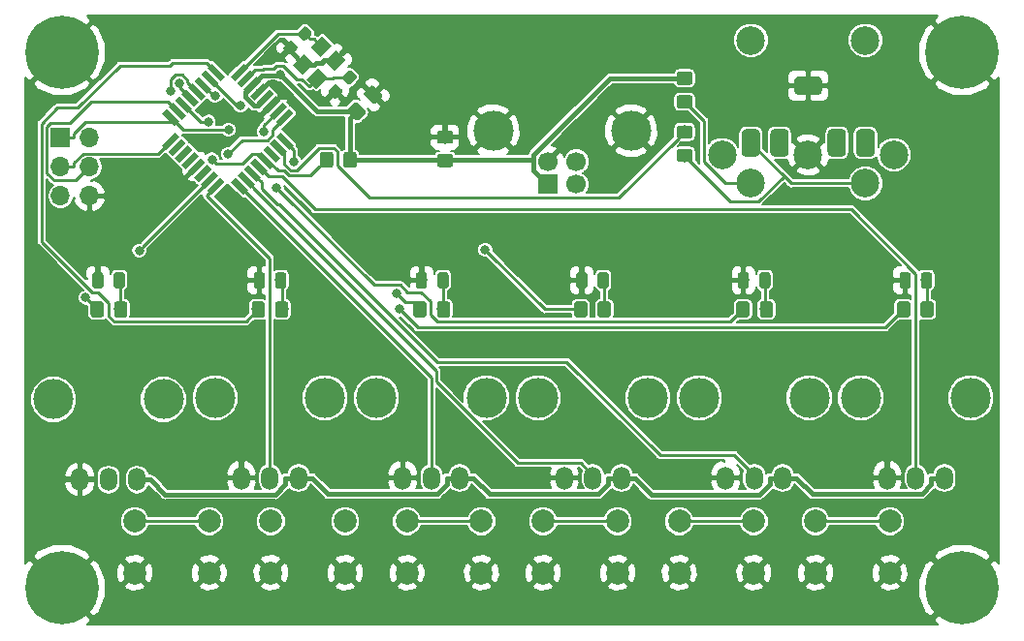
<source format=gbr>
G04 #@! TF.GenerationSoftware,KiCad,Pcbnew,(5.0.2)-1*
G04 #@! TF.CreationDate,2021-01-29T22:41:03+01:00*
G04 #@! TF.ProjectId,CardSizeMidiController,43617264-5369-47a6-954d-696469436f6e,rev?*
G04 #@! TF.SameCoordinates,Original*
G04 #@! TF.FileFunction,Copper,L1,Top*
G04 #@! TF.FilePolarity,Positive*
%FSLAX46Y46*%
G04 Gerber Fmt 4.6, Leading zero omitted, Abs format (unit mm)*
G04 Created by KiCad (PCBNEW (5.0.2)-1) date 29/01/2021 22:41:03*
%MOMM*%
%LPD*%
G01*
G04 APERTURE LIST*
G04 #@! TA.AperFunction,Conductor*
%ADD10C,0.100000*%
G04 #@! TD*
G04 #@! TA.AperFunction,SMDPad,CuDef*
%ADD11C,1.150000*%
G04 #@! TD*
G04 #@! TA.AperFunction,ComponentPad*
%ADD12C,1.600000*%
G04 #@! TD*
G04 #@! TA.AperFunction,ComponentPad*
%ADD13C,2.000000*%
G04 #@! TD*
G04 #@! TA.AperFunction,SMDPad,CuDef*
%ADD14C,0.975000*%
G04 #@! TD*
G04 #@! TA.AperFunction,ComponentPad*
%ADD15O,1.500000X2.000000*%
G04 #@! TD*
G04 #@! TA.AperFunction,ComponentPad*
%ADD16C,3.500000*%
G04 #@! TD*
G04 #@! TA.AperFunction,SMDPad,CuDef*
%ADD17C,0.950000*%
G04 #@! TD*
G04 #@! TA.AperFunction,ComponentPad*
%ADD18R,1.700000X1.700000*%
G04 #@! TD*
G04 #@! TA.AperFunction,ComponentPad*
%ADD19O,1.700000X1.700000*%
G04 #@! TD*
G04 #@! TA.AperFunction,ComponentPad*
%ADD20C,1.700000*%
G04 #@! TD*
G04 #@! TA.AperFunction,SMDPad,CuDef*
%ADD21C,1.200000*%
G04 #@! TD*
G04 #@! TA.AperFunction,ComponentPad*
%ADD22C,0.800000*%
G04 #@! TD*
G04 #@! TA.AperFunction,ComponentPad*
%ADD23C,6.400000*%
G04 #@! TD*
G04 #@! TA.AperFunction,SMDPad,CuDef*
%ADD24C,0.550000*%
G04 #@! TD*
G04 #@! TA.AperFunction,ComponentPad*
%ADD25C,2.499360*%
G04 #@! TD*
G04 #@! TA.AperFunction,ViaPad*
%ADD26C,0.800000*%
G04 #@! TD*
G04 #@! TA.AperFunction,Conductor*
%ADD27C,0.400000*%
G04 #@! TD*
G04 #@! TA.AperFunction,Conductor*
%ADD28C,0.250000*%
G04 #@! TD*
G04 #@! TA.AperFunction,Conductor*
%ADD29C,0.200000*%
G04 #@! TD*
G04 APERTURE END LIST*
D10*
G04 #@! TO.N,GND*
G04 #@! TO.C,C2*
G36*
X30660900Y-6478412D02*
X30685168Y-6482012D01*
X30708967Y-6487973D01*
X30732066Y-6496238D01*
X30754245Y-6506728D01*
X30775288Y-6519340D01*
X30794994Y-6533955D01*
X30813172Y-6550431D01*
X31449569Y-7186828D01*
X31466045Y-7205006D01*
X31480660Y-7224712D01*
X31493272Y-7245755D01*
X31503762Y-7267934D01*
X31512027Y-7291033D01*
X31517988Y-7314832D01*
X31521588Y-7339100D01*
X31522792Y-7363604D01*
X31521588Y-7388108D01*
X31517988Y-7412376D01*
X31512027Y-7436175D01*
X31503762Y-7459274D01*
X31493272Y-7481453D01*
X31480660Y-7502496D01*
X31466045Y-7522202D01*
X31449569Y-7540380D01*
X30989948Y-8000001D01*
X30971770Y-8016477D01*
X30952064Y-8031092D01*
X30931021Y-8043704D01*
X30908842Y-8054194D01*
X30885743Y-8062459D01*
X30861944Y-8068420D01*
X30837676Y-8072020D01*
X30813172Y-8073224D01*
X30788668Y-8072020D01*
X30764400Y-8068420D01*
X30740601Y-8062459D01*
X30717502Y-8054194D01*
X30695323Y-8043704D01*
X30674280Y-8031092D01*
X30654574Y-8016477D01*
X30636396Y-8000001D01*
X29999999Y-7363604D01*
X29983523Y-7345426D01*
X29968908Y-7325720D01*
X29956296Y-7304677D01*
X29945806Y-7282498D01*
X29937541Y-7259399D01*
X29931580Y-7235600D01*
X29927980Y-7211332D01*
X29926776Y-7186828D01*
X29927980Y-7162324D01*
X29931580Y-7138056D01*
X29937541Y-7114257D01*
X29945806Y-7091158D01*
X29956296Y-7068979D01*
X29968908Y-7047936D01*
X29983523Y-7028230D01*
X29999999Y-7010052D01*
X30459620Y-6550431D01*
X30477798Y-6533955D01*
X30497504Y-6519340D01*
X30518547Y-6506728D01*
X30540726Y-6496238D01*
X30563825Y-6487973D01*
X30587624Y-6482012D01*
X30611892Y-6478412D01*
X30636396Y-6477208D01*
X30660900Y-6478412D01*
X30660900Y-6478412D01*
G37*
D11*
G04 #@! TD*
G04 #@! TO.P,C2,2*
G04 #@! TO.N,GND*
X30724784Y-7275216D03*
D10*
G04 #@! TO.N,+5V*
G04 #@! TO.C,C2*
G36*
X29211332Y-7927980D02*
X29235600Y-7931580D01*
X29259399Y-7937541D01*
X29282498Y-7945806D01*
X29304677Y-7956296D01*
X29325720Y-7968908D01*
X29345426Y-7983523D01*
X29363604Y-7999999D01*
X30000001Y-8636396D01*
X30016477Y-8654574D01*
X30031092Y-8674280D01*
X30043704Y-8695323D01*
X30054194Y-8717502D01*
X30062459Y-8740601D01*
X30068420Y-8764400D01*
X30072020Y-8788668D01*
X30073224Y-8813172D01*
X30072020Y-8837676D01*
X30068420Y-8861944D01*
X30062459Y-8885743D01*
X30054194Y-8908842D01*
X30043704Y-8931021D01*
X30031092Y-8952064D01*
X30016477Y-8971770D01*
X30000001Y-8989948D01*
X29540380Y-9449569D01*
X29522202Y-9466045D01*
X29502496Y-9480660D01*
X29481453Y-9493272D01*
X29459274Y-9503762D01*
X29436175Y-9512027D01*
X29412376Y-9517988D01*
X29388108Y-9521588D01*
X29363604Y-9522792D01*
X29339100Y-9521588D01*
X29314832Y-9517988D01*
X29291033Y-9512027D01*
X29267934Y-9503762D01*
X29245755Y-9493272D01*
X29224712Y-9480660D01*
X29205006Y-9466045D01*
X29186828Y-9449569D01*
X28550431Y-8813172D01*
X28533955Y-8794994D01*
X28519340Y-8775288D01*
X28506728Y-8754245D01*
X28496238Y-8732066D01*
X28487973Y-8708967D01*
X28482012Y-8685168D01*
X28478412Y-8660900D01*
X28477208Y-8636396D01*
X28478412Y-8611892D01*
X28482012Y-8587624D01*
X28487973Y-8563825D01*
X28496238Y-8540726D01*
X28506728Y-8518547D01*
X28519340Y-8497504D01*
X28533955Y-8477798D01*
X28550431Y-8459620D01*
X29010052Y-7999999D01*
X29028230Y-7983523D01*
X29047936Y-7968908D01*
X29068979Y-7956296D01*
X29091158Y-7945806D01*
X29114257Y-7937541D01*
X29138056Y-7931580D01*
X29162324Y-7927980D01*
X29186828Y-7926776D01*
X29211332Y-7927980D01*
X29211332Y-7927980D01*
G37*
D11*
G04 #@! TD*
G04 #@! TO.P,C2,1*
G04 #@! TO.N,+5V*
X29275216Y-8724784D03*
D10*
G04 #@! TO.N,+5V*
G04 #@! TO.C,C1*
G36*
X37474505Y-12451204D02*
X37498773Y-12454804D01*
X37522572Y-12460765D01*
X37545671Y-12469030D01*
X37567850Y-12479520D01*
X37588893Y-12492132D01*
X37608599Y-12506747D01*
X37626777Y-12523223D01*
X37643253Y-12541401D01*
X37657868Y-12561107D01*
X37670480Y-12582150D01*
X37680970Y-12604329D01*
X37689235Y-12627428D01*
X37695196Y-12651227D01*
X37698796Y-12675495D01*
X37700000Y-12699999D01*
X37700000Y-13350001D01*
X37698796Y-13374505D01*
X37695196Y-13398773D01*
X37689235Y-13422572D01*
X37680970Y-13445671D01*
X37670480Y-13467850D01*
X37657868Y-13488893D01*
X37643253Y-13508599D01*
X37626777Y-13526777D01*
X37608599Y-13543253D01*
X37588893Y-13557868D01*
X37567850Y-13570480D01*
X37545671Y-13580970D01*
X37522572Y-13589235D01*
X37498773Y-13595196D01*
X37474505Y-13598796D01*
X37450001Y-13600000D01*
X36549999Y-13600000D01*
X36525495Y-13598796D01*
X36501227Y-13595196D01*
X36477428Y-13589235D01*
X36454329Y-13580970D01*
X36432150Y-13570480D01*
X36411107Y-13557868D01*
X36391401Y-13543253D01*
X36373223Y-13526777D01*
X36356747Y-13508599D01*
X36342132Y-13488893D01*
X36329520Y-13467850D01*
X36319030Y-13445671D01*
X36310765Y-13422572D01*
X36304804Y-13398773D01*
X36301204Y-13374505D01*
X36300000Y-13350001D01*
X36300000Y-12699999D01*
X36301204Y-12675495D01*
X36304804Y-12651227D01*
X36310765Y-12627428D01*
X36319030Y-12604329D01*
X36329520Y-12582150D01*
X36342132Y-12561107D01*
X36356747Y-12541401D01*
X36373223Y-12523223D01*
X36391401Y-12506747D01*
X36411107Y-12492132D01*
X36432150Y-12479520D01*
X36454329Y-12469030D01*
X36477428Y-12460765D01*
X36501227Y-12454804D01*
X36525495Y-12451204D01*
X36549999Y-12450000D01*
X37450001Y-12450000D01*
X37474505Y-12451204D01*
X37474505Y-12451204D01*
G37*
D11*
G04 #@! TD*
G04 #@! TO.P,C1,1*
G04 #@! TO.N,+5V*
X37000000Y-13025000D03*
D10*
G04 #@! TO.N,GND*
G04 #@! TO.C,C1*
G36*
X37474505Y-10401204D02*
X37498773Y-10404804D01*
X37522572Y-10410765D01*
X37545671Y-10419030D01*
X37567850Y-10429520D01*
X37588893Y-10442132D01*
X37608599Y-10456747D01*
X37626777Y-10473223D01*
X37643253Y-10491401D01*
X37657868Y-10511107D01*
X37670480Y-10532150D01*
X37680970Y-10554329D01*
X37689235Y-10577428D01*
X37695196Y-10601227D01*
X37698796Y-10625495D01*
X37700000Y-10649999D01*
X37700000Y-11300001D01*
X37698796Y-11324505D01*
X37695196Y-11348773D01*
X37689235Y-11372572D01*
X37680970Y-11395671D01*
X37670480Y-11417850D01*
X37657868Y-11438893D01*
X37643253Y-11458599D01*
X37626777Y-11476777D01*
X37608599Y-11493253D01*
X37588893Y-11507868D01*
X37567850Y-11520480D01*
X37545671Y-11530970D01*
X37522572Y-11539235D01*
X37498773Y-11545196D01*
X37474505Y-11548796D01*
X37450001Y-11550000D01*
X36549999Y-11550000D01*
X36525495Y-11548796D01*
X36501227Y-11545196D01*
X36477428Y-11539235D01*
X36454329Y-11530970D01*
X36432150Y-11520480D01*
X36411107Y-11507868D01*
X36391401Y-11493253D01*
X36373223Y-11476777D01*
X36356747Y-11458599D01*
X36342132Y-11438893D01*
X36329520Y-11417850D01*
X36319030Y-11395671D01*
X36310765Y-11372572D01*
X36304804Y-11348773D01*
X36301204Y-11324505D01*
X36300000Y-11300001D01*
X36300000Y-10649999D01*
X36301204Y-10625495D01*
X36304804Y-10601227D01*
X36310765Y-10577428D01*
X36319030Y-10554329D01*
X36329520Y-10532150D01*
X36342132Y-10511107D01*
X36356747Y-10491401D01*
X36373223Y-10473223D01*
X36391401Y-10456747D01*
X36411107Y-10442132D01*
X36432150Y-10429520D01*
X36454329Y-10419030D01*
X36477428Y-10410765D01*
X36501227Y-10404804D01*
X36525495Y-10401204D01*
X36549999Y-10400000D01*
X37450001Y-10400000D01*
X37474505Y-10401204D01*
X37474505Y-10401204D01*
G37*
D11*
G04 #@! TD*
G04 #@! TO.P,C1,2*
G04 #@! TO.N,GND*
X37000000Y-10975000D03*
D10*
G04 #@! TO.N,GND*
G04 #@! TO.C,J4*
G36*
X69546207Y-5678926D02*
X69585036Y-5684686D01*
X69623114Y-5694224D01*
X69660073Y-5707448D01*
X69695559Y-5724231D01*
X69729228Y-5744412D01*
X69760757Y-5767796D01*
X69789843Y-5794157D01*
X69816204Y-5823243D01*
X69839588Y-5854772D01*
X69859769Y-5888441D01*
X69876552Y-5923927D01*
X69889776Y-5960886D01*
X69899314Y-5998964D01*
X69905074Y-6037793D01*
X69907000Y-6077000D01*
X69907000Y-6877000D01*
X69905074Y-6916207D01*
X69899314Y-6955036D01*
X69889776Y-6993114D01*
X69876552Y-7030073D01*
X69859769Y-7065559D01*
X69839588Y-7099228D01*
X69816204Y-7130757D01*
X69789843Y-7159843D01*
X69760757Y-7186204D01*
X69729228Y-7209588D01*
X69695559Y-7229769D01*
X69660073Y-7246552D01*
X69623114Y-7259776D01*
X69585036Y-7269314D01*
X69546207Y-7275074D01*
X69507000Y-7277000D01*
X67907000Y-7277000D01*
X67867793Y-7275074D01*
X67828964Y-7269314D01*
X67790886Y-7259776D01*
X67753927Y-7246552D01*
X67718441Y-7229769D01*
X67684772Y-7209588D01*
X67653243Y-7186204D01*
X67624157Y-7159843D01*
X67597796Y-7130757D01*
X67574412Y-7099228D01*
X67554231Y-7065559D01*
X67537448Y-7030073D01*
X67524224Y-6993114D01*
X67514686Y-6955036D01*
X67508926Y-6916207D01*
X67507000Y-6877000D01*
X67507000Y-6077000D01*
X67508926Y-6037793D01*
X67514686Y-5998964D01*
X67524224Y-5960886D01*
X67537448Y-5923927D01*
X67554231Y-5888441D01*
X67574412Y-5854772D01*
X67597796Y-5823243D01*
X67624157Y-5794157D01*
X67653243Y-5767796D01*
X67684772Y-5744412D01*
X67718441Y-5724231D01*
X67753927Y-5707448D01*
X67790886Y-5694224D01*
X67828964Y-5684686D01*
X67867793Y-5678926D01*
X67907000Y-5677000D01*
X69507000Y-5677000D01*
X69546207Y-5678926D01*
X69546207Y-5678926D01*
G37*
D12*
G04 #@! TD*
G04 #@! TO.P,J4,S*
G04 #@! TO.N,GND*
X68707000Y-6477000D03*
D10*
G04 #@! TO.N,N/C*
G04 #@! TO.C,J4*
G36*
X66646207Y-10278926D02*
X66685036Y-10284686D01*
X66723114Y-10294224D01*
X66760073Y-10307448D01*
X66795559Y-10324231D01*
X66829228Y-10344412D01*
X66860757Y-10367796D01*
X66889843Y-10394157D01*
X66916204Y-10423243D01*
X66939588Y-10454772D01*
X66959769Y-10488441D01*
X66976552Y-10523927D01*
X66989776Y-10560886D01*
X66999314Y-10598964D01*
X67005074Y-10637793D01*
X67007000Y-10677000D01*
X67007000Y-12277000D01*
X67005074Y-12316207D01*
X66999314Y-12355036D01*
X66989776Y-12393114D01*
X66976552Y-12430073D01*
X66959769Y-12465559D01*
X66939588Y-12499228D01*
X66916204Y-12530757D01*
X66889843Y-12559843D01*
X66860757Y-12586204D01*
X66829228Y-12609588D01*
X66795559Y-12629769D01*
X66760073Y-12646552D01*
X66723114Y-12659776D01*
X66685036Y-12669314D01*
X66646207Y-12675074D01*
X66607000Y-12677000D01*
X65807000Y-12677000D01*
X65767793Y-12675074D01*
X65728964Y-12669314D01*
X65690886Y-12659776D01*
X65653927Y-12646552D01*
X65618441Y-12629769D01*
X65584772Y-12609588D01*
X65553243Y-12586204D01*
X65524157Y-12559843D01*
X65497796Y-12530757D01*
X65474412Y-12499228D01*
X65454231Y-12465559D01*
X65437448Y-12430073D01*
X65424224Y-12393114D01*
X65414686Y-12355036D01*
X65408926Y-12316207D01*
X65407000Y-12277000D01*
X65407000Y-10677000D01*
X65408926Y-10637793D01*
X65414686Y-10598964D01*
X65424224Y-10560886D01*
X65437448Y-10523927D01*
X65454231Y-10488441D01*
X65474412Y-10454772D01*
X65497796Y-10423243D01*
X65524157Y-10394157D01*
X65553243Y-10367796D01*
X65584772Y-10344412D01*
X65618441Y-10324231D01*
X65653927Y-10307448D01*
X65690886Y-10294224D01*
X65728964Y-10284686D01*
X65767793Y-10278926D01*
X65807000Y-10277000D01*
X66607000Y-10277000D01*
X66646207Y-10278926D01*
X66646207Y-10278926D01*
G37*
D12*
G04 #@! TD*
G04 #@! TO.P,J4,TN*
G04 #@! TO.N,N/C*
X66207000Y-11477000D03*
D10*
G04 #@! TO.N,N/C*
G04 #@! TO.C,J4*
G36*
X71646207Y-10278926D02*
X71685036Y-10284686D01*
X71723114Y-10294224D01*
X71760073Y-10307448D01*
X71795559Y-10324231D01*
X71829228Y-10344412D01*
X71860757Y-10367796D01*
X71889843Y-10394157D01*
X71916204Y-10423243D01*
X71939588Y-10454772D01*
X71959769Y-10488441D01*
X71976552Y-10523927D01*
X71989776Y-10560886D01*
X71999314Y-10598964D01*
X72005074Y-10637793D01*
X72007000Y-10677000D01*
X72007000Y-12277000D01*
X72005074Y-12316207D01*
X71999314Y-12355036D01*
X71989776Y-12393114D01*
X71976552Y-12430073D01*
X71959769Y-12465559D01*
X71939588Y-12499228D01*
X71916204Y-12530757D01*
X71889843Y-12559843D01*
X71860757Y-12586204D01*
X71829228Y-12609588D01*
X71795559Y-12629769D01*
X71760073Y-12646552D01*
X71723114Y-12659776D01*
X71685036Y-12669314D01*
X71646207Y-12675074D01*
X71607000Y-12677000D01*
X70807000Y-12677000D01*
X70767793Y-12675074D01*
X70728964Y-12669314D01*
X70690886Y-12659776D01*
X70653927Y-12646552D01*
X70618441Y-12629769D01*
X70584772Y-12609588D01*
X70553243Y-12586204D01*
X70524157Y-12559843D01*
X70497796Y-12530757D01*
X70474412Y-12499228D01*
X70454231Y-12465559D01*
X70437448Y-12430073D01*
X70424224Y-12393114D01*
X70414686Y-12355036D01*
X70408926Y-12316207D01*
X70407000Y-12277000D01*
X70407000Y-10677000D01*
X70408926Y-10637793D01*
X70414686Y-10598964D01*
X70424224Y-10560886D01*
X70437448Y-10523927D01*
X70454231Y-10488441D01*
X70474412Y-10454772D01*
X70497796Y-10423243D01*
X70524157Y-10394157D01*
X70553243Y-10367796D01*
X70584772Y-10344412D01*
X70618441Y-10324231D01*
X70653927Y-10307448D01*
X70690886Y-10294224D01*
X70728964Y-10284686D01*
X70767793Y-10278926D01*
X70807000Y-10277000D01*
X71607000Y-10277000D01*
X71646207Y-10278926D01*
X71646207Y-10278926D01*
G37*
D12*
G04 #@! TD*
G04 #@! TO.P,J4,RN*
G04 #@! TO.N,N/C*
X71207000Y-11477000D03*
D10*
G04 #@! TO.N,Net-(J3-Pad5)*
G04 #@! TO.C,J4*
G36*
X64146207Y-10278926D02*
X64185036Y-10284686D01*
X64223114Y-10294224D01*
X64260073Y-10307448D01*
X64295559Y-10324231D01*
X64329228Y-10344412D01*
X64360757Y-10367796D01*
X64389843Y-10394157D01*
X64416204Y-10423243D01*
X64439588Y-10454772D01*
X64459769Y-10488441D01*
X64476552Y-10523927D01*
X64489776Y-10560886D01*
X64499314Y-10598964D01*
X64505074Y-10637793D01*
X64507000Y-10677000D01*
X64507000Y-12277000D01*
X64505074Y-12316207D01*
X64499314Y-12355036D01*
X64489776Y-12393114D01*
X64476552Y-12430073D01*
X64459769Y-12465559D01*
X64439588Y-12499228D01*
X64416204Y-12530757D01*
X64389843Y-12559843D01*
X64360757Y-12586204D01*
X64329228Y-12609588D01*
X64295559Y-12629769D01*
X64260073Y-12646552D01*
X64223114Y-12659776D01*
X64185036Y-12669314D01*
X64146207Y-12675074D01*
X64107000Y-12677000D01*
X63307000Y-12677000D01*
X63267793Y-12675074D01*
X63228964Y-12669314D01*
X63190886Y-12659776D01*
X63153927Y-12646552D01*
X63118441Y-12629769D01*
X63084772Y-12609588D01*
X63053243Y-12586204D01*
X63024157Y-12559843D01*
X62997796Y-12530757D01*
X62974412Y-12499228D01*
X62954231Y-12465559D01*
X62937448Y-12430073D01*
X62924224Y-12393114D01*
X62914686Y-12355036D01*
X62908926Y-12316207D01*
X62907000Y-12277000D01*
X62907000Y-10677000D01*
X62908926Y-10637793D01*
X62914686Y-10598964D01*
X62924224Y-10560886D01*
X62937448Y-10523927D01*
X62954231Y-10488441D01*
X62974412Y-10454772D01*
X62997796Y-10423243D01*
X63024157Y-10394157D01*
X63053243Y-10367796D01*
X63084772Y-10344412D01*
X63118441Y-10324231D01*
X63153927Y-10307448D01*
X63190886Y-10294224D01*
X63228964Y-10284686D01*
X63267793Y-10278926D01*
X63307000Y-10277000D01*
X64107000Y-10277000D01*
X64146207Y-10278926D01*
X64146207Y-10278926D01*
G37*
D12*
G04 #@! TD*
G04 #@! TO.P,J4,T*
G04 #@! TO.N,Net-(J3-Pad5)*
X63707000Y-11477000D03*
D10*
G04 #@! TO.N,Net-(J3-Pad4)*
G04 #@! TO.C,J4*
G36*
X74146207Y-10278926D02*
X74185036Y-10284686D01*
X74223114Y-10294224D01*
X74260073Y-10307448D01*
X74295559Y-10324231D01*
X74329228Y-10344412D01*
X74360757Y-10367796D01*
X74389843Y-10394157D01*
X74416204Y-10423243D01*
X74439588Y-10454772D01*
X74459769Y-10488441D01*
X74476552Y-10523927D01*
X74489776Y-10560886D01*
X74499314Y-10598964D01*
X74505074Y-10637793D01*
X74507000Y-10677000D01*
X74507000Y-12277000D01*
X74505074Y-12316207D01*
X74499314Y-12355036D01*
X74489776Y-12393114D01*
X74476552Y-12430073D01*
X74459769Y-12465559D01*
X74439588Y-12499228D01*
X74416204Y-12530757D01*
X74389843Y-12559843D01*
X74360757Y-12586204D01*
X74329228Y-12609588D01*
X74295559Y-12629769D01*
X74260073Y-12646552D01*
X74223114Y-12659776D01*
X74185036Y-12669314D01*
X74146207Y-12675074D01*
X74107000Y-12677000D01*
X73307000Y-12677000D01*
X73267793Y-12675074D01*
X73228964Y-12669314D01*
X73190886Y-12659776D01*
X73153927Y-12646552D01*
X73118441Y-12629769D01*
X73084772Y-12609588D01*
X73053243Y-12586204D01*
X73024157Y-12559843D01*
X72997796Y-12530757D01*
X72974412Y-12499228D01*
X72954231Y-12465559D01*
X72937448Y-12430073D01*
X72924224Y-12393114D01*
X72914686Y-12355036D01*
X72908926Y-12316207D01*
X72907000Y-12277000D01*
X72907000Y-10677000D01*
X72908926Y-10637793D01*
X72914686Y-10598964D01*
X72924224Y-10560886D01*
X72937448Y-10523927D01*
X72954231Y-10488441D01*
X72974412Y-10454772D01*
X72997796Y-10423243D01*
X73024157Y-10394157D01*
X73053243Y-10367796D01*
X73084772Y-10344412D01*
X73118441Y-10324231D01*
X73153927Y-10307448D01*
X73190886Y-10294224D01*
X73228964Y-10284686D01*
X73267793Y-10278926D01*
X73307000Y-10277000D01*
X74107000Y-10277000D01*
X74146207Y-10278926D01*
X74146207Y-10278926D01*
G37*
D12*
G04 #@! TD*
G04 #@! TO.P,J4,R*
G04 #@! TO.N,Net-(J3-Pad4)*
X73707000Y-11477000D03*
D13*
G04 #@! TO.P,SW0,2*
G04 #@! TO.N,GND*
X9906000Y-49077000D03*
G04 #@! TO.P,SW0,1*
G04 #@! TO.N,SW0*
X9906000Y-44577000D03*
G04 #@! TO.P,SW0,2*
G04 #@! TO.N,GND*
X16406000Y-49077000D03*
G04 #@! TO.P,SW0,1*
G04 #@! TO.N,SW0*
X16406000Y-44577000D03*
G04 #@! TD*
D10*
G04 #@! TO.N,GND*
G04 #@! TO.C,D0*
G36*
X6950142Y-22796174D02*
X6973803Y-22799684D01*
X6997007Y-22805496D01*
X7019529Y-22813554D01*
X7041153Y-22823782D01*
X7061670Y-22836079D01*
X7080883Y-22850329D01*
X7098607Y-22866393D01*
X7114671Y-22884117D01*
X7128921Y-22903330D01*
X7141218Y-22923847D01*
X7151446Y-22945471D01*
X7159504Y-22967993D01*
X7165316Y-22991197D01*
X7168826Y-23014858D01*
X7170000Y-23038750D01*
X7170000Y-23951250D01*
X7168826Y-23975142D01*
X7165316Y-23998803D01*
X7159504Y-24022007D01*
X7151446Y-24044529D01*
X7141218Y-24066153D01*
X7128921Y-24086670D01*
X7114671Y-24105883D01*
X7098607Y-24123607D01*
X7080883Y-24139671D01*
X7061670Y-24153921D01*
X7041153Y-24166218D01*
X7019529Y-24176446D01*
X6997007Y-24184504D01*
X6973803Y-24190316D01*
X6950142Y-24193826D01*
X6926250Y-24195000D01*
X6438750Y-24195000D01*
X6414858Y-24193826D01*
X6391197Y-24190316D01*
X6367993Y-24184504D01*
X6345471Y-24176446D01*
X6323847Y-24166218D01*
X6303330Y-24153921D01*
X6284117Y-24139671D01*
X6266393Y-24123607D01*
X6250329Y-24105883D01*
X6236079Y-24086670D01*
X6223782Y-24066153D01*
X6213554Y-24044529D01*
X6205496Y-24022007D01*
X6199684Y-23998803D01*
X6196174Y-23975142D01*
X6195000Y-23951250D01*
X6195000Y-23038750D01*
X6196174Y-23014858D01*
X6199684Y-22991197D01*
X6205496Y-22967993D01*
X6213554Y-22945471D01*
X6223782Y-22923847D01*
X6236079Y-22903330D01*
X6250329Y-22884117D01*
X6266393Y-22866393D01*
X6284117Y-22850329D01*
X6303330Y-22836079D01*
X6323847Y-22823782D01*
X6345471Y-22813554D01*
X6367993Y-22805496D01*
X6391197Y-22799684D01*
X6414858Y-22796174D01*
X6438750Y-22795000D01*
X6926250Y-22795000D01*
X6950142Y-22796174D01*
X6950142Y-22796174D01*
G37*
D14*
G04 #@! TD*
G04 #@! TO.P,D0,1*
G04 #@! TO.N,GND*
X6682500Y-23495000D03*
D10*
G04 #@! TO.N,Net-(D0-Pad2)*
G04 #@! TO.C,D0*
G36*
X8825142Y-22796174D02*
X8848803Y-22799684D01*
X8872007Y-22805496D01*
X8894529Y-22813554D01*
X8916153Y-22823782D01*
X8936670Y-22836079D01*
X8955883Y-22850329D01*
X8973607Y-22866393D01*
X8989671Y-22884117D01*
X9003921Y-22903330D01*
X9016218Y-22923847D01*
X9026446Y-22945471D01*
X9034504Y-22967993D01*
X9040316Y-22991197D01*
X9043826Y-23014858D01*
X9045000Y-23038750D01*
X9045000Y-23951250D01*
X9043826Y-23975142D01*
X9040316Y-23998803D01*
X9034504Y-24022007D01*
X9026446Y-24044529D01*
X9016218Y-24066153D01*
X9003921Y-24086670D01*
X8989671Y-24105883D01*
X8973607Y-24123607D01*
X8955883Y-24139671D01*
X8936670Y-24153921D01*
X8916153Y-24166218D01*
X8894529Y-24176446D01*
X8872007Y-24184504D01*
X8848803Y-24190316D01*
X8825142Y-24193826D01*
X8801250Y-24195000D01*
X8313750Y-24195000D01*
X8289858Y-24193826D01*
X8266197Y-24190316D01*
X8242993Y-24184504D01*
X8220471Y-24176446D01*
X8198847Y-24166218D01*
X8178330Y-24153921D01*
X8159117Y-24139671D01*
X8141393Y-24123607D01*
X8125329Y-24105883D01*
X8111079Y-24086670D01*
X8098782Y-24066153D01*
X8088554Y-24044529D01*
X8080496Y-24022007D01*
X8074684Y-23998803D01*
X8071174Y-23975142D01*
X8070000Y-23951250D01*
X8070000Y-23038750D01*
X8071174Y-23014858D01*
X8074684Y-22991197D01*
X8080496Y-22967993D01*
X8088554Y-22945471D01*
X8098782Y-22923847D01*
X8111079Y-22903330D01*
X8125329Y-22884117D01*
X8141393Y-22866393D01*
X8159117Y-22850329D01*
X8178330Y-22836079D01*
X8198847Y-22823782D01*
X8220471Y-22813554D01*
X8242993Y-22805496D01*
X8266197Y-22799684D01*
X8289858Y-22796174D01*
X8313750Y-22795000D01*
X8801250Y-22795000D01*
X8825142Y-22796174D01*
X8825142Y-22796174D01*
G37*
D14*
G04 #@! TD*
G04 #@! TO.P,D0,2*
G04 #@! TO.N,Net-(D0-Pad2)*
X8557500Y-23495000D03*
D10*
G04 #@! TO.N,LED0*
G04 #@! TO.C,R0*
G36*
X6983205Y-25336204D02*
X7007473Y-25339804D01*
X7031272Y-25345765D01*
X7054371Y-25354030D01*
X7076550Y-25364520D01*
X7097593Y-25377132D01*
X7117299Y-25391747D01*
X7135477Y-25408223D01*
X7151953Y-25426401D01*
X7166568Y-25446107D01*
X7179180Y-25467150D01*
X7189670Y-25489329D01*
X7197935Y-25512428D01*
X7203896Y-25536227D01*
X7207496Y-25560495D01*
X7208700Y-25584999D01*
X7208700Y-26485001D01*
X7207496Y-26509505D01*
X7203896Y-26533773D01*
X7197935Y-26557572D01*
X7189670Y-26580671D01*
X7179180Y-26602850D01*
X7166568Y-26623893D01*
X7151953Y-26643599D01*
X7135477Y-26661777D01*
X7117299Y-26678253D01*
X7097593Y-26692868D01*
X7076550Y-26705480D01*
X7054371Y-26715970D01*
X7031272Y-26724235D01*
X7007473Y-26730196D01*
X6983205Y-26733796D01*
X6958701Y-26735000D01*
X6308699Y-26735000D01*
X6284195Y-26733796D01*
X6259927Y-26730196D01*
X6236128Y-26724235D01*
X6213029Y-26715970D01*
X6190850Y-26705480D01*
X6169807Y-26692868D01*
X6150101Y-26678253D01*
X6131923Y-26661777D01*
X6115447Y-26643599D01*
X6100832Y-26623893D01*
X6088220Y-26602850D01*
X6077730Y-26580671D01*
X6069465Y-26557572D01*
X6063504Y-26533773D01*
X6059904Y-26509505D01*
X6058700Y-26485001D01*
X6058700Y-25584999D01*
X6059904Y-25560495D01*
X6063504Y-25536227D01*
X6069465Y-25512428D01*
X6077730Y-25489329D01*
X6088220Y-25467150D01*
X6100832Y-25446107D01*
X6115447Y-25426401D01*
X6131923Y-25408223D01*
X6150101Y-25391747D01*
X6169807Y-25377132D01*
X6190850Y-25364520D01*
X6213029Y-25354030D01*
X6236128Y-25345765D01*
X6259927Y-25339804D01*
X6284195Y-25336204D01*
X6308699Y-25335000D01*
X6958701Y-25335000D01*
X6983205Y-25336204D01*
X6983205Y-25336204D01*
G37*
D11*
G04 #@! TD*
G04 #@! TO.P,R0,1*
G04 #@! TO.N,LED0*
X6633700Y-26035000D03*
D10*
G04 #@! TO.N,Net-(D0-Pad2)*
G04 #@! TO.C,R0*
G36*
X9033205Y-25336204D02*
X9057473Y-25339804D01*
X9081272Y-25345765D01*
X9104371Y-25354030D01*
X9126550Y-25364520D01*
X9147593Y-25377132D01*
X9167299Y-25391747D01*
X9185477Y-25408223D01*
X9201953Y-25426401D01*
X9216568Y-25446107D01*
X9229180Y-25467150D01*
X9239670Y-25489329D01*
X9247935Y-25512428D01*
X9253896Y-25536227D01*
X9257496Y-25560495D01*
X9258700Y-25584999D01*
X9258700Y-26485001D01*
X9257496Y-26509505D01*
X9253896Y-26533773D01*
X9247935Y-26557572D01*
X9239670Y-26580671D01*
X9229180Y-26602850D01*
X9216568Y-26623893D01*
X9201953Y-26643599D01*
X9185477Y-26661777D01*
X9167299Y-26678253D01*
X9147593Y-26692868D01*
X9126550Y-26705480D01*
X9104371Y-26715970D01*
X9081272Y-26724235D01*
X9057473Y-26730196D01*
X9033205Y-26733796D01*
X9008701Y-26735000D01*
X8358699Y-26735000D01*
X8334195Y-26733796D01*
X8309927Y-26730196D01*
X8286128Y-26724235D01*
X8263029Y-26715970D01*
X8240850Y-26705480D01*
X8219807Y-26692868D01*
X8200101Y-26678253D01*
X8181923Y-26661777D01*
X8165447Y-26643599D01*
X8150832Y-26623893D01*
X8138220Y-26602850D01*
X8127730Y-26580671D01*
X8119465Y-26557572D01*
X8113504Y-26533773D01*
X8109904Y-26509505D01*
X8108700Y-26485001D01*
X8108700Y-25584999D01*
X8109904Y-25560495D01*
X8113504Y-25536227D01*
X8119465Y-25512428D01*
X8127730Y-25489329D01*
X8138220Y-25467150D01*
X8150832Y-25446107D01*
X8165447Y-25426401D01*
X8181923Y-25408223D01*
X8200101Y-25391747D01*
X8219807Y-25377132D01*
X8240850Y-25364520D01*
X8263029Y-25354030D01*
X8286128Y-25345765D01*
X8309927Y-25339804D01*
X8334195Y-25336204D01*
X8358699Y-25335000D01*
X9008701Y-25335000D01*
X9033205Y-25336204D01*
X9033205Y-25336204D01*
G37*
D11*
G04 #@! TD*
G04 #@! TO.P,R0,2*
G04 #@! TO.N,Net-(D0-Pad2)*
X8683700Y-26035000D03*
D15*
G04 #@! TO.P,RV0,1*
G04 #@! TO.N,GND*
X5121400Y-40909000D03*
G04 #@! TO.P,RV0,2*
G04 #@! TO.N,A0*
X7621400Y-40909000D03*
G04 #@! TO.P,RV0,3*
G04 #@! TO.N,+5V*
X10121400Y-40909000D03*
D16*
G04 #@! TO.P,RV0,*
G04 #@! TO.N,*
X2821400Y-33909000D03*
X12421400Y-33909000D03*
G04 #@! TD*
D13*
G04 #@! TO.P,SW5,2*
G04 #@! TO.N,GND*
X69342000Y-49077000D03*
G04 #@! TO.P,SW5,1*
G04 #@! TO.N,SCK*
X69342000Y-44577000D03*
G04 #@! TO.P,SW5,2*
G04 #@! TO.N,GND*
X75842000Y-49077000D03*
G04 #@! TO.P,SW5,1*
G04 #@! TO.N,SCK*
X75842000Y-44577000D03*
G04 #@! TD*
G04 #@! TO.P,SW4,1*
G04 #@! TO.N,MISO*
X63954800Y-44577000D03*
G04 #@! TO.P,SW4,2*
G04 #@! TO.N,GND*
X63954800Y-49077000D03*
G04 #@! TO.P,SW4,1*
G04 #@! TO.N,MISO*
X57454800Y-44577000D03*
G04 #@! TO.P,SW4,2*
G04 #@! TO.N,GND*
X57454800Y-49077000D03*
G04 #@! TD*
G04 #@! TO.P,SW3,2*
G04 #@! TO.N,GND*
X45567600Y-49077000D03*
G04 #@! TO.P,SW3,1*
G04 #@! TO.N,SW3*
X45567600Y-44577000D03*
G04 #@! TO.P,SW3,2*
G04 #@! TO.N,GND*
X52067600Y-49077000D03*
G04 #@! TO.P,SW3,1*
G04 #@! TO.N,SW3*
X52067600Y-44577000D03*
G04 #@! TD*
G04 #@! TO.P,SW2,1*
G04 #@! TO.N,SW2*
X40180400Y-44577000D03*
G04 #@! TO.P,SW2,2*
G04 #@! TO.N,GND*
X40180400Y-49077000D03*
G04 #@! TO.P,SW2,1*
G04 #@! TO.N,SW2*
X33680400Y-44577000D03*
G04 #@! TO.P,SW2,2*
G04 #@! TO.N,GND*
X33680400Y-49077000D03*
G04 #@! TD*
G04 #@! TO.P,SW1,2*
G04 #@! TO.N,GND*
X21793200Y-49077000D03*
G04 #@! TO.P,SW1,1*
G04 #@! TO.N,SW1*
X21793200Y-44577000D03*
G04 #@! TO.P,SW1,2*
G04 #@! TO.N,GND*
X28293200Y-49077000D03*
G04 #@! TO.P,SW1,1*
G04 #@! TO.N,SW1*
X28293200Y-44577000D03*
G04 #@! TD*
D10*
G04 #@! TO.N,XTAL1*
G04 #@! TO.C,C3*
G36*
X28728052Y-5139995D02*
X28751107Y-5143414D01*
X28773716Y-5149078D01*
X28795660Y-5156930D01*
X28816730Y-5166895D01*
X28836721Y-5178877D01*
X28855441Y-5192761D01*
X28872711Y-5208413D01*
X29208587Y-5544289D01*
X29224239Y-5561559D01*
X29238123Y-5580279D01*
X29250105Y-5600270D01*
X29260070Y-5621340D01*
X29267922Y-5643284D01*
X29273586Y-5665893D01*
X29277005Y-5688948D01*
X29278149Y-5712227D01*
X29277005Y-5735506D01*
X29273586Y-5758561D01*
X29267922Y-5781170D01*
X29260070Y-5803114D01*
X29250105Y-5824184D01*
X29238123Y-5844175D01*
X29224239Y-5862895D01*
X29208587Y-5880165D01*
X28802001Y-6286751D01*
X28784731Y-6302403D01*
X28766011Y-6316287D01*
X28746020Y-6328269D01*
X28724950Y-6338234D01*
X28703006Y-6346086D01*
X28680397Y-6351750D01*
X28657342Y-6355169D01*
X28634063Y-6356313D01*
X28610784Y-6355169D01*
X28587729Y-6351750D01*
X28565120Y-6346086D01*
X28543176Y-6338234D01*
X28522106Y-6328269D01*
X28502115Y-6316287D01*
X28483395Y-6302403D01*
X28466125Y-6286751D01*
X28130249Y-5950875D01*
X28114597Y-5933605D01*
X28100713Y-5914885D01*
X28088731Y-5894894D01*
X28078766Y-5873824D01*
X28070914Y-5851880D01*
X28065250Y-5829271D01*
X28061831Y-5806216D01*
X28060687Y-5782937D01*
X28061831Y-5759658D01*
X28065250Y-5736603D01*
X28070914Y-5713994D01*
X28078766Y-5692050D01*
X28088731Y-5670980D01*
X28100713Y-5650989D01*
X28114597Y-5632269D01*
X28130249Y-5614999D01*
X28536835Y-5208413D01*
X28554105Y-5192761D01*
X28572825Y-5178877D01*
X28592816Y-5166895D01*
X28613886Y-5156930D01*
X28635830Y-5149078D01*
X28658439Y-5143414D01*
X28681494Y-5139995D01*
X28704773Y-5138851D01*
X28728052Y-5139995D01*
X28728052Y-5139995D01*
G37*
D17*
G04 #@! TD*
G04 #@! TO.P,C3,2*
G04 #@! TO.N,XTAL1*
X28669418Y-5747582D03*
D10*
G04 #@! TO.N,GND*
G04 #@! TO.C,C3*
G36*
X27490616Y-6377431D02*
X27513671Y-6380850D01*
X27536280Y-6386514D01*
X27558224Y-6394366D01*
X27579294Y-6404331D01*
X27599285Y-6416313D01*
X27618005Y-6430197D01*
X27635275Y-6445849D01*
X27971151Y-6781725D01*
X27986803Y-6798995D01*
X28000687Y-6817715D01*
X28012669Y-6837706D01*
X28022634Y-6858776D01*
X28030486Y-6880720D01*
X28036150Y-6903329D01*
X28039569Y-6926384D01*
X28040713Y-6949663D01*
X28039569Y-6972942D01*
X28036150Y-6995997D01*
X28030486Y-7018606D01*
X28022634Y-7040550D01*
X28012669Y-7061620D01*
X28000687Y-7081611D01*
X27986803Y-7100331D01*
X27971151Y-7117601D01*
X27564565Y-7524187D01*
X27547295Y-7539839D01*
X27528575Y-7553723D01*
X27508584Y-7565705D01*
X27487514Y-7575670D01*
X27465570Y-7583522D01*
X27442961Y-7589186D01*
X27419906Y-7592605D01*
X27396627Y-7593749D01*
X27373348Y-7592605D01*
X27350293Y-7589186D01*
X27327684Y-7583522D01*
X27305740Y-7575670D01*
X27284670Y-7565705D01*
X27264679Y-7553723D01*
X27245959Y-7539839D01*
X27228689Y-7524187D01*
X26892813Y-7188311D01*
X26877161Y-7171041D01*
X26863277Y-7152321D01*
X26851295Y-7132330D01*
X26841330Y-7111260D01*
X26833478Y-7089316D01*
X26827814Y-7066707D01*
X26824395Y-7043652D01*
X26823251Y-7020373D01*
X26824395Y-6997094D01*
X26827814Y-6974039D01*
X26833478Y-6951430D01*
X26841330Y-6929486D01*
X26851295Y-6908416D01*
X26863277Y-6888425D01*
X26877161Y-6869705D01*
X26892813Y-6852435D01*
X27299399Y-6445849D01*
X27316669Y-6430197D01*
X27335389Y-6416313D01*
X27355380Y-6404331D01*
X27376450Y-6394366D01*
X27398394Y-6386514D01*
X27421003Y-6380850D01*
X27444058Y-6377431D01*
X27467337Y-6376287D01*
X27490616Y-6377431D01*
X27490616Y-6377431D01*
G37*
D17*
G04 #@! TD*
G04 #@! TO.P,C3,1*
G04 #@! TO.N,GND*
X27431982Y-6985018D03*
D10*
G04 #@! TO.N,XTAL2*
G04 #@! TO.C,C4*
G36*
X24807352Y-1313695D02*
X24830407Y-1317114D01*
X24853016Y-1322778D01*
X24874960Y-1330630D01*
X24896030Y-1340595D01*
X24916021Y-1352577D01*
X24934741Y-1366461D01*
X24952011Y-1382113D01*
X25287887Y-1717989D01*
X25303539Y-1735259D01*
X25317423Y-1753979D01*
X25329405Y-1773970D01*
X25339370Y-1795040D01*
X25347222Y-1816984D01*
X25352886Y-1839593D01*
X25356305Y-1862648D01*
X25357449Y-1885927D01*
X25356305Y-1909206D01*
X25352886Y-1932261D01*
X25347222Y-1954870D01*
X25339370Y-1976814D01*
X25329405Y-1997884D01*
X25317423Y-2017875D01*
X25303539Y-2036595D01*
X25287887Y-2053865D01*
X24881301Y-2460451D01*
X24864031Y-2476103D01*
X24845311Y-2489987D01*
X24825320Y-2501969D01*
X24804250Y-2511934D01*
X24782306Y-2519786D01*
X24759697Y-2525450D01*
X24736642Y-2528869D01*
X24713363Y-2530013D01*
X24690084Y-2528869D01*
X24667029Y-2525450D01*
X24644420Y-2519786D01*
X24622476Y-2511934D01*
X24601406Y-2501969D01*
X24581415Y-2489987D01*
X24562695Y-2476103D01*
X24545425Y-2460451D01*
X24209549Y-2124575D01*
X24193897Y-2107305D01*
X24180013Y-2088585D01*
X24168031Y-2068594D01*
X24158066Y-2047524D01*
X24150214Y-2025580D01*
X24144550Y-2002971D01*
X24141131Y-1979916D01*
X24139987Y-1956637D01*
X24141131Y-1933358D01*
X24144550Y-1910303D01*
X24150214Y-1887694D01*
X24158066Y-1865750D01*
X24168031Y-1844680D01*
X24180013Y-1824689D01*
X24193897Y-1805969D01*
X24209549Y-1788699D01*
X24616135Y-1382113D01*
X24633405Y-1366461D01*
X24652125Y-1352577D01*
X24672116Y-1340595D01*
X24693186Y-1330630D01*
X24715130Y-1322778D01*
X24737739Y-1317114D01*
X24760794Y-1313695D01*
X24784073Y-1312551D01*
X24807352Y-1313695D01*
X24807352Y-1313695D01*
G37*
D17*
G04 #@! TD*
G04 #@! TO.P,C4,1*
G04 #@! TO.N,XTAL2*
X24748718Y-1921282D03*
D10*
G04 #@! TO.N,GND*
G04 #@! TO.C,C4*
G36*
X23569916Y-2551131D02*
X23592971Y-2554550D01*
X23615580Y-2560214D01*
X23637524Y-2568066D01*
X23658594Y-2578031D01*
X23678585Y-2590013D01*
X23697305Y-2603897D01*
X23714575Y-2619549D01*
X24050451Y-2955425D01*
X24066103Y-2972695D01*
X24079987Y-2991415D01*
X24091969Y-3011406D01*
X24101934Y-3032476D01*
X24109786Y-3054420D01*
X24115450Y-3077029D01*
X24118869Y-3100084D01*
X24120013Y-3123363D01*
X24118869Y-3146642D01*
X24115450Y-3169697D01*
X24109786Y-3192306D01*
X24101934Y-3214250D01*
X24091969Y-3235320D01*
X24079987Y-3255311D01*
X24066103Y-3274031D01*
X24050451Y-3291301D01*
X23643865Y-3697887D01*
X23626595Y-3713539D01*
X23607875Y-3727423D01*
X23587884Y-3739405D01*
X23566814Y-3749370D01*
X23544870Y-3757222D01*
X23522261Y-3762886D01*
X23499206Y-3766305D01*
X23475927Y-3767449D01*
X23452648Y-3766305D01*
X23429593Y-3762886D01*
X23406984Y-3757222D01*
X23385040Y-3749370D01*
X23363970Y-3739405D01*
X23343979Y-3727423D01*
X23325259Y-3713539D01*
X23307989Y-3697887D01*
X22972113Y-3362011D01*
X22956461Y-3344741D01*
X22942577Y-3326021D01*
X22930595Y-3306030D01*
X22920630Y-3284960D01*
X22912778Y-3263016D01*
X22907114Y-3240407D01*
X22903695Y-3217352D01*
X22902551Y-3194073D01*
X22903695Y-3170794D01*
X22907114Y-3147739D01*
X22912778Y-3125130D01*
X22920630Y-3103186D01*
X22930595Y-3082116D01*
X22942577Y-3062125D01*
X22956461Y-3043405D01*
X22972113Y-3026135D01*
X23378699Y-2619549D01*
X23395969Y-2603897D01*
X23414689Y-2590013D01*
X23434680Y-2578031D01*
X23455750Y-2568066D01*
X23477694Y-2560214D01*
X23500303Y-2554550D01*
X23523358Y-2551131D01*
X23546637Y-2549987D01*
X23569916Y-2551131D01*
X23569916Y-2551131D01*
G37*
D17*
G04 #@! TD*
G04 #@! TO.P,C4,2*
G04 #@! TO.N,GND*
X23511282Y-3158718D03*
D18*
G04 #@! TO.P,J2,1*
G04 #@! TO.N,MISO*
X3429000Y-11049000D03*
D19*
G04 #@! TO.P,J2,2*
G04 #@! TO.N,+5V*
X5969000Y-11049000D03*
G04 #@! TO.P,J2,3*
G04 #@! TO.N,SCK*
X3429000Y-13589000D03*
G04 #@! TO.P,J2,4*
G04 #@! TO.N,LED5*
X5969000Y-13589000D03*
G04 #@! TO.P,J2,5*
G04 #@! TO.N,~RST*
X3429000Y-16129000D03*
G04 #@! TO.P,J2,6*
G04 #@! TO.N,GND*
X5969000Y-16129000D03*
G04 #@! TD*
D18*
G04 #@! TO.P,J1,1*
G04 #@! TO.N,+5V*
X45974000Y-15113000D03*
D20*
G04 #@! TO.P,J1,2*
G04 #@! TO.N,Net-(J1-Pad2)*
X48474000Y-15113000D03*
G04 #@! TO.P,J1,3*
G04 #@! TO.N,Net-(J1-Pad3)*
X48474000Y-13113000D03*
G04 #@! TO.P,J1,4*
G04 #@! TO.N,GND*
X45974000Y-13113000D03*
D16*
G04 #@! TO.P,J1,5*
X41204000Y-10403000D03*
X53244000Y-10403000D03*
G04 #@! TD*
D21*
G04 #@! TO.P,Y1,1*
G04 #@! TO.N,XTAL1*
X25858223Y-5823858D03*
D10*
G04 #@! TD*
G04 #@! TO.N,XTAL1*
G04 #@! TO.C,Y1*
G36*
X25787512Y-6743097D02*
X24938984Y-5894569D01*
X25928934Y-4904619D01*
X26777462Y-5753147D01*
X25787512Y-6743097D01*
X25787512Y-6743097D01*
G37*
D21*
G04 #@! TO.P,Y1,2*
G04 #@! TO.N,GND*
X27413858Y-4268223D03*
D10*
G04 #@! TD*
G04 #@! TO.N,GND*
G04 #@! TO.C,Y1*
G36*
X27343147Y-5187462D02*
X26494619Y-4338934D01*
X27484569Y-3348984D01*
X28333097Y-4197512D01*
X27343147Y-5187462D01*
X27343147Y-5187462D01*
G37*
D21*
G04 #@! TO.P,Y1,3*
G04 #@! TO.N,XTAL2*
X26211777Y-3066142D03*
D10*
G04 #@! TD*
G04 #@! TO.N,XTAL2*
G04 #@! TO.C,Y1*
G36*
X26141066Y-3985381D02*
X25292538Y-3136853D01*
X26282488Y-2146903D01*
X27131016Y-2995431D01*
X26141066Y-3985381D01*
X26141066Y-3985381D01*
G37*
D21*
G04 #@! TO.P,Y1,4*
G04 #@! TO.N,GND*
X24656142Y-4621777D03*
D10*
G04 #@! TD*
G04 #@! TO.N,GND*
G04 #@! TO.C,Y1*
G36*
X24585431Y-5541016D02*
X23736903Y-4692488D01*
X24726853Y-3702538D01*
X25575381Y-4551066D01*
X24585431Y-5541016D01*
X24585431Y-5541016D01*
G37*
G04 #@! TO.N,Net-(D1-Pad2)*
G04 #@! TO.C,D1*
G36*
X22922142Y-22796174D02*
X22945803Y-22799684D01*
X22969007Y-22805496D01*
X22991529Y-22813554D01*
X23013153Y-22823782D01*
X23033670Y-22836079D01*
X23052883Y-22850329D01*
X23070607Y-22866393D01*
X23086671Y-22884117D01*
X23100921Y-22903330D01*
X23113218Y-22923847D01*
X23123446Y-22945471D01*
X23131504Y-22967993D01*
X23137316Y-22991197D01*
X23140826Y-23014858D01*
X23142000Y-23038750D01*
X23142000Y-23951250D01*
X23140826Y-23975142D01*
X23137316Y-23998803D01*
X23131504Y-24022007D01*
X23123446Y-24044529D01*
X23113218Y-24066153D01*
X23100921Y-24086670D01*
X23086671Y-24105883D01*
X23070607Y-24123607D01*
X23052883Y-24139671D01*
X23033670Y-24153921D01*
X23013153Y-24166218D01*
X22991529Y-24176446D01*
X22969007Y-24184504D01*
X22945803Y-24190316D01*
X22922142Y-24193826D01*
X22898250Y-24195000D01*
X22410750Y-24195000D01*
X22386858Y-24193826D01*
X22363197Y-24190316D01*
X22339993Y-24184504D01*
X22317471Y-24176446D01*
X22295847Y-24166218D01*
X22275330Y-24153921D01*
X22256117Y-24139671D01*
X22238393Y-24123607D01*
X22222329Y-24105883D01*
X22208079Y-24086670D01*
X22195782Y-24066153D01*
X22185554Y-24044529D01*
X22177496Y-24022007D01*
X22171684Y-23998803D01*
X22168174Y-23975142D01*
X22167000Y-23951250D01*
X22167000Y-23038750D01*
X22168174Y-23014858D01*
X22171684Y-22991197D01*
X22177496Y-22967993D01*
X22185554Y-22945471D01*
X22195782Y-22923847D01*
X22208079Y-22903330D01*
X22222329Y-22884117D01*
X22238393Y-22866393D01*
X22256117Y-22850329D01*
X22275330Y-22836079D01*
X22295847Y-22823782D01*
X22317471Y-22813554D01*
X22339993Y-22805496D01*
X22363197Y-22799684D01*
X22386858Y-22796174D01*
X22410750Y-22795000D01*
X22898250Y-22795000D01*
X22922142Y-22796174D01*
X22922142Y-22796174D01*
G37*
D14*
G04 #@! TD*
G04 #@! TO.P,D1,2*
G04 #@! TO.N,Net-(D1-Pad2)*
X22654500Y-23495000D03*
D10*
G04 #@! TO.N,GND*
G04 #@! TO.C,D1*
G36*
X21047142Y-22796174D02*
X21070803Y-22799684D01*
X21094007Y-22805496D01*
X21116529Y-22813554D01*
X21138153Y-22823782D01*
X21158670Y-22836079D01*
X21177883Y-22850329D01*
X21195607Y-22866393D01*
X21211671Y-22884117D01*
X21225921Y-22903330D01*
X21238218Y-22923847D01*
X21248446Y-22945471D01*
X21256504Y-22967993D01*
X21262316Y-22991197D01*
X21265826Y-23014858D01*
X21267000Y-23038750D01*
X21267000Y-23951250D01*
X21265826Y-23975142D01*
X21262316Y-23998803D01*
X21256504Y-24022007D01*
X21248446Y-24044529D01*
X21238218Y-24066153D01*
X21225921Y-24086670D01*
X21211671Y-24105883D01*
X21195607Y-24123607D01*
X21177883Y-24139671D01*
X21158670Y-24153921D01*
X21138153Y-24166218D01*
X21116529Y-24176446D01*
X21094007Y-24184504D01*
X21070803Y-24190316D01*
X21047142Y-24193826D01*
X21023250Y-24195000D01*
X20535750Y-24195000D01*
X20511858Y-24193826D01*
X20488197Y-24190316D01*
X20464993Y-24184504D01*
X20442471Y-24176446D01*
X20420847Y-24166218D01*
X20400330Y-24153921D01*
X20381117Y-24139671D01*
X20363393Y-24123607D01*
X20347329Y-24105883D01*
X20333079Y-24086670D01*
X20320782Y-24066153D01*
X20310554Y-24044529D01*
X20302496Y-24022007D01*
X20296684Y-23998803D01*
X20293174Y-23975142D01*
X20292000Y-23951250D01*
X20292000Y-23038750D01*
X20293174Y-23014858D01*
X20296684Y-22991197D01*
X20302496Y-22967993D01*
X20310554Y-22945471D01*
X20320782Y-22923847D01*
X20333079Y-22903330D01*
X20347329Y-22884117D01*
X20363393Y-22866393D01*
X20381117Y-22850329D01*
X20400330Y-22836079D01*
X20420847Y-22823782D01*
X20442471Y-22813554D01*
X20464993Y-22805496D01*
X20488197Y-22799684D01*
X20511858Y-22796174D01*
X20535750Y-22795000D01*
X21023250Y-22795000D01*
X21047142Y-22796174D01*
X21047142Y-22796174D01*
G37*
D14*
G04 #@! TD*
G04 #@! TO.P,D1,1*
G04 #@! TO.N,GND*
X20779500Y-23495000D03*
D10*
G04 #@! TO.N,GND*
G04 #@! TO.C,D2*
G36*
X35218742Y-22796174D02*
X35242403Y-22799684D01*
X35265607Y-22805496D01*
X35288129Y-22813554D01*
X35309753Y-22823782D01*
X35330270Y-22836079D01*
X35349483Y-22850329D01*
X35367207Y-22866393D01*
X35383271Y-22884117D01*
X35397521Y-22903330D01*
X35409818Y-22923847D01*
X35420046Y-22945471D01*
X35428104Y-22967993D01*
X35433916Y-22991197D01*
X35437426Y-23014858D01*
X35438600Y-23038750D01*
X35438600Y-23951250D01*
X35437426Y-23975142D01*
X35433916Y-23998803D01*
X35428104Y-24022007D01*
X35420046Y-24044529D01*
X35409818Y-24066153D01*
X35397521Y-24086670D01*
X35383271Y-24105883D01*
X35367207Y-24123607D01*
X35349483Y-24139671D01*
X35330270Y-24153921D01*
X35309753Y-24166218D01*
X35288129Y-24176446D01*
X35265607Y-24184504D01*
X35242403Y-24190316D01*
X35218742Y-24193826D01*
X35194850Y-24195000D01*
X34707350Y-24195000D01*
X34683458Y-24193826D01*
X34659797Y-24190316D01*
X34636593Y-24184504D01*
X34614071Y-24176446D01*
X34592447Y-24166218D01*
X34571930Y-24153921D01*
X34552717Y-24139671D01*
X34534993Y-24123607D01*
X34518929Y-24105883D01*
X34504679Y-24086670D01*
X34492382Y-24066153D01*
X34482154Y-24044529D01*
X34474096Y-24022007D01*
X34468284Y-23998803D01*
X34464774Y-23975142D01*
X34463600Y-23951250D01*
X34463600Y-23038750D01*
X34464774Y-23014858D01*
X34468284Y-22991197D01*
X34474096Y-22967993D01*
X34482154Y-22945471D01*
X34492382Y-22923847D01*
X34504679Y-22903330D01*
X34518929Y-22884117D01*
X34534993Y-22866393D01*
X34552717Y-22850329D01*
X34571930Y-22836079D01*
X34592447Y-22823782D01*
X34614071Y-22813554D01*
X34636593Y-22805496D01*
X34659797Y-22799684D01*
X34683458Y-22796174D01*
X34707350Y-22795000D01*
X35194850Y-22795000D01*
X35218742Y-22796174D01*
X35218742Y-22796174D01*
G37*
D14*
G04 #@! TD*
G04 #@! TO.P,D2,1*
G04 #@! TO.N,GND*
X34951100Y-23495000D03*
D10*
G04 #@! TO.N,Net-(D2-Pad2)*
G04 #@! TO.C,D2*
G36*
X37093742Y-22796174D02*
X37117403Y-22799684D01*
X37140607Y-22805496D01*
X37163129Y-22813554D01*
X37184753Y-22823782D01*
X37205270Y-22836079D01*
X37224483Y-22850329D01*
X37242207Y-22866393D01*
X37258271Y-22884117D01*
X37272521Y-22903330D01*
X37284818Y-22923847D01*
X37295046Y-22945471D01*
X37303104Y-22967993D01*
X37308916Y-22991197D01*
X37312426Y-23014858D01*
X37313600Y-23038750D01*
X37313600Y-23951250D01*
X37312426Y-23975142D01*
X37308916Y-23998803D01*
X37303104Y-24022007D01*
X37295046Y-24044529D01*
X37284818Y-24066153D01*
X37272521Y-24086670D01*
X37258271Y-24105883D01*
X37242207Y-24123607D01*
X37224483Y-24139671D01*
X37205270Y-24153921D01*
X37184753Y-24166218D01*
X37163129Y-24176446D01*
X37140607Y-24184504D01*
X37117403Y-24190316D01*
X37093742Y-24193826D01*
X37069850Y-24195000D01*
X36582350Y-24195000D01*
X36558458Y-24193826D01*
X36534797Y-24190316D01*
X36511593Y-24184504D01*
X36489071Y-24176446D01*
X36467447Y-24166218D01*
X36446930Y-24153921D01*
X36427717Y-24139671D01*
X36409993Y-24123607D01*
X36393929Y-24105883D01*
X36379679Y-24086670D01*
X36367382Y-24066153D01*
X36357154Y-24044529D01*
X36349096Y-24022007D01*
X36343284Y-23998803D01*
X36339774Y-23975142D01*
X36338600Y-23951250D01*
X36338600Y-23038750D01*
X36339774Y-23014858D01*
X36343284Y-22991197D01*
X36349096Y-22967993D01*
X36357154Y-22945471D01*
X36367382Y-22923847D01*
X36379679Y-22903330D01*
X36393929Y-22884117D01*
X36409993Y-22866393D01*
X36427717Y-22850329D01*
X36446930Y-22836079D01*
X36467447Y-22823782D01*
X36489071Y-22813554D01*
X36511593Y-22805496D01*
X36534797Y-22799684D01*
X36558458Y-22796174D01*
X36582350Y-22795000D01*
X37069850Y-22795000D01*
X37093742Y-22796174D01*
X37093742Y-22796174D01*
G37*
D14*
G04 #@! TD*
G04 #@! TO.P,D2,2*
G04 #@! TO.N,Net-(D2-Pad2)*
X36826100Y-23495000D03*
D10*
G04 #@! TO.N,Net-(D3-Pad2)*
G04 #@! TO.C,D3*
G36*
X51081542Y-22796174D02*
X51105203Y-22799684D01*
X51128407Y-22805496D01*
X51150929Y-22813554D01*
X51172553Y-22823782D01*
X51193070Y-22836079D01*
X51212283Y-22850329D01*
X51230007Y-22866393D01*
X51246071Y-22884117D01*
X51260321Y-22903330D01*
X51272618Y-22923847D01*
X51282846Y-22945471D01*
X51290904Y-22967993D01*
X51296716Y-22991197D01*
X51300226Y-23014858D01*
X51301400Y-23038750D01*
X51301400Y-23951250D01*
X51300226Y-23975142D01*
X51296716Y-23998803D01*
X51290904Y-24022007D01*
X51282846Y-24044529D01*
X51272618Y-24066153D01*
X51260321Y-24086670D01*
X51246071Y-24105883D01*
X51230007Y-24123607D01*
X51212283Y-24139671D01*
X51193070Y-24153921D01*
X51172553Y-24166218D01*
X51150929Y-24176446D01*
X51128407Y-24184504D01*
X51105203Y-24190316D01*
X51081542Y-24193826D01*
X51057650Y-24195000D01*
X50570150Y-24195000D01*
X50546258Y-24193826D01*
X50522597Y-24190316D01*
X50499393Y-24184504D01*
X50476871Y-24176446D01*
X50455247Y-24166218D01*
X50434730Y-24153921D01*
X50415517Y-24139671D01*
X50397793Y-24123607D01*
X50381729Y-24105883D01*
X50367479Y-24086670D01*
X50355182Y-24066153D01*
X50344954Y-24044529D01*
X50336896Y-24022007D01*
X50331084Y-23998803D01*
X50327574Y-23975142D01*
X50326400Y-23951250D01*
X50326400Y-23038750D01*
X50327574Y-23014858D01*
X50331084Y-22991197D01*
X50336896Y-22967993D01*
X50344954Y-22945471D01*
X50355182Y-22923847D01*
X50367479Y-22903330D01*
X50381729Y-22884117D01*
X50397793Y-22866393D01*
X50415517Y-22850329D01*
X50434730Y-22836079D01*
X50455247Y-22823782D01*
X50476871Y-22813554D01*
X50499393Y-22805496D01*
X50522597Y-22799684D01*
X50546258Y-22796174D01*
X50570150Y-22795000D01*
X51057650Y-22795000D01*
X51081542Y-22796174D01*
X51081542Y-22796174D01*
G37*
D14*
G04 #@! TD*
G04 #@! TO.P,D3,2*
G04 #@! TO.N,Net-(D3-Pad2)*
X50813900Y-23495000D03*
D10*
G04 #@! TO.N,GND*
G04 #@! TO.C,D3*
G36*
X49206542Y-22796174D02*
X49230203Y-22799684D01*
X49253407Y-22805496D01*
X49275929Y-22813554D01*
X49297553Y-22823782D01*
X49318070Y-22836079D01*
X49337283Y-22850329D01*
X49355007Y-22866393D01*
X49371071Y-22884117D01*
X49385321Y-22903330D01*
X49397618Y-22923847D01*
X49407846Y-22945471D01*
X49415904Y-22967993D01*
X49421716Y-22991197D01*
X49425226Y-23014858D01*
X49426400Y-23038750D01*
X49426400Y-23951250D01*
X49425226Y-23975142D01*
X49421716Y-23998803D01*
X49415904Y-24022007D01*
X49407846Y-24044529D01*
X49397618Y-24066153D01*
X49385321Y-24086670D01*
X49371071Y-24105883D01*
X49355007Y-24123607D01*
X49337283Y-24139671D01*
X49318070Y-24153921D01*
X49297553Y-24166218D01*
X49275929Y-24176446D01*
X49253407Y-24184504D01*
X49230203Y-24190316D01*
X49206542Y-24193826D01*
X49182650Y-24195000D01*
X48695150Y-24195000D01*
X48671258Y-24193826D01*
X48647597Y-24190316D01*
X48624393Y-24184504D01*
X48601871Y-24176446D01*
X48580247Y-24166218D01*
X48559730Y-24153921D01*
X48540517Y-24139671D01*
X48522793Y-24123607D01*
X48506729Y-24105883D01*
X48492479Y-24086670D01*
X48480182Y-24066153D01*
X48469954Y-24044529D01*
X48461896Y-24022007D01*
X48456084Y-23998803D01*
X48452574Y-23975142D01*
X48451400Y-23951250D01*
X48451400Y-23038750D01*
X48452574Y-23014858D01*
X48456084Y-22991197D01*
X48461896Y-22967993D01*
X48469954Y-22945471D01*
X48480182Y-22923847D01*
X48492479Y-22903330D01*
X48506729Y-22884117D01*
X48522793Y-22866393D01*
X48540517Y-22850329D01*
X48559730Y-22836079D01*
X48580247Y-22823782D01*
X48601871Y-22813554D01*
X48624393Y-22805496D01*
X48647597Y-22799684D01*
X48671258Y-22796174D01*
X48695150Y-22795000D01*
X49182650Y-22795000D01*
X49206542Y-22796174D01*
X49206542Y-22796174D01*
G37*
D14*
G04 #@! TD*
G04 #@! TO.P,D3,1*
G04 #@! TO.N,GND*
X48938900Y-23495000D03*
D10*
G04 #@! TO.N,GND*
G04 #@! TO.C,D4*
G36*
X63321442Y-22796174D02*
X63345103Y-22799684D01*
X63368307Y-22805496D01*
X63390829Y-22813554D01*
X63412453Y-22823782D01*
X63432970Y-22836079D01*
X63452183Y-22850329D01*
X63469907Y-22866393D01*
X63485971Y-22884117D01*
X63500221Y-22903330D01*
X63512518Y-22923847D01*
X63522746Y-22945471D01*
X63530804Y-22967993D01*
X63536616Y-22991197D01*
X63540126Y-23014858D01*
X63541300Y-23038750D01*
X63541300Y-23951250D01*
X63540126Y-23975142D01*
X63536616Y-23998803D01*
X63530804Y-24022007D01*
X63522746Y-24044529D01*
X63512518Y-24066153D01*
X63500221Y-24086670D01*
X63485971Y-24105883D01*
X63469907Y-24123607D01*
X63452183Y-24139671D01*
X63432970Y-24153921D01*
X63412453Y-24166218D01*
X63390829Y-24176446D01*
X63368307Y-24184504D01*
X63345103Y-24190316D01*
X63321442Y-24193826D01*
X63297550Y-24195000D01*
X62810050Y-24195000D01*
X62786158Y-24193826D01*
X62762497Y-24190316D01*
X62739293Y-24184504D01*
X62716771Y-24176446D01*
X62695147Y-24166218D01*
X62674630Y-24153921D01*
X62655417Y-24139671D01*
X62637693Y-24123607D01*
X62621629Y-24105883D01*
X62607379Y-24086670D01*
X62595082Y-24066153D01*
X62584854Y-24044529D01*
X62576796Y-24022007D01*
X62570984Y-23998803D01*
X62567474Y-23975142D01*
X62566300Y-23951250D01*
X62566300Y-23038750D01*
X62567474Y-23014858D01*
X62570984Y-22991197D01*
X62576796Y-22967993D01*
X62584854Y-22945471D01*
X62595082Y-22923847D01*
X62607379Y-22903330D01*
X62621629Y-22884117D01*
X62637693Y-22866393D01*
X62655417Y-22850329D01*
X62674630Y-22836079D01*
X62695147Y-22823782D01*
X62716771Y-22813554D01*
X62739293Y-22805496D01*
X62762497Y-22799684D01*
X62786158Y-22796174D01*
X62810050Y-22795000D01*
X63297550Y-22795000D01*
X63321442Y-22796174D01*
X63321442Y-22796174D01*
G37*
D14*
G04 #@! TD*
G04 #@! TO.P,D4,1*
G04 #@! TO.N,GND*
X63053800Y-23495000D03*
D10*
G04 #@! TO.N,Net-(D4-Pad2)*
G04 #@! TO.C,D4*
G36*
X65196442Y-22796174D02*
X65220103Y-22799684D01*
X65243307Y-22805496D01*
X65265829Y-22813554D01*
X65287453Y-22823782D01*
X65307970Y-22836079D01*
X65327183Y-22850329D01*
X65344907Y-22866393D01*
X65360971Y-22884117D01*
X65375221Y-22903330D01*
X65387518Y-22923847D01*
X65397746Y-22945471D01*
X65405804Y-22967993D01*
X65411616Y-22991197D01*
X65415126Y-23014858D01*
X65416300Y-23038750D01*
X65416300Y-23951250D01*
X65415126Y-23975142D01*
X65411616Y-23998803D01*
X65405804Y-24022007D01*
X65397746Y-24044529D01*
X65387518Y-24066153D01*
X65375221Y-24086670D01*
X65360971Y-24105883D01*
X65344907Y-24123607D01*
X65327183Y-24139671D01*
X65307970Y-24153921D01*
X65287453Y-24166218D01*
X65265829Y-24176446D01*
X65243307Y-24184504D01*
X65220103Y-24190316D01*
X65196442Y-24193826D01*
X65172550Y-24195000D01*
X64685050Y-24195000D01*
X64661158Y-24193826D01*
X64637497Y-24190316D01*
X64614293Y-24184504D01*
X64591771Y-24176446D01*
X64570147Y-24166218D01*
X64549630Y-24153921D01*
X64530417Y-24139671D01*
X64512693Y-24123607D01*
X64496629Y-24105883D01*
X64482379Y-24086670D01*
X64470082Y-24066153D01*
X64459854Y-24044529D01*
X64451796Y-24022007D01*
X64445984Y-23998803D01*
X64442474Y-23975142D01*
X64441300Y-23951250D01*
X64441300Y-23038750D01*
X64442474Y-23014858D01*
X64445984Y-22991197D01*
X64451796Y-22967993D01*
X64459854Y-22945471D01*
X64470082Y-22923847D01*
X64482379Y-22903330D01*
X64496629Y-22884117D01*
X64512693Y-22866393D01*
X64530417Y-22850329D01*
X64549630Y-22836079D01*
X64570147Y-22823782D01*
X64591771Y-22813554D01*
X64614293Y-22805496D01*
X64637497Y-22799684D01*
X64661158Y-22796174D01*
X64685050Y-22795000D01*
X65172550Y-22795000D01*
X65196442Y-22796174D01*
X65196442Y-22796174D01*
G37*
D14*
G04 #@! TD*
G04 #@! TO.P,D4,2*
G04 #@! TO.N,Net-(D4-Pad2)*
X64928800Y-23495000D03*
D10*
G04 #@! TO.N,Net-(D5-Pad2)*
G04 #@! TO.C,D5*
G36*
X79310142Y-22796174D02*
X79333803Y-22799684D01*
X79357007Y-22805496D01*
X79379529Y-22813554D01*
X79401153Y-22823782D01*
X79421670Y-22836079D01*
X79440883Y-22850329D01*
X79458607Y-22866393D01*
X79474671Y-22884117D01*
X79488921Y-22903330D01*
X79501218Y-22923847D01*
X79511446Y-22945471D01*
X79519504Y-22967993D01*
X79525316Y-22991197D01*
X79528826Y-23014858D01*
X79530000Y-23038750D01*
X79530000Y-23951250D01*
X79528826Y-23975142D01*
X79525316Y-23998803D01*
X79519504Y-24022007D01*
X79511446Y-24044529D01*
X79501218Y-24066153D01*
X79488921Y-24086670D01*
X79474671Y-24105883D01*
X79458607Y-24123607D01*
X79440883Y-24139671D01*
X79421670Y-24153921D01*
X79401153Y-24166218D01*
X79379529Y-24176446D01*
X79357007Y-24184504D01*
X79333803Y-24190316D01*
X79310142Y-24193826D01*
X79286250Y-24195000D01*
X78798750Y-24195000D01*
X78774858Y-24193826D01*
X78751197Y-24190316D01*
X78727993Y-24184504D01*
X78705471Y-24176446D01*
X78683847Y-24166218D01*
X78663330Y-24153921D01*
X78644117Y-24139671D01*
X78626393Y-24123607D01*
X78610329Y-24105883D01*
X78596079Y-24086670D01*
X78583782Y-24066153D01*
X78573554Y-24044529D01*
X78565496Y-24022007D01*
X78559684Y-23998803D01*
X78556174Y-23975142D01*
X78555000Y-23951250D01*
X78555000Y-23038750D01*
X78556174Y-23014858D01*
X78559684Y-22991197D01*
X78565496Y-22967993D01*
X78573554Y-22945471D01*
X78583782Y-22923847D01*
X78596079Y-22903330D01*
X78610329Y-22884117D01*
X78626393Y-22866393D01*
X78644117Y-22850329D01*
X78663330Y-22836079D01*
X78683847Y-22823782D01*
X78705471Y-22813554D01*
X78727993Y-22805496D01*
X78751197Y-22799684D01*
X78774858Y-22796174D01*
X78798750Y-22795000D01*
X79286250Y-22795000D01*
X79310142Y-22796174D01*
X79310142Y-22796174D01*
G37*
D14*
G04 #@! TD*
G04 #@! TO.P,D5,2*
G04 #@! TO.N,Net-(D5-Pad2)*
X79042500Y-23495000D03*
D10*
G04 #@! TO.N,GND*
G04 #@! TO.C,D5*
G36*
X77435142Y-22796174D02*
X77458803Y-22799684D01*
X77482007Y-22805496D01*
X77504529Y-22813554D01*
X77526153Y-22823782D01*
X77546670Y-22836079D01*
X77565883Y-22850329D01*
X77583607Y-22866393D01*
X77599671Y-22884117D01*
X77613921Y-22903330D01*
X77626218Y-22923847D01*
X77636446Y-22945471D01*
X77644504Y-22967993D01*
X77650316Y-22991197D01*
X77653826Y-23014858D01*
X77655000Y-23038750D01*
X77655000Y-23951250D01*
X77653826Y-23975142D01*
X77650316Y-23998803D01*
X77644504Y-24022007D01*
X77636446Y-24044529D01*
X77626218Y-24066153D01*
X77613921Y-24086670D01*
X77599671Y-24105883D01*
X77583607Y-24123607D01*
X77565883Y-24139671D01*
X77546670Y-24153921D01*
X77526153Y-24166218D01*
X77504529Y-24176446D01*
X77482007Y-24184504D01*
X77458803Y-24190316D01*
X77435142Y-24193826D01*
X77411250Y-24195000D01*
X76923750Y-24195000D01*
X76899858Y-24193826D01*
X76876197Y-24190316D01*
X76852993Y-24184504D01*
X76830471Y-24176446D01*
X76808847Y-24166218D01*
X76788330Y-24153921D01*
X76769117Y-24139671D01*
X76751393Y-24123607D01*
X76735329Y-24105883D01*
X76721079Y-24086670D01*
X76708782Y-24066153D01*
X76698554Y-24044529D01*
X76690496Y-24022007D01*
X76684684Y-23998803D01*
X76681174Y-23975142D01*
X76680000Y-23951250D01*
X76680000Y-23038750D01*
X76681174Y-23014858D01*
X76684684Y-22991197D01*
X76690496Y-22967993D01*
X76698554Y-22945471D01*
X76708782Y-22923847D01*
X76721079Y-22903330D01*
X76735329Y-22884117D01*
X76751393Y-22866393D01*
X76769117Y-22850329D01*
X76788330Y-22836079D01*
X76808847Y-22823782D01*
X76830471Y-22813554D01*
X76852993Y-22805496D01*
X76876197Y-22799684D01*
X76899858Y-22796174D01*
X76923750Y-22795000D01*
X77411250Y-22795000D01*
X77435142Y-22796174D01*
X77435142Y-22796174D01*
G37*
D14*
G04 #@! TD*
G04 #@! TO.P,D5,1*
G04 #@! TO.N,GND*
X77167500Y-23495000D03*
D22*
G04 #@! TO.P,J6,1*
G04 #@! TO.N,GND*
X83866056Y-48721944D03*
X82169000Y-48019000D03*
X80471944Y-48721944D03*
X79769000Y-50419000D03*
X80471944Y-52116056D03*
X82169000Y-52819000D03*
X83866056Y-52116056D03*
X84569000Y-50419000D03*
D23*
X82169000Y-50419000D03*
G04 #@! TD*
G04 #@! TO.P,J5,1*
G04 #@! TO.N,GND*
X3556000Y-3556000D03*
D22*
X5956000Y-3556000D03*
X5253056Y-5253056D03*
X3556000Y-5956000D03*
X1858944Y-5253056D03*
X1156000Y-3556000D03*
X1858944Y-1858944D03*
X3556000Y-1156000D03*
X5253056Y-1858944D03*
G04 #@! TD*
G04 #@! TO.P,J8,1*
G04 #@! TO.N,GND*
X5253056Y-48721944D03*
X3556000Y-48019000D03*
X1858944Y-48721944D03*
X1156000Y-50419000D03*
X1858944Y-52116056D03*
X3556000Y-52819000D03*
X5253056Y-52116056D03*
X5956000Y-50419000D03*
D23*
X3556000Y-50419000D03*
G04 #@! TD*
G04 #@! TO.P,J7,1*
G04 #@! TO.N,GND*
X82169000Y-3556000D03*
D22*
X84569000Y-3556000D03*
X83866056Y-5253056D03*
X82169000Y-5956000D03*
X80471944Y-5253056D03*
X79769000Y-3556000D03*
X80471944Y-1858944D03*
X82169000Y-1156000D03*
X83866056Y-1858944D03*
G04 #@! TD*
D24*
G04 #@! TO.P,U1,1*
G04 #@! TO.N,LED0*
X23019103Y-9261695D03*
D10*
G04 #@! TD*
G04 #@! TO.N,LED0*
G04 #@! TO.C,U1*
G36*
X23390334Y-8501555D02*
X23779243Y-8890464D01*
X22647872Y-10021835D01*
X22258963Y-9632926D01*
X23390334Y-8501555D01*
X23390334Y-8501555D01*
G37*
D24*
G04 #@! TO.P,U1,2*
G04 #@! TO.N,SW1*
X22453417Y-8696010D03*
D10*
G04 #@! TD*
G04 #@! TO.N,SW1*
G04 #@! TO.C,U1*
G36*
X22824648Y-7935870D02*
X23213557Y-8324779D01*
X22082186Y-9456150D01*
X21693277Y-9067241D01*
X22824648Y-7935870D01*
X22824648Y-7935870D01*
G37*
D24*
G04 #@! TO.P,U1,3*
G04 #@! TO.N,GND*
X21887732Y-8130324D03*
D10*
G04 #@! TD*
G04 #@! TO.N,GND*
G04 #@! TO.C,U1*
G36*
X22258963Y-7370184D02*
X22647872Y-7759093D01*
X21516501Y-8890464D01*
X21127592Y-8501555D01*
X22258963Y-7370184D01*
X22258963Y-7370184D01*
G37*
D24*
G04 #@! TO.P,U1,4*
G04 #@! TO.N,+5V*
X21322047Y-7564639D03*
D10*
G04 #@! TD*
G04 #@! TO.N,+5V*
G04 #@! TO.C,U1*
G36*
X21693278Y-6804499D02*
X22082187Y-7193408D01*
X20950816Y-8324779D01*
X20561907Y-7935870D01*
X21693278Y-6804499D01*
X21693278Y-6804499D01*
G37*
D24*
G04 #@! TO.P,U1,5*
G04 #@! TO.N,GND*
X20756361Y-6998953D03*
D10*
G04 #@! TD*
G04 #@! TO.N,GND*
G04 #@! TO.C,U1*
G36*
X21127592Y-6238813D02*
X21516501Y-6627722D01*
X20385130Y-7759093D01*
X19996221Y-7370184D01*
X21127592Y-6238813D01*
X21127592Y-6238813D01*
G37*
D24*
G04 #@! TO.P,U1,6*
G04 #@! TO.N,+5V*
X20190676Y-6433268D03*
D10*
G04 #@! TD*
G04 #@! TO.N,+5V*
G04 #@! TO.C,U1*
G36*
X20561907Y-5673128D02*
X20950816Y-6062037D01*
X19819445Y-7193408D01*
X19430536Y-6804499D01*
X20561907Y-5673128D01*
X20561907Y-5673128D01*
G37*
D24*
G04 #@! TO.P,U1,7*
G04 #@! TO.N,XTAL1*
X19624990Y-5867583D03*
D10*
G04 #@! TD*
G04 #@! TO.N,XTAL1*
G04 #@! TO.C,U1*
G36*
X19996221Y-5107443D02*
X20385130Y-5496352D01*
X19253759Y-6627723D01*
X18864850Y-6238814D01*
X19996221Y-5107443D01*
X19996221Y-5107443D01*
G37*
D24*
G04 #@! TO.P,U1,8*
G04 #@! TO.N,XTAL2*
X19059305Y-5301897D03*
D10*
G04 #@! TD*
G04 #@! TO.N,XTAL2*
G04 #@! TO.C,U1*
G36*
X19430536Y-4541757D02*
X19819445Y-4930666D01*
X18688074Y-6062037D01*
X18299165Y-5673128D01*
X19430536Y-4541757D01*
X19430536Y-4541757D01*
G37*
D24*
G04 #@! TO.P,U1,9*
G04 #@! TO.N,LED1*
X17008695Y-5301897D03*
D10*
G04 #@! TD*
G04 #@! TO.N,LED1*
G04 #@! TO.C,U1*
G36*
X16248555Y-4930666D02*
X16637464Y-4541757D01*
X17768835Y-5673128D01*
X17379926Y-6062037D01*
X16248555Y-4930666D01*
X16248555Y-4930666D01*
G37*
D24*
G04 #@! TO.P,U1,10*
G04 #@! TO.N,LED2*
X16443010Y-5867583D03*
D10*
G04 #@! TD*
G04 #@! TO.N,LED2*
G04 #@! TO.C,U1*
G36*
X15682870Y-5496352D02*
X16071779Y-5107443D01*
X17203150Y-6238814D01*
X16814241Y-6627723D01*
X15682870Y-5496352D01*
X15682870Y-5496352D01*
G37*
D24*
G04 #@! TO.P,U1,11*
G04 #@! TO.N,SW2*
X15877324Y-6433268D03*
D10*
G04 #@! TD*
G04 #@! TO.N,SW2*
G04 #@! TO.C,U1*
G36*
X15117184Y-6062037D02*
X15506093Y-5673128D01*
X16637464Y-6804499D01*
X16248555Y-7193408D01*
X15117184Y-6062037D01*
X15117184Y-6062037D01*
G37*
D24*
G04 #@! TO.P,U1,12*
G04 #@! TO.N,SW3*
X15311639Y-6998953D03*
D10*
G04 #@! TD*
G04 #@! TO.N,SW3*
G04 #@! TO.C,U1*
G36*
X14551499Y-6627722D02*
X14940408Y-6238813D01*
X16071779Y-7370184D01*
X15682870Y-7759093D01*
X14551499Y-6627722D01*
X14551499Y-6627722D01*
G37*
D24*
G04 #@! TO.P,U1,13*
G04 #@! TO.N,LED3*
X14745953Y-7564639D03*
D10*
G04 #@! TD*
G04 #@! TO.N,LED3*
G04 #@! TO.C,U1*
G36*
X13985813Y-7193408D02*
X14374722Y-6804499D01*
X15506093Y-7935870D01*
X15117184Y-8324779D01*
X13985813Y-7193408D01*
X13985813Y-7193408D01*
G37*
D24*
G04 #@! TO.P,U1,14*
G04 #@! TO.N,LED4*
X14180268Y-8130324D03*
D10*
G04 #@! TD*
G04 #@! TO.N,LED4*
G04 #@! TO.C,U1*
G36*
X13420128Y-7759093D02*
X13809037Y-7370184D01*
X14940408Y-8501555D01*
X14551499Y-8890464D01*
X13420128Y-7759093D01*
X13420128Y-7759093D01*
G37*
D24*
G04 #@! TO.P,U1,15*
G04 #@! TO.N,LED5*
X13614583Y-8696010D03*
D10*
G04 #@! TD*
G04 #@! TO.N,LED5*
G04 #@! TO.C,U1*
G36*
X12854443Y-8324779D02*
X13243352Y-7935870D01*
X14374723Y-9067241D01*
X13985814Y-9456150D01*
X12854443Y-8324779D01*
X12854443Y-8324779D01*
G37*
D24*
G04 #@! TO.P,U1,16*
G04 #@! TO.N,MISO*
X13048897Y-9261695D03*
D10*
G04 #@! TD*
G04 #@! TO.N,MISO*
G04 #@! TO.C,U1*
G36*
X12288757Y-8890464D02*
X12677666Y-8501555D01*
X13809037Y-9632926D01*
X13420128Y-10021835D01*
X12288757Y-8890464D01*
X12288757Y-8890464D01*
G37*
D24*
G04 #@! TO.P,U1,17*
G04 #@! TO.N,SCK*
X13048897Y-11312305D03*
D10*
G04 #@! TD*
G04 #@! TO.N,SCK*
G04 #@! TO.C,U1*
G36*
X13420128Y-10552165D02*
X13809037Y-10941074D01*
X12677666Y-12072445D01*
X12288757Y-11683536D01*
X13420128Y-10552165D01*
X13420128Y-10552165D01*
G37*
D24*
G04 #@! TO.P,U1,18*
G04 #@! TO.N,Net-(U1-Pad18)*
X13614583Y-11877990D03*
D10*
G04 #@! TD*
G04 #@! TO.N,Net-(U1-Pad18)*
G04 #@! TO.C,U1*
G36*
X13985814Y-11117850D02*
X14374723Y-11506759D01*
X13243352Y-12638130D01*
X12854443Y-12249221D01*
X13985814Y-11117850D01*
X13985814Y-11117850D01*
G37*
D24*
G04 #@! TO.P,U1,19*
G04 #@! TO.N,Net-(U1-Pad19)*
X14180268Y-12443676D03*
D10*
G04 #@! TD*
G04 #@! TO.N,Net-(U1-Pad19)*
G04 #@! TO.C,U1*
G36*
X14551499Y-11683536D02*
X14940408Y-12072445D01*
X13809037Y-13203816D01*
X13420128Y-12814907D01*
X14551499Y-11683536D01*
X14551499Y-11683536D01*
G37*
D24*
G04 #@! TO.P,U1,20*
G04 #@! TO.N,Net-(U1-Pad20)*
X14745953Y-13009361D03*
D10*
G04 #@! TD*
G04 #@! TO.N,Net-(U1-Pad20)*
G04 #@! TO.C,U1*
G36*
X15117184Y-12249221D02*
X15506093Y-12638130D01*
X14374722Y-13769501D01*
X13985813Y-13380592D01*
X15117184Y-12249221D01*
X15117184Y-12249221D01*
G37*
D24*
G04 #@! TO.P,U1,21*
G04 #@! TO.N,GND*
X15311639Y-13575047D03*
D10*
G04 #@! TD*
G04 #@! TO.N,GND*
G04 #@! TO.C,U1*
G36*
X15682870Y-12814907D02*
X16071779Y-13203816D01*
X14940408Y-14335187D01*
X14551499Y-13946278D01*
X15682870Y-12814907D01*
X15682870Y-12814907D01*
G37*
D24*
G04 #@! TO.P,U1,22*
G04 #@! TO.N,Net-(U1-Pad22)*
X15877324Y-14140732D03*
D10*
G04 #@! TD*
G04 #@! TO.N,Net-(U1-Pad22)*
G04 #@! TO.C,U1*
G36*
X16248555Y-13380592D02*
X16637464Y-13769501D01*
X15506093Y-14900872D01*
X15117184Y-14511963D01*
X16248555Y-13380592D01*
X16248555Y-13380592D01*
G37*
D24*
G04 #@! TO.P,U1,23*
G04 #@! TO.N,A0*
X16443010Y-14706417D03*
D10*
G04 #@! TD*
G04 #@! TO.N,A0*
G04 #@! TO.C,U1*
G36*
X16814241Y-13946277D02*
X17203150Y-14335186D01*
X16071779Y-15466557D01*
X15682870Y-15077648D01*
X16814241Y-13946277D01*
X16814241Y-13946277D01*
G37*
D24*
G04 #@! TO.P,U1,24*
G04 #@! TO.N,A1*
X17008695Y-15272103D03*
D10*
G04 #@! TD*
G04 #@! TO.N,A1*
G04 #@! TO.C,U1*
G36*
X17379926Y-14511963D02*
X17768835Y-14900872D01*
X16637464Y-16032243D01*
X16248555Y-15643334D01*
X17379926Y-14511963D01*
X17379926Y-14511963D01*
G37*
D24*
G04 #@! TO.P,U1,25*
G04 #@! TO.N,A2*
X19059305Y-15272103D03*
D10*
G04 #@! TD*
G04 #@! TO.N,A2*
G04 #@! TO.C,U1*
G36*
X18299165Y-14900872D02*
X18688074Y-14511963D01*
X19819445Y-15643334D01*
X19430536Y-16032243D01*
X18299165Y-14900872D01*
X18299165Y-14900872D01*
G37*
D24*
G04 #@! TO.P,U1,26*
G04 #@! TO.N,A3*
X19624990Y-14706417D03*
D10*
G04 #@! TD*
G04 #@! TO.N,A3*
G04 #@! TO.C,U1*
G36*
X18864850Y-14335186D02*
X19253759Y-13946277D01*
X20385130Y-15077648D01*
X19996221Y-15466557D01*
X18864850Y-14335186D01*
X18864850Y-14335186D01*
G37*
D24*
G04 #@! TO.P,U1,27*
G04 #@! TO.N,A4*
X20190676Y-14140732D03*
D10*
G04 #@! TD*
G04 #@! TO.N,A4*
G04 #@! TO.C,U1*
G36*
X19430536Y-13769501D02*
X19819445Y-13380592D01*
X20950816Y-14511963D01*
X20561907Y-14900872D01*
X19430536Y-13769501D01*
X19430536Y-13769501D01*
G37*
D24*
G04 #@! TO.P,U1,28*
G04 #@! TO.N,A5*
X20756361Y-13575047D03*
D10*
G04 #@! TD*
G04 #@! TO.N,A5*
G04 #@! TO.C,U1*
G36*
X19996221Y-13203816D02*
X20385130Y-12814907D01*
X21516501Y-13946278D01*
X21127592Y-14335187D01*
X19996221Y-13203816D01*
X19996221Y-13203816D01*
G37*
D24*
G04 #@! TO.P,U1,29*
G04 #@! TO.N,~RST*
X21322047Y-13009361D03*
D10*
G04 #@! TD*
G04 #@! TO.N,~RST*
G04 #@! TO.C,U1*
G36*
X20561907Y-12638130D02*
X20950816Y-12249221D01*
X22082187Y-13380592D01*
X21693278Y-13769501D01*
X20561907Y-12638130D01*
X20561907Y-12638130D01*
G37*
D24*
G04 #@! TO.P,U1,30*
G04 #@! TO.N,RX*
X21887732Y-12443676D03*
D10*
G04 #@! TD*
G04 #@! TO.N,RX*
G04 #@! TO.C,U1*
G36*
X21127592Y-12072445D02*
X21516501Y-11683536D01*
X22647872Y-12814907D01*
X22258963Y-13203816D01*
X21127592Y-12072445D01*
X21127592Y-12072445D01*
G37*
D24*
G04 #@! TO.P,U1,31*
G04 #@! TO.N,TX*
X22453417Y-11877990D03*
D10*
G04 #@! TD*
G04 #@! TO.N,TX*
G04 #@! TO.C,U1*
G36*
X21693277Y-11506759D02*
X22082186Y-11117850D01*
X23213557Y-12249221D01*
X22824648Y-12638130D01*
X21693277Y-11506759D01*
X21693277Y-11506759D01*
G37*
D24*
G04 #@! TO.P,U1,32*
G04 #@! TO.N,SW0*
X23019103Y-11312305D03*
D10*
G04 #@! TD*
G04 #@! TO.N,SW0*
G04 #@! TO.C,U1*
G36*
X22258963Y-10941074D02*
X22647872Y-10552165D01*
X23779243Y-11683536D01*
X23390334Y-12072445D01*
X22258963Y-10941074D01*
X22258963Y-10941074D01*
G37*
G04 #@! TO.N,+5V*
G04 #@! TO.C,R9*
G36*
X58386505Y-5259204D02*
X58410773Y-5262804D01*
X58434572Y-5268765D01*
X58457671Y-5277030D01*
X58479850Y-5287520D01*
X58500893Y-5300132D01*
X58520599Y-5314747D01*
X58538777Y-5331223D01*
X58555253Y-5349401D01*
X58569868Y-5369107D01*
X58582480Y-5390150D01*
X58592970Y-5412329D01*
X58601235Y-5435428D01*
X58607196Y-5459227D01*
X58610796Y-5483495D01*
X58612000Y-5507999D01*
X58612000Y-6158001D01*
X58610796Y-6182505D01*
X58607196Y-6206773D01*
X58601235Y-6230572D01*
X58592970Y-6253671D01*
X58582480Y-6275850D01*
X58569868Y-6296893D01*
X58555253Y-6316599D01*
X58538777Y-6334777D01*
X58520599Y-6351253D01*
X58500893Y-6365868D01*
X58479850Y-6378480D01*
X58457671Y-6388970D01*
X58434572Y-6397235D01*
X58410773Y-6403196D01*
X58386505Y-6406796D01*
X58362001Y-6408000D01*
X57461999Y-6408000D01*
X57437495Y-6406796D01*
X57413227Y-6403196D01*
X57389428Y-6397235D01*
X57366329Y-6388970D01*
X57344150Y-6378480D01*
X57323107Y-6365868D01*
X57303401Y-6351253D01*
X57285223Y-6334777D01*
X57268747Y-6316599D01*
X57254132Y-6296893D01*
X57241520Y-6275850D01*
X57231030Y-6253671D01*
X57222765Y-6230572D01*
X57216804Y-6206773D01*
X57213204Y-6182505D01*
X57212000Y-6158001D01*
X57212000Y-5507999D01*
X57213204Y-5483495D01*
X57216804Y-5459227D01*
X57222765Y-5435428D01*
X57231030Y-5412329D01*
X57241520Y-5390150D01*
X57254132Y-5369107D01*
X57268747Y-5349401D01*
X57285223Y-5331223D01*
X57303401Y-5314747D01*
X57323107Y-5300132D01*
X57344150Y-5287520D01*
X57366329Y-5277030D01*
X57389428Y-5268765D01*
X57413227Y-5262804D01*
X57437495Y-5259204D01*
X57461999Y-5258000D01*
X58362001Y-5258000D01*
X58386505Y-5259204D01*
X58386505Y-5259204D01*
G37*
D11*
G04 #@! TD*
G04 #@! TO.P,R9,1*
G04 #@! TO.N,+5V*
X57912000Y-5833000D03*
D10*
G04 #@! TO.N,Net-(J3-Pad4)*
G04 #@! TO.C,R9*
G36*
X58386505Y-7309204D02*
X58410773Y-7312804D01*
X58434572Y-7318765D01*
X58457671Y-7327030D01*
X58479850Y-7337520D01*
X58500893Y-7350132D01*
X58520599Y-7364747D01*
X58538777Y-7381223D01*
X58555253Y-7399401D01*
X58569868Y-7419107D01*
X58582480Y-7440150D01*
X58592970Y-7462329D01*
X58601235Y-7485428D01*
X58607196Y-7509227D01*
X58610796Y-7533495D01*
X58612000Y-7557999D01*
X58612000Y-8208001D01*
X58610796Y-8232505D01*
X58607196Y-8256773D01*
X58601235Y-8280572D01*
X58592970Y-8303671D01*
X58582480Y-8325850D01*
X58569868Y-8346893D01*
X58555253Y-8366599D01*
X58538777Y-8384777D01*
X58520599Y-8401253D01*
X58500893Y-8415868D01*
X58479850Y-8428480D01*
X58457671Y-8438970D01*
X58434572Y-8447235D01*
X58410773Y-8453196D01*
X58386505Y-8456796D01*
X58362001Y-8458000D01*
X57461999Y-8458000D01*
X57437495Y-8456796D01*
X57413227Y-8453196D01*
X57389428Y-8447235D01*
X57366329Y-8438970D01*
X57344150Y-8428480D01*
X57323107Y-8415868D01*
X57303401Y-8401253D01*
X57285223Y-8384777D01*
X57268747Y-8366599D01*
X57254132Y-8346893D01*
X57241520Y-8325850D01*
X57231030Y-8303671D01*
X57222765Y-8280572D01*
X57216804Y-8256773D01*
X57213204Y-8232505D01*
X57212000Y-8208001D01*
X57212000Y-7557999D01*
X57213204Y-7533495D01*
X57216804Y-7509227D01*
X57222765Y-7485428D01*
X57231030Y-7462329D01*
X57241520Y-7440150D01*
X57254132Y-7419107D01*
X57268747Y-7399401D01*
X57285223Y-7381223D01*
X57303401Y-7364747D01*
X57323107Y-7350132D01*
X57344150Y-7337520D01*
X57366329Y-7327030D01*
X57389428Y-7318765D01*
X57413227Y-7312804D01*
X57437495Y-7309204D01*
X57461999Y-7308000D01*
X58362001Y-7308000D01*
X58386505Y-7309204D01*
X58386505Y-7309204D01*
G37*
D11*
G04 #@! TD*
G04 #@! TO.P,R9,2*
G04 #@! TO.N,Net-(J3-Pad4)*
X57912000Y-7883000D03*
D10*
G04 #@! TO.N,TX*
G04 #@! TO.C,R8*
G36*
X58386505Y-9958204D02*
X58410773Y-9961804D01*
X58434572Y-9967765D01*
X58457671Y-9976030D01*
X58479850Y-9986520D01*
X58500893Y-9999132D01*
X58520599Y-10013747D01*
X58538777Y-10030223D01*
X58555253Y-10048401D01*
X58569868Y-10068107D01*
X58582480Y-10089150D01*
X58592970Y-10111329D01*
X58601235Y-10134428D01*
X58607196Y-10158227D01*
X58610796Y-10182495D01*
X58612000Y-10206999D01*
X58612000Y-10857001D01*
X58610796Y-10881505D01*
X58607196Y-10905773D01*
X58601235Y-10929572D01*
X58592970Y-10952671D01*
X58582480Y-10974850D01*
X58569868Y-10995893D01*
X58555253Y-11015599D01*
X58538777Y-11033777D01*
X58520599Y-11050253D01*
X58500893Y-11064868D01*
X58479850Y-11077480D01*
X58457671Y-11087970D01*
X58434572Y-11096235D01*
X58410773Y-11102196D01*
X58386505Y-11105796D01*
X58362001Y-11107000D01*
X57461999Y-11107000D01*
X57437495Y-11105796D01*
X57413227Y-11102196D01*
X57389428Y-11096235D01*
X57366329Y-11087970D01*
X57344150Y-11077480D01*
X57323107Y-11064868D01*
X57303401Y-11050253D01*
X57285223Y-11033777D01*
X57268747Y-11015599D01*
X57254132Y-10995893D01*
X57241520Y-10974850D01*
X57231030Y-10952671D01*
X57222765Y-10929572D01*
X57216804Y-10905773D01*
X57213204Y-10881505D01*
X57212000Y-10857001D01*
X57212000Y-10206999D01*
X57213204Y-10182495D01*
X57216804Y-10158227D01*
X57222765Y-10134428D01*
X57231030Y-10111329D01*
X57241520Y-10089150D01*
X57254132Y-10068107D01*
X57268747Y-10048401D01*
X57285223Y-10030223D01*
X57303401Y-10013747D01*
X57323107Y-9999132D01*
X57344150Y-9986520D01*
X57366329Y-9976030D01*
X57389428Y-9967765D01*
X57413227Y-9961804D01*
X57437495Y-9958204D01*
X57461999Y-9957000D01*
X58362001Y-9957000D01*
X58386505Y-9958204D01*
X58386505Y-9958204D01*
G37*
D11*
G04 #@! TD*
G04 #@! TO.P,R8,2*
G04 #@! TO.N,TX*
X57912000Y-10532000D03*
D10*
G04 #@! TO.N,Net-(J3-Pad5)*
G04 #@! TO.C,R8*
G36*
X58386505Y-12008204D02*
X58410773Y-12011804D01*
X58434572Y-12017765D01*
X58457671Y-12026030D01*
X58479850Y-12036520D01*
X58500893Y-12049132D01*
X58520599Y-12063747D01*
X58538777Y-12080223D01*
X58555253Y-12098401D01*
X58569868Y-12118107D01*
X58582480Y-12139150D01*
X58592970Y-12161329D01*
X58601235Y-12184428D01*
X58607196Y-12208227D01*
X58610796Y-12232495D01*
X58612000Y-12256999D01*
X58612000Y-12907001D01*
X58610796Y-12931505D01*
X58607196Y-12955773D01*
X58601235Y-12979572D01*
X58592970Y-13002671D01*
X58582480Y-13024850D01*
X58569868Y-13045893D01*
X58555253Y-13065599D01*
X58538777Y-13083777D01*
X58520599Y-13100253D01*
X58500893Y-13114868D01*
X58479850Y-13127480D01*
X58457671Y-13137970D01*
X58434572Y-13146235D01*
X58410773Y-13152196D01*
X58386505Y-13155796D01*
X58362001Y-13157000D01*
X57461999Y-13157000D01*
X57437495Y-13155796D01*
X57413227Y-13152196D01*
X57389428Y-13146235D01*
X57366329Y-13137970D01*
X57344150Y-13127480D01*
X57323107Y-13114868D01*
X57303401Y-13100253D01*
X57285223Y-13083777D01*
X57268747Y-13065599D01*
X57254132Y-13045893D01*
X57241520Y-13024850D01*
X57231030Y-13002671D01*
X57222765Y-12979572D01*
X57216804Y-12955773D01*
X57213204Y-12931505D01*
X57212000Y-12907001D01*
X57212000Y-12256999D01*
X57213204Y-12232495D01*
X57216804Y-12208227D01*
X57222765Y-12184428D01*
X57231030Y-12161329D01*
X57241520Y-12139150D01*
X57254132Y-12118107D01*
X57268747Y-12098401D01*
X57285223Y-12080223D01*
X57303401Y-12063747D01*
X57323107Y-12049132D01*
X57344150Y-12036520D01*
X57366329Y-12026030D01*
X57389428Y-12017765D01*
X57413227Y-12011804D01*
X57437495Y-12008204D01*
X57461999Y-12007000D01*
X58362001Y-12007000D01*
X58386505Y-12008204D01*
X58386505Y-12008204D01*
G37*
D11*
G04 #@! TD*
G04 #@! TO.P,R8,1*
G04 #@! TO.N,Net-(J3-Pad5)*
X57912000Y-12582000D03*
D10*
G04 #@! TO.N,+5V*
G04 #@! TO.C,R7*
G36*
X29060505Y-12255204D02*
X29084773Y-12258804D01*
X29108572Y-12264765D01*
X29131671Y-12273030D01*
X29153850Y-12283520D01*
X29174893Y-12296132D01*
X29194599Y-12310747D01*
X29212777Y-12327223D01*
X29229253Y-12345401D01*
X29243868Y-12365107D01*
X29256480Y-12386150D01*
X29266970Y-12408329D01*
X29275235Y-12431428D01*
X29281196Y-12455227D01*
X29284796Y-12479495D01*
X29286000Y-12503999D01*
X29286000Y-13404001D01*
X29284796Y-13428505D01*
X29281196Y-13452773D01*
X29275235Y-13476572D01*
X29266970Y-13499671D01*
X29256480Y-13521850D01*
X29243868Y-13542893D01*
X29229253Y-13562599D01*
X29212777Y-13580777D01*
X29194599Y-13597253D01*
X29174893Y-13611868D01*
X29153850Y-13624480D01*
X29131671Y-13634970D01*
X29108572Y-13643235D01*
X29084773Y-13649196D01*
X29060505Y-13652796D01*
X29036001Y-13654000D01*
X28385999Y-13654000D01*
X28361495Y-13652796D01*
X28337227Y-13649196D01*
X28313428Y-13643235D01*
X28290329Y-13634970D01*
X28268150Y-13624480D01*
X28247107Y-13611868D01*
X28227401Y-13597253D01*
X28209223Y-13580777D01*
X28192747Y-13562599D01*
X28178132Y-13542893D01*
X28165520Y-13521850D01*
X28155030Y-13499671D01*
X28146765Y-13476572D01*
X28140804Y-13452773D01*
X28137204Y-13428505D01*
X28136000Y-13404001D01*
X28136000Y-12503999D01*
X28137204Y-12479495D01*
X28140804Y-12455227D01*
X28146765Y-12431428D01*
X28155030Y-12408329D01*
X28165520Y-12386150D01*
X28178132Y-12365107D01*
X28192747Y-12345401D01*
X28209223Y-12327223D01*
X28227401Y-12310747D01*
X28247107Y-12296132D01*
X28268150Y-12283520D01*
X28290329Y-12273030D01*
X28313428Y-12264765D01*
X28337227Y-12258804D01*
X28361495Y-12255204D01*
X28385999Y-12254000D01*
X29036001Y-12254000D01*
X29060505Y-12255204D01*
X29060505Y-12255204D01*
G37*
D11*
G04 #@! TD*
G04 #@! TO.P,R7,1*
G04 #@! TO.N,+5V*
X28711000Y-12954000D03*
D10*
G04 #@! TO.N,~RST*
G04 #@! TO.C,R7*
G36*
X27010505Y-12255204D02*
X27034773Y-12258804D01*
X27058572Y-12264765D01*
X27081671Y-12273030D01*
X27103850Y-12283520D01*
X27124893Y-12296132D01*
X27144599Y-12310747D01*
X27162777Y-12327223D01*
X27179253Y-12345401D01*
X27193868Y-12365107D01*
X27206480Y-12386150D01*
X27216970Y-12408329D01*
X27225235Y-12431428D01*
X27231196Y-12455227D01*
X27234796Y-12479495D01*
X27236000Y-12503999D01*
X27236000Y-13404001D01*
X27234796Y-13428505D01*
X27231196Y-13452773D01*
X27225235Y-13476572D01*
X27216970Y-13499671D01*
X27206480Y-13521850D01*
X27193868Y-13542893D01*
X27179253Y-13562599D01*
X27162777Y-13580777D01*
X27144599Y-13597253D01*
X27124893Y-13611868D01*
X27103850Y-13624480D01*
X27081671Y-13634970D01*
X27058572Y-13643235D01*
X27034773Y-13649196D01*
X27010505Y-13652796D01*
X26986001Y-13654000D01*
X26335999Y-13654000D01*
X26311495Y-13652796D01*
X26287227Y-13649196D01*
X26263428Y-13643235D01*
X26240329Y-13634970D01*
X26218150Y-13624480D01*
X26197107Y-13611868D01*
X26177401Y-13597253D01*
X26159223Y-13580777D01*
X26142747Y-13562599D01*
X26128132Y-13542893D01*
X26115520Y-13521850D01*
X26105030Y-13499671D01*
X26096765Y-13476572D01*
X26090804Y-13452773D01*
X26087204Y-13428505D01*
X26086000Y-13404001D01*
X26086000Y-12503999D01*
X26087204Y-12479495D01*
X26090804Y-12455227D01*
X26096765Y-12431428D01*
X26105030Y-12408329D01*
X26115520Y-12386150D01*
X26128132Y-12365107D01*
X26142747Y-12345401D01*
X26159223Y-12327223D01*
X26177401Y-12310747D01*
X26197107Y-12296132D01*
X26218150Y-12283520D01*
X26240329Y-12273030D01*
X26263428Y-12264765D01*
X26287227Y-12258804D01*
X26311495Y-12255204D01*
X26335999Y-12254000D01*
X26986001Y-12254000D01*
X27010505Y-12255204D01*
X27010505Y-12255204D01*
G37*
D11*
G04 #@! TD*
G04 #@! TO.P,R7,2*
G04 #@! TO.N,~RST*
X26661000Y-12954000D03*
D10*
G04 #@! TO.N,LED5*
G04 #@! TO.C,R5*
G36*
X77390805Y-25336204D02*
X77415073Y-25339804D01*
X77438872Y-25345765D01*
X77461971Y-25354030D01*
X77484150Y-25364520D01*
X77505193Y-25377132D01*
X77524899Y-25391747D01*
X77543077Y-25408223D01*
X77559553Y-25426401D01*
X77574168Y-25446107D01*
X77586780Y-25467150D01*
X77597270Y-25489329D01*
X77605535Y-25512428D01*
X77611496Y-25536227D01*
X77615096Y-25560495D01*
X77616300Y-25584999D01*
X77616300Y-26485001D01*
X77615096Y-26509505D01*
X77611496Y-26533773D01*
X77605535Y-26557572D01*
X77597270Y-26580671D01*
X77586780Y-26602850D01*
X77574168Y-26623893D01*
X77559553Y-26643599D01*
X77543077Y-26661777D01*
X77524899Y-26678253D01*
X77505193Y-26692868D01*
X77484150Y-26705480D01*
X77461971Y-26715970D01*
X77438872Y-26724235D01*
X77415073Y-26730196D01*
X77390805Y-26733796D01*
X77366301Y-26735000D01*
X76716299Y-26735000D01*
X76691795Y-26733796D01*
X76667527Y-26730196D01*
X76643728Y-26724235D01*
X76620629Y-26715970D01*
X76598450Y-26705480D01*
X76577407Y-26692868D01*
X76557701Y-26678253D01*
X76539523Y-26661777D01*
X76523047Y-26643599D01*
X76508432Y-26623893D01*
X76495820Y-26602850D01*
X76485330Y-26580671D01*
X76477065Y-26557572D01*
X76471104Y-26533773D01*
X76467504Y-26509505D01*
X76466300Y-26485001D01*
X76466300Y-25584999D01*
X76467504Y-25560495D01*
X76471104Y-25536227D01*
X76477065Y-25512428D01*
X76485330Y-25489329D01*
X76495820Y-25467150D01*
X76508432Y-25446107D01*
X76523047Y-25426401D01*
X76539523Y-25408223D01*
X76557701Y-25391747D01*
X76577407Y-25377132D01*
X76598450Y-25364520D01*
X76620629Y-25354030D01*
X76643728Y-25345765D01*
X76667527Y-25339804D01*
X76691795Y-25336204D01*
X76716299Y-25335000D01*
X77366301Y-25335000D01*
X77390805Y-25336204D01*
X77390805Y-25336204D01*
G37*
D11*
G04 #@! TD*
G04 #@! TO.P,R5,1*
G04 #@! TO.N,LED5*
X77041300Y-26035000D03*
D10*
G04 #@! TO.N,Net-(D5-Pad2)*
G04 #@! TO.C,R5*
G36*
X79440805Y-25336204D02*
X79465073Y-25339804D01*
X79488872Y-25345765D01*
X79511971Y-25354030D01*
X79534150Y-25364520D01*
X79555193Y-25377132D01*
X79574899Y-25391747D01*
X79593077Y-25408223D01*
X79609553Y-25426401D01*
X79624168Y-25446107D01*
X79636780Y-25467150D01*
X79647270Y-25489329D01*
X79655535Y-25512428D01*
X79661496Y-25536227D01*
X79665096Y-25560495D01*
X79666300Y-25584999D01*
X79666300Y-26485001D01*
X79665096Y-26509505D01*
X79661496Y-26533773D01*
X79655535Y-26557572D01*
X79647270Y-26580671D01*
X79636780Y-26602850D01*
X79624168Y-26623893D01*
X79609553Y-26643599D01*
X79593077Y-26661777D01*
X79574899Y-26678253D01*
X79555193Y-26692868D01*
X79534150Y-26705480D01*
X79511971Y-26715970D01*
X79488872Y-26724235D01*
X79465073Y-26730196D01*
X79440805Y-26733796D01*
X79416301Y-26735000D01*
X78766299Y-26735000D01*
X78741795Y-26733796D01*
X78717527Y-26730196D01*
X78693728Y-26724235D01*
X78670629Y-26715970D01*
X78648450Y-26705480D01*
X78627407Y-26692868D01*
X78607701Y-26678253D01*
X78589523Y-26661777D01*
X78573047Y-26643599D01*
X78558432Y-26623893D01*
X78545820Y-26602850D01*
X78535330Y-26580671D01*
X78527065Y-26557572D01*
X78521104Y-26533773D01*
X78517504Y-26509505D01*
X78516300Y-26485001D01*
X78516300Y-25584999D01*
X78517504Y-25560495D01*
X78521104Y-25536227D01*
X78527065Y-25512428D01*
X78535330Y-25489329D01*
X78545820Y-25467150D01*
X78558432Y-25446107D01*
X78573047Y-25426401D01*
X78589523Y-25408223D01*
X78607701Y-25391747D01*
X78627407Y-25377132D01*
X78648450Y-25364520D01*
X78670629Y-25354030D01*
X78693728Y-25345765D01*
X78717527Y-25339804D01*
X78741795Y-25336204D01*
X78766299Y-25335000D01*
X79416301Y-25335000D01*
X79440805Y-25336204D01*
X79440805Y-25336204D01*
G37*
D11*
G04 #@! TD*
G04 #@! TO.P,R5,2*
G04 #@! TO.N,Net-(D5-Pad2)*
X79091300Y-26035000D03*
D10*
G04 #@! TO.N,Net-(D4-Pad2)*
G04 #@! TO.C,R4*
G36*
X65410105Y-25336204D02*
X65434373Y-25339804D01*
X65458172Y-25345765D01*
X65481271Y-25354030D01*
X65503450Y-25364520D01*
X65524493Y-25377132D01*
X65544199Y-25391747D01*
X65562377Y-25408223D01*
X65578853Y-25426401D01*
X65593468Y-25446107D01*
X65606080Y-25467150D01*
X65616570Y-25489329D01*
X65624835Y-25512428D01*
X65630796Y-25536227D01*
X65634396Y-25560495D01*
X65635600Y-25584999D01*
X65635600Y-26485001D01*
X65634396Y-26509505D01*
X65630796Y-26533773D01*
X65624835Y-26557572D01*
X65616570Y-26580671D01*
X65606080Y-26602850D01*
X65593468Y-26623893D01*
X65578853Y-26643599D01*
X65562377Y-26661777D01*
X65544199Y-26678253D01*
X65524493Y-26692868D01*
X65503450Y-26705480D01*
X65481271Y-26715970D01*
X65458172Y-26724235D01*
X65434373Y-26730196D01*
X65410105Y-26733796D01*
X65385601Y-26735000D01*
X64735599Y-26735000D01*
X64711095Y-26733796D01*
X64686827Y-26730196D01*
X64663028Y-26724235D01*
X64639929Y-26715970D01*
X64617750Y-26705480D01*
X64596707Y-26692868D01*
X64577001Y-26678253D01*
X64558823Y-26661777D01*
X64542347Y-26643599D01*
X64527732Y-26623893D01*
X64515120Y-26602850D01*
X64504630Y-26580671D01*
X64496365Y-26557572D01*
X64490404Y-26533773D01*
X64486804Y-26509505D01*
X64485600Y-26485001D01*
X64485600Y-25584999D01*
X64486804Y-25560495D01*
X64490404Y-25536227D01*
X64496365Y-25512428D01*
X64504630Y-25489329D01*
X64515120Y-25467150D01*
X64527732Y-25446107D01*
X64542347Y-25426401D01*
X64558823Y-25408223D01*
X64577001Y-25391747D01*
X64596707Y-25377132D01*
X64617750Y-25364520D01*
X64639929Y-25354030D01*
X64663028Y-25345765D01*
X64686827Y-25339804D01*
X64711095Y-25336204D01*
X64735599Y-25335000D01*
X65385601Y-25335000D01*
X65410105Y-25336204D01*
X65410105Y-25336204D01*
G37*
D11*
G04 #@! TD*
G04 #@! TO.P,R4,2*
G04 #@! TO.N,Net-(D4-Pad2)*
X65060600Y-26035000D03*
D10*
G04 #@! TO.N,LED4*
G04 #@! TO.C,R4*
G36*
X63360105Y-25336204D02*
X63384373Y-25339804D01*
X63408172Y-25345765D01*
X63431271Y-25354030D01*
X63453450Y-25364520D01*
X63474493Y-25377132D01*
X63494199Y-25391747D01*
X63512377Y-25408223D01*
X63528853Y-25426401D01*
X63543468Y-25446107D01*
X63556080Y-25467150D01*
X63566570Y-25489329D01*
X63574835Y-25512428D01*
X63580796Y-25536227D01*
X63584396Y-25560495D01*
X63585600Y-25584999D01*
X63585600Y-26485001D01*
X63584396Y-26509505D01*
X63580796Y-26533773D01*
X63574835Y-26557572D01*
X63566570Y-26580671D01*
X63556080Y-26602850D01*
X63543468Y-26623893D01*
X63528853Y-26643599D01*
X63512377Y-26661777D01*
X63494199Y-26678253D01*
X63474493Y-26692868D01*
X63453450Y-26705480D01*
X63431271Y-26715970D01*
X63408172Y-26724235D01*
X63384373Y-26730196D01*
X63360105Y-26733796D01*
X63335601Y-26735000D01*
X62685599Y-26735000D01*
X62661095Y-26733796D01*
X62636827Y-26730196D01*
X62613028Y-26724235D01*
X62589929Y-26715970D01*
X62567750Y-26705480D01*
X62546707Y-26692868D01*
X62527001Y-26678253D01*
X62508823Y-26661777D01*
X62492347Y-26643599D01*
X62477732Y-26623893D01*
X62465120Y-26602850D01*
X62454630Y-26580671D01*
X62446365Y-26557572D01*
X62440404Y-26533773D01*
X62436804Y-26509505D01*
X62435600Y-26485001D01*
X62435600Y-25584999D01*
X62436804Y-25560495D01*
X62440404Y-25536227D01*
X62446365Y-25512428D01*
X62454630Y-25489329D01*
X62465120Y-25467150D01*
X62477732Y-25446107D01*
X62492347Y-25426401D01*
X62508823Y-25408223D01*
X62527001Y-25391747D01*
X62546707Y-25377132D01*
X62567750Y-25364520D01*
X62589929Y-25354030D01*
X62613028Y-25345765D01*
X62636827Y-25339804D01*
X62661095Y-25336204D01*
X62685599Y-25335000D01*
X63335601Y-25335000D01*
X63360105Y-25336204D01*
X63360105Y-25336204D01*
G37*
D11*
G04 #@! TD*
G04 #@! TO.P,R4,1*
G04 #@! TO.N,LED4*
X63010600Y-26035000D03*
D10*
G04 #@! TO.N,LED3*
G04 #@! TO.C,R3*
G36*
X49202405Y-25336204D02*
X49226673Y-25339804D01*
X49250472Y-25345765D01*
X49273571Y-25354030D01*
X49295750Y-25364520D01*
X49316793Y-25377132D01*
X49336499Y-25391747D01*
X49354677Y-25408223D01*
X49371153Y-25426401D01*
X49385768Y-25446107D01*
X49398380Y-25467150D01*
X49408870Y-25489329D01*
X49417135Y-25512428D01*
X49423096Y-25536227D01*
X49426696Y-25560495D01*
X49427900Y-25584999D01*
X49427900Y-26485001D01*
X49426696Y-26509505D01*
X49423096Y-26533773D01*
X49417135Y-26557572D01*
X49408870Y-26580671D01*
X49398380Y-26602850D01*
X49385768Y-26623893D01*
X49371153Y-26643599D01*
X49354677Y-26661777D01*
X49336499Y-26678253D01*
X49316793Y-26692868D01*
X49295750Y-26705480D01*
X49273571Y-26715970D01*
X49250472Y-26724235D01*
X49226673Y-26730196D01*
X49202405Y-26733796D01*
X49177901Y-26735000D01*
X48527899Y-26735000D01*
X48503395Y-26733796D01*
X48479127Y-26730196D01*
X48455328Y-26724235D01*
X48432229Y-26715970D01*
X48410050Y-26705480D01*
X48389007Y-26692868D01*
X48369301Y-26678253D01*
X48351123Y-26661777D01*
X48334647Y-26643599D01*
X48320032Y-26623893D01*
X48307420Y-26602850D01*
X48296930Y-26580671D01*
X48288665Y-26557572D01*
X48282704Y-26533773D01*
X48279104Y-26509505D01*
X48277900Y-26485001D01*
X48277900Y-25584999D01*
X48279104Y-25560495D01*
X48282704Y-25536227D01*
X48288665Y-25512428D01*
X48296930Y-25489329D01*
X48307420Y-25467150D01*
X48320032Y-25446107D01*
X48334647Y-25426401D01*
X48351123Y-25408223D01*
X48369301Y-25391747D01*
X48389007Y-25377132D01*
X48410050Y-25364520D01*
X48432229Y-25354030D01*
X48455328Y-25345765D01*
X48479127Y-25339804D01*
X48503395Y-25336204D01*
X48527899Y-25335000D01*
X49177901Y-25335000D01*
X49202405Y-25336204D01*
X49202405Y-25336204D01*
G37*
D11*
G04 #@! TD*
G04 #@! TO.P,R3,1*
G04 #@! TO.N,LED3*
X48852900Y-26035000D03*
D10*
G04 #@! TO.N,Net-(D3-Pad2)*
G04 #@! TO.C,R3*
G36*
X51252405Y-25336204D02*
X51276673Y-25339804D01*
X51300472Y-25345765D01*
X51323571Y-25354030D01*
X51345750Y-25364520D01*
X51366793Y-25377132D01*
X51386499Y-25391747D01*
X51404677Y-25408223D01*
X51421153Y-25426401D01*
X51435768Y-25446107D01*
X51448380Y-25467150D01*
X51458870Y-25489329D01*
X51467135Y-25512428D01*
X51473096Y-25536227D01*
X51476696Y-25560495D01*
X51477900Y-25584999D01*
X51477900Y-26485001D01*
X51476696Y-26509505D01*
X51473096Y-26533773D01*
X51467135Y-26557572D01*
X51458870Y-26580671D01*
X51448380Y-26602850D01*
X51435768Y-26623893D01*
X51421153Y-26643599D01*
X51404677Y-26661777D01*
X51386499Y-26678253D01*
X51366793Y-26692868D01*
X51345750Y-26705480D01*
X51323571Y-26715970D01*
X51300472Y-26724235D01*
X51276673Y-26730196D01*
X51252405Y-26733796D01*
X51227901Y-26735000D01*
X50577899Y-26735000D01*
X50553395Y-26733796D01*
X50529127Y-26730196D01*
X50505328Y-26724235D01*
X50482229Y-26715970D01*
X50460050Y-26705480D01*
X50439007Y-26692868D01*
X50419301Y-26678253D01*
X50401123Y-26661777D01*
X50384647Y-26643599D01*
X50370032Y-26623893D01*
X50357420Y-26602850D01*
X50346930Y-26580671D01*
X50338665Y-26557572D01*
X50332704Y-26533773D01*
X50329104Y-26509505D01*
X50327900Y-26485001D01*
X50327900Y-25584999D01*
X50329104Y-25560495D01*
X50332704Y-25536227D01*
X50338665Y-25512428D01*
X50346930Y-25489329D01*
X50357420Y-25467150D01*
X50370032Y-25446107D01*
X50384647Y-25426401D01*
X50401123Y-25408223D01*
X50419301Y-25391747D01*
X50439007Y-25377132D01*
X50460050Y-25364520D01*
X50482229Y-25354030D01*
X50505328Y-25345765D01*
X50529127Y-25339804D01*
X50553395Y-25336204D01*
X50577899Y-25335000D01*
X51227901Y-25335000D01*
X51252405Y-25336204D01*
X51252405Y-25336204D01*
G37*
D11*
G04 #@! TD*
G04 #@! TO.P,R3,2*
G04 #@! TO.N,Net-(D3-Pad2)*
X50902900Y-26035000D03*
D10*
G04 #@! TO.N,Net-(D2-Pad2)*
G04 #@! TO.C,R2*
G36*
X37221605Y-25336204D02*
X37245873Y-25339804D01*
X37269672Y-25345765D01*
X37292771Y-25354030D01*
X37314950Y-25364520D01*
X37335993Y-25377132D01*
X37355699Y-25391747D01*
X37373877Y-25408223D01*
X37390353Y-25426401D01*
X37404968Y-25446107D01*
X37417580Y-25467150D01*
X37428070Y-25489329D01*
X37436335Y-25512428D01*
X37442296Y-25536227D01*
X37445896Y-25560495D01*
X37447100Y-25584999D01*
X37447100Y-26485001D01*
X37445896Y-26509505D01*
X37442296Y-26533773D01*
X37436335Y-26557572D01*
X37428070Y-26580671D01*
X37417580Y-26602850D01*
X37404968Y-26623893D01*
X37390353Y-26643599D01*
X37373877Y-26661777D01*
X37355699Y-26678253D01*
X37335993Y-26692868D01*
X37314950Y-26705480D01*
X37292771Y-26715970D01*
X37269672Y-26724235D01*
X37245873Y-26730196D01*
X37221605Y-26733796D01*
X37197101Y-26735000D01*
X36547099Y-26735000D01*
X36522595Y-26733796D01*
X36498327Y-26730196D01*
X36474528Y-26724235D01*
X36451429Y-26715970D01*
X36429250Y-26705480D01*
X36408207Y-26692868D01*
X36388501Y-26678253D01*
X36370323Y-26661777D01*
X36353847Y-26643599D01*
X36339232Y-26623893D01*
X36326620Y-26602850D01*
X36316130Y-26580671D01*
X36307865Y-26557572D01*
X36301904Y-26533773D01*
X36298304Y-26509505D01*
X36297100Y-26485001D01*
X36297100Y-25584999D01*
X36298304Y-25560495D01*
X36301904Y-25536227D01*
X36307865Y-25512428D01*
X36316130Y-25489329D01*
X36326620Y-25467150D01*
X36339232Y-25446107D01*
X36353847Y-25426401D01*
X36370323Y-25408223D01*
X36388501Y-25391747D01*
X36408207Y-25377132D01*
X36429250Y-25364520D01*
X36451429Y-25354030D01*
X36474528Y-25345765D01*
X36498327Y-25339804D01*
X36522595Y-25336204D01*
X36547099Y-25335000D01*
X37197101Y-25335000D01*
X37221605Y-25336204D01*
X37221605Y-25336204D01*
G37*
D11*
G04 #@! TD*
G04 #@! TO.P,R2,2*
G04 #@! TO.N,Net-(D2-Pad2)*
X36872100Y-26035000D03*
D10*
G04 #@! TO.N,LED2*
G04 #@! TO.C,R2*
G36*
X35171605Y-25336204D02*
X35195873Y-25339804D01*
X35219672Y-25345765D01*
X35242771Y-25354030D01*
X35264950Y-25364520D01*
X35285993Y-25377132D01*
X35305699Y-25391747D01*
X35323877Y-25408223D01*
X35340353Y-25426401D01*
X35354968Y-25446107D01*
X35367580Y-25467150D01*
X35378070Y-25489329D01*
X35386335Y-25512428D01*
X35392296Y-25536227D01*
X35395896Y-25560495D01*
X35397100Y-25584999D01*
X35397100Y-26485001D01*
X35395896Y-26509505D01*
X35392296Y-26533773D01*
X35386335Y-26557572D01*
X35378070Y-26580671D01*
X35367580Y-26602850D01*
X35354968Y-26623893D01*
X35340353Y-26643599D01*
X35323877Y-26661777D01*
X35305699Y-26678253D01*
X35285993Y-26692868D01*
X35264950Y-26705480D01*
X35242771Y-26715970D01*
X35219672Y-26724235D01*
X35195873Y-26730196D01*
X35171605Y-26733796D01*
X35147101Y-26735000D01*
X34497099Y-26735000D01*
X34472595Y-26733796D01*
X34448327Y-26730196D01*
X34424528Y-26724235D01*
X34401429Y-26715970D01*
X34379250Y-26705480D01*
X34358207Y-26692868D01*
X34338501Y-26678253D01*
X34320323Y-26661777D01*
X34303847Y-26643599D01*
X34289232Y-26623893D01*
X34276620Y-26602850D01*
X34266130Y-26580671D01*
X34257865Y-26557572D01*
X34251904Y-26533773D01*
X34248304Y-26509505D01*
X34247100Y-26485001D01*
X34247100Y-25584999D01*
X34248304Y-25560495D01*
X34251904Y-25536227D01*
X34257865Y-25512428D01*
X34266130Y-25489329D01*
X34276620Y-25467150D01*
X34289232Y-25446107D01*
X34303847Y-25426401D01*
X34320323Y-25408223D01*
X34338501Y-25391747D01*
X34358207Y-25377132D01*
X34379250Y-25364520D01*
X34401429Y-25354030D01*
X34424528Y-25345765D01*
X34448327Y-25339804D01*
X34472595Y-25336204D01*
X34497099Y-25335000D01*
X35147101Y-25335000D01*
X35171605Y-25336204D01*
X35171605Y-25336204D01*
G37*
D11*
G04 #@! TD*
G04 #@! TO.P,R2,1*
G04 #@! TO.N,LED2*
X34822100Y-26035000D03*
D10*
G04 #@! TO.N,LED1*
G04 #@! TO.C,R1*
G36*
X21041505Y-25336204D02*
X21065773Y-25339804D01*
X21089572Y-25345765D01*
X21112671Y-25354030D01*
X21134850Y-25364520D01*
X21155893Y-25377132D01*
X21175599Y-25391747D01*
X21193777Y-25408223D01*
X21210253Y-25426401D01*
X21224868Y-25446107D01*
X21237480Y-25467150D01*
X21247970Y-25489329D01*
X21256235Y-25512428D01*
X21262196Y-25536227D01*
X21265796Y-25560495D01*
X21267000Y-25584999D01*
X21267000Y-26485001D01*
X21265796Y-26509505D01*
X21262196Y-26533773D01*
X21256235Y-26557572D01*
X21247970Y-26580671D01*
X21237480Y-26602850D01*
X21224868Y-26623893D01*
X21210253Y-26643599D01*
X21193777Y-26661777D01*
X21175599Y-26678253D01*
X21155893Y-26692868D01*
X21134850Y-26705480D01*
X21112671Y-26715970D01*
X21089572Y-26724235D01*
X21065773Y-26730196D01*
X21041505Y-26733796D01*
X21017001Y-26735000D01*
X20366999Y-26735000D01*
X20342495Y-26733796D01*
X20318227Y-26730196D01*
X20294428Y-26724235D01*
X20271329Y-26715970D01*
X20249150Y-26705480D01*
X20228107Y-26692868D01*
X20208401Y-26678253D01*
X20190223Y-26661777D01*
X20173747Y-26643599D01*
X20159132Y-26623893D01*
X20146520Y-26602850D01*
X20136030Y-26580671D01*
X20127765Y-26557572D01*
X20121804Y-26533773D01*
X20118204Y-26509505D01*
X20117000Y-26485001D01*
X20117000Y-25584999D01*
X20118204Y-25560495D01*
X20121804Y-25536227D01*
X20127765Y-25512428D01*
X20136030Y-25489329D01*
X20146520Y-25467150D01*
X20159132Y-25446107D01*
X20173747Y-25426401D01*
X20190223Y-25408223D01*
X20208401Y-25391747D01*
X20228107Y-25377132D01*
X20249150Y-25364520D01*
X20271329Y-25354030D01*
X20294428Y-25345765D01*
X20318227Y-25339804D01*
X20342495Y-25336204D01*
X20366999Y-25335000D01*
X21017001Y-25335000D01*
X21041505Y-25336204D01*
X21041505Y-25336204D01*
G37*
D11*
G04 #@! TD*
G04 #@! TO.P,R1,1*
G04 #@! TO.N,LED1*
X20692000Y-26035000D03*
D10*
G04 #@! TO.N,Net-(D1-Pad2)*
G04 #@! TO.C,R1*
G36*
X23091505Y-25336204D02*
X23115773Y-25339804D01*
X23139572Y-25345765D01*
X23162671Y-25354030D01*
X23184850Y-25364520D01*
X23205893Y-25377132D01*
X23225599Y-25391747D01*
X23243777Y-25408223D01*
X23260253Y-25426401D01*
X23274868Y-25446107D01*
X23287480Y-25467150D01*
X23297970Y-25489329D01*
X23306235Y-25512428D01*
X23312196Y-25536227D01*
X23315796Y-25560495D01*
X23317000Y-25584999D01*
X23317000Y-26485001D01*
X23315796Y-26509505D01*
X23312196Y-26533773D01*
X23306235Y-26557572D01*
X23297970Y-26580671D01*
X23287480Y-26602850D01*
X23274868Y-26623893D01*
X23260253Y-26643599D01*
X23243777Y-26661777D01*
X23225599Y-26678253D01*
X23205893Y-26692868D01*
X23184850Y-26705480D01*
X23162671Y-26715970D01*
X23139572Y-26724235D01*
X23115773Y-26730196D01*
X23091505Y-26733796D01*
X23067001Y-26735000D01*
X22416999Y-26735000D01*
X22392495Y-26733796D01*
X22368227Y-26730196D01*
X22344428Y-26724235D01*
X22321329Y-26715970D01*
X22299150Y-26705480D01*
X22278107Y-26692868D01*
X22258401Y-26678253D01*
X22240223Y-26661777D01*
X22223747Y-26643599D01*
X22209132Y-26623893D01*
X22196520Y-26602850D01*
X22186030Y-26580671D01*
X22177765Y-26557572D01*
X22171804Y-26533773D01*
X22168204Y-26509505D01*
X22167000Y-26485001D01*
X22167000Y-25584999D01*
X22168204Y-25560495D01*
X22171804Y-25536227D01*
X22177765Y-25512428D01*
X22186030Y-25489329D01*
X22196520Y-25467150D01*
X22209132Y-25446107D01*
X22223747Y-25426401D01*
X22240223Y-25408223D01*
X22258401Y-25391747D01*
X22278107Y-25377132D01*
X22299150Y-25364520D01*
X22321329Y-25354030D01*
X22344428Y-25345765D01*
X22368227Y-25339804D01*
X22392495Y-25336204D01*
X22416999Y-25335000D01*
X23067001Y-25335000D01*
X23091505Y-25336204D01*
X23091505Y-25336204D01*
G37*
D11*
G04 #@! TD*
G04 #@! TO.P,R1,2*
G04 #@! TO.N,Net-(D1-Pad2)*
X22742000Y-26035000D03*
D25*
G04 #@! TO.P,J3,3*
G04 #@! TO.N,Net-(J3-Pad3)*
X76205080Y-12522200D03*
G04 #@! TO.P,J3,4*
G04 #@! TO.N,Net-(J3-Pad4)*
X63710820Y-15024100D03*
G04 #@! TO.P,J3,2*
G04 #@! TO.N,GND*
X68707000Y-12524740D03*
G04 #@! TO.P,J3,1*
G04 #@! TO.N,Net-(J3-Pad1)*
X61208920Y-12522200D03*
G04 #@! TO.P,J3,5*
G04 #@! TO.N,Net-(J3-Pad5)*
X73703180Y-15024100D03*
G04 #@! TO.P,J3,*
G04 #@! TO.N,*
X63705740Y-2527300D03*
X73708260Y-2527300D03*
G04 #@! TD*
D16*
G04 #@! TO.P,RV3,*
G04 #@! TO.N,*
X54710700Y-33782000D03*
X45110700Y-33782000D03*
D15*
G04 #@! TO.P,RV3,3*
G04 #@! TO.N,+5V*
X52410700Y-40782000D03*
G04 #@! TO.P,RV3,2*
G04 #@! TO.N,A3*
X49910700Y-40782000D03*
G04 #@! TO.P,RV3,1*
G04 #@! TO.N,GND*
X47410700Y-40782000D03*
G04 #@! TD*
G04 #@! TO.P,RV4,1*
G04 #@! TO.N,GND*
X61507100Y-40782000D03*
G04 #@! TO.P,RV4,2*
G04 #@! TO.N,A4*
X64007100Y-40782000D03*
G04 #@! TO.P,RV4,3*
G04 #@! TO.N,+5V*
X66507100Y-40782000D03*
D16*
G04 #@! TO.P,RV4,*
G04 #@! TO.N,*
X59207100Y-33782000D03*
X68807100Y-33782000D03*
G04 #@! TD*
G04 #@! TO.P,RV1,*
G04 #@! TO.N,*
X26517900Y-33782000D03*
X16917900Y-33782000D03*
D15*
G04 #@! TO.P,RV1,3*
G04 #@! TO.N,+5V*
X24217900Y-40782000D03*
G04 #@! TO.P,RV1,2*
G04 #@! TO.N,A1*
X21717900Y-40782000D03*
G04 #@! TO.P,RV1,1*
G04 #@! TO.N,GND*
X19217900Y-40782000D03*
G04 #@! TD*
G04 #@! TO.P,RV5,1*
G04 #@! TO.N,GND*
X75603600Y-40782000D03*
G04 #@! TO.P,RV5,2*
G04 #@! TO.N,A5*
X78103600Y-40782000D03*
G04 #@! TO.P,RV5,3*
G04 #@! TO.N,+5V*
X80603600Y-40782000D03*
D16*
G04 #@! TO.P,RV5,*
G04 #@! TO.N,*
X73303600Y-33782000D03*
X82903600Y-33782000D03*
G04 #@! TD*
D15*
G04 #@! TO.P,RV2,1*
G04 #@! TO.N,GND*
X33314300Y-40782000D03*
G04 #@! TO.P,RV2,2*
G04 #@! TO.N,A2*
X35814300Y-40782000D03*
G04 #@! TO.P,RV2,3*
G04 #@! TO.N,+5V*
X38314300Y-40782000D03*
D16*
G04 #@! TO.P,RV2,*
G04 #@! TO.N,*
X31014300Y-33782000D03*
X40614300Y-33782000D03*
G04 #@! TD*
D26*
G04 #@! TO.N,GND*
X27400000Y-10100000D03*
X38500000Y-22000000D03*
G04 #@! TO.N,~RST*
X16654900Y-12918500D03*
G04 #@! TO.N,+5V*
X22588600Y-5489900D03*
G04 #@! TO.N,LED5*
X33020000Y-26035000D03*
G04 #@! TO.N,LED4*
X16365713Y-9617090D03*
X22299996Y-15400000D03*
G04 #@! TO.N,LED3*
X13773600Y-6286800D03*
X40513000Y-20828000D03*
G04 #@! TO.N,LED2*
X19136300Y-8224700D03*
X32766000Y-24638000D03*
G04 #@! TO.N,LED0*
X5614700Y-25016000D03*
X18062900Y-12433900D03*
G04 #@! TO.N,SW1*
X21206000Y-10501900D03*
G04 #@! TO.N,SW2*
X16920300Y-7388100D03*
G04 #@! TO.N,SW3*
X13048200Y-6984300D03*
G04 #@! TO.N,MISO*
X18090500Y-10342100D03*
G04 #@! TO.N,A0*
X10300000Y-20900004D03*
G04 #@! TO.N,SW0*
X23780662Y-13109518D03*
G04 #@! TD*
D27*
G04 #@! TO.N,GND*
X6594200Y-23406700D02*
X6682500Y-23495000D01*
X5969000Y-16129000D02*
X6594200Y-16129000D01*
X82871900Y-1858900D02*
X82169000Y-1156000D01*
X83866100Y-1858900D02*
X82871900Y-1858900D01*
X82871900Y-1858900D02*
X82871900Y-2853100D01*
X82871900Y-2853100D02*
X82169000Y-3556000D01*
X80471900Y-1858900D02*
X81466100Y-1858900D01*
X81466100Y-1858900D02*
X82169000Y-1156000D01*
X80471900Y-5253100D02*
X81466100Y-5253100D01*
X81466100Y-5253100D02*
X82169000Y-5956000D01*
X79769000Y-5016500D02*
X80235300Y-5016500D01*
X80235300Y-5016500D02*
X80471900Y-5253100D01*
X82169000Y-48019000D02*
X81174800Y-48019000D01*
X81174800Y-48019000D02*
X80471900Y-48721900D01*
X79271900Y-49921900D02*
X79769000Y-50419000D01*
X79769000Y-5016500D02*
X79769000Y-3556000D01*
X80471900Y-48721900D02*
X79271900Y-49921900D01*
X5956000Y-2359500D02*
X5455400Y-1858900D01*
X5455400Y-1858900D02*
X5253100Y-1858900D01*
X5956000Y-3556000D02*
X5956000Y-2359500D01*
X27135500Y-7281500D02*
X27432000Y-6985000D01*
X27413900Y-4268200D02*
X27290200Y-4391900D01*
X24886000Y-4391900D02*
X24656100Y-4621800D01*
X5956000Y-49077000D02*
X5608200Y-49077000D01*
X5608200Y-49077000D02*
X5253100Y-48721900D01*
X5956000Y-49077000D02*
X5956000Y-50419000D01*
X3907400Y-52116100D02*
X3556000Y-52467500D01*
X5253100Y-52116100D02*
X3907400Y-52116100D01*
X3907400Y-52116100D02*
X3907400Y-50770400D01*
X3907400Y-50770400D02*
X3556000Y-50419000D01*
X3556000Y-52467500D02*
X2210300Y-52467500D01*
X2210300Y-52467500D02*
X1858900Y-52116100D01*
X3556000Y-52467500D02*
X3556000Y-52819000D01*
X1156000Y-3556000D02*
X1858900Y-4258900D01*
X1858900Y-4258900D02*
X1858900Y-5253100D01*
X20756400Y-6999000D02*
X21605200Y-6150200D01*
X22353300Y-7664700D02*
X22736500Y-7281500D01*
X21887700Y-8130300D02*
X22353300Y-7664700D01*
X21605200Y-6150200D02*
X22736500Y-7281500D01*
X23511282Y-3476917D02*
X24656142Y-4621777D01*
X23511282Y-3158718D02*
X23511282Y-3476917D01*
X26465330Y-4268223D02*
X27413858Y-4268223D01*
X26228944Y-4504609D02*
X26465330Y-4268223D01*
X25721838Y-4504609D02*
X26228944Y-4504609D01*
X25604670Y-4621777D02*
X25721838Y-4504609D01*
X24656142Y-4621777D02*
X25604670Y-4621777D01*
X22524127Y-7493929D02*
X23493929Y-7493929D01*
X21887732Y-8130324D02*
X22524127Y-7493929D01*
X23493929Y-7493929D02*
X26100000Y-10100000D01*
X26100000Y-10100000D02*
X27400000Y-10100000D01*
X27400000Y-10100000D02*
X27400000Y-10100000D01*
D28*
G04 #@! TO.N,TX*
X22992100Y-13346277D02*
X23543423Y-13897600D01*
X27582900Y-13491400D02*
X30383800Y-16292300D01*
X24017900Y-13897600D02*
X25994800Y-11920700D01*
X25994800Y-11920700D02*
X27269700Y-11920700D01*
X57288628Y-11155372D02*
X57912000Y-10532000D01*
X27269700Y-11920700D02*
X27582900Y-12233900D01*
X22453400Y-11878000D02*
X22992100Y-12416700D01*
X22992100Y-12416700D02*
X22992100Y-13346277D01*
X30383800Y-16292300D02*
X52151700Y-16292300D01*
X27582900Y-12233900D02*
X27582900Y-13491400D01*
X23543423Y-13897600D02*
X24017900Y-13897600D01*
X52151700Y-16292300D02*
X57288628Y-11155372D01*
G04 #@! TO.N,~RST*
X25267100Y-14347900D02*
X26037628Y-13577372D01*
X17054899Y-13318499D02*
X19289701Y-13318499D01*
X20162200Y-12446000D02*
X20955413Y-12446000D01*
X26037628Y-13577372D02*
X26661000Y-12954000D01*
X22934401Y-13924988D02*
X23357313Y-14347900D01*
X22434400Y-13924988D02*
X22934401Y-13924988D01*
X16654900Y-12918500D02*
X17054899Y-13318499D01*
X19289701Y-13318499D02*
X20162200Y-12446000D01*
X23357313Y-14347900D02*
X25267100Y-14347900D01*
X20955413Y-12446000D02*
X22434400Y-13924988D01*
D27*
G04 #@! TO.N,+5V*
X38314300Y-40782000D02*
X37164000Y-40782000D01*
X24217900Y-40782000D02*
X25368200Y-40782000D01*
X25368200Y-40782000D02*
X26782200Y-42196000D01*
X26782200Y-42196000D02*
X36295000Y-42196000D01*
X36295000Y-42196000D02*
X37164000Y-41327000D01*
X37164000Y-41327000D02*
X37164000Y-40782000D01*
X23694100Y-40782000D02*
X24217900Y-40782000D01*
X22528600Y-5549900D02*
X22588600Y-5489900D01*
X44718800Y-12954000D02*
X44718800Y-12531700D01*
X44718800Y-12531700D02*
X51417500Y-5833000D01*
X51417500Y-5833000D02*
X57912000Y-5833000D01*
X45974000Y-15113000D02*
X44718800Y-13857800D01*
X44718800Y-13857800D02*
X44718800Y-12954000D01*
X44718800Y-12954000D02*
X36125300Y-12954000D01*
X34925000Y-12954000D02*
X36125300Y-12954000D01*
X52410700Y-40782000D02*
X51260400Y-40782000D01*
X38314300Y-40782000D02*
X39464600Y-40782000D01*
X39464600Y-40782000D02*
X40878600Y-42196000D01*
X40878600Y-42196000D02*
X50391400Y-42196000D01*
X50391400Y-42196000D02*
X51260400Y-41327000D01*
X51260400Y-41327000D02*
X51260400Y-40782000D01*
X20629400Y-8257200D02*
X20317100Y-8257200D01*
X66507100Y-40782000D02*
X65356800Y-40782000D01*
X52410700Y-40782000D02*
X53561000Y-40782000D01*
X53561000Y-40782000D02*
X55011000Y-42232000D01*
X55011000Y-42232000D02*
X64451800Y-42232000D01*
X64451800Y-42232000D02*
X65356800Y-41327000D01*
X65356800Y-41327000D02*
X65356800Y-40782000D01*
X23694100Y-40782000D02*
X23067600Y-40782000D01*
X23067600Y-40782000D02*
X23067600Y-41357100D01*
X23067600Y-41357100D02*
X22208200Y-42216500D01*
X22208200Y-42216500D02*
X12579200Y-42216500D01*
X12579200Y-42216500D02*
X11271700Y-40909000D01*
X66507100Y-40782000D02*
X67657400Y-40782000D01*
X80603600Y-40782000D02*
X79453300Y-40782000D01*
X79453300Y-40782000D02*
X79453300Y-41357100D01*
X79453300Y-41357100D02*
X78628000Y-42182400D01*
X78628000Y-42182400D02*
X69057800Y-42182400D01*
X69057800Y-42182400D02*
X67657400Y-40782000D01*
X34925000Y-12954000D02*
X28711000Y-12954000D01*
X21322000Y-7564600D02*
X20629400Y-8257200D01*
X10121400Y-40909000D02*
X11271700Y-40909000D01*
X19554281Y-7069663D02*
X20190676Y-6433268D01*
X19554281Y-7494381D02*
X19554281Y-7069663D01*
X20317100Y-8257200D02*
X19554281Y-7494381D01*
X20190700Y-6433300D02*
X21026800Y-5597200D01*
X21309300Y-5597200D02*
X21356600Y-5549900D01*
X21026800Y-5597200D02*
X21309300Y-5597200D01*
X21356600Y-5549900D02*
X22528600Y-5549900D01*
X25823484Y-8724784D02*
X29275216Y-8724784D01*
X22588600Y-5489900D02*
X25823484Y-8724784D01*
X28711000Y-9289000D02*
X29275216Y-8724784D01*
X28711000Y-12954000D02*
X28711000Y-9289000D01*
D28*
G04 #@! TO.N,LED5*
X13614600Y-8696000D02*
X12818800Y-7900200D01*
X12818800Y-7900200D02*
X6106500Y-7900200D01*
X6106500Y-7900200D02*
X4241000Y-9765700D01*
X4241000Y-9765700D02*
X2544600Y-9765700D01*
X2544600Y-9765700D02*
X2232000Y-10078300D01*
X2232000Y-10078300D02*
X2232000Y-14102900D01*
X2232000Y-14102900D02*
X2903800Y-14774700D01*
X2903800Y-14774700D02*
X4783300Y-14774700D01*
X4783300Y-14774700D02*
X5969000Y-13589000D01*
X34599284Y-27614284D02*
X33419999Y-26434999D01*
X77041300Y-26035000D02*
X75462016Y-27614284D01*
X75462016Y-27614284D02*
X34599284Y-27614284D01*
X33419999Y-26434999D02*
X33020000Y-26035000D01*
G04 #@! TO.N,Net-(D5-Pad2)*
X79042500Y-23495000D02*
X79091300Y-23543800D01*
X79091300Y-23543800D02*
X79091300Y-26035000D01*
G04 #@! TO.N,Net-(D4-Pad2)*
X65060600Y-26035000D02*
X64928800Y-25903200D01*
X64928800Y-25903200D02*
X64928800Y-23495000D01*
G04 #@! TO.N,LED4*
X15800028Y-9617090D02*
X16365713Y-9617090D01*
X14180300Y-8130300D02*
X15667090Y-9617090D01*
X15667090Y-9617090D02*
X15800028Y-9617090D01*
X36351300Y-27114200D02*
X35723400Y-26486300D01*
X30812994Y-23912998D02*
X22699995Y-15799999D01*
X35723400Y-25347700D02*
X34919698Y-24543998D01*
X34919698Y-24543998D02*
X33745002Y-24543998D01*
X22699995Y-15799999D02*
X22299996Y-15400000D01*
X33114002Y-23912998D02*
X30812994Y-23912998D01*
X63010600Y-26035000D02*
X61931400Y-27114200D01*
X33745002Y-24543998D02*
X33114002Y-23912998D01*
X61931400Y-27114200D02*
X36351300Y-27114200D01*
X35723400Y-26486300D02*
X35723400Y-25347700D01*
G04 #@! TO.N,LED3*
X14746000Y-7564600D02*
X13773600Y-6592200D01*
X13773600Y-6592200D02*
X13773600Y-6286800D01*
X45720000Y-26035000D02*
X40912999Y-21227999D01*
X48852900Y-26035000D02*
X45720000Y-26035000D01*
X40912999Y-21227999D02*
X40513000Y-20828000D01*
G04 #@! TO.N,Net-(D2-Pad2)*
X36872100Y-26035000D02*
X36826100Y-25989000D01*
X36826100Y-25989000D02*
X36826100Y-23495000D01*
G04 #@! TO.N,LED2*
X17238700Y-6663200D02*
X18800100Y-8224700D01*
X18800100Y-8224700D02*
X19136300Y-8224700D01*
X16443000Y-5867600D02*
X17238700Y-6663200D01*
X34198728Y-25411628D02*
X33539628Y-25411628D01*
X33165999Y-25037999D02*
X32766000Y-24638000D01*
X34822100Y-26035000D02*
X34198728Y-25411628D01*
X33539628Y-25411628D02*
X33165999Y-25037999D01*
G04 #@! TO.N,LED1*
X16213100Y-4506200D02*
X16213000Y-4506300D01*
X16213000Y-4506300D02*
X13235000Y-4506300D01*
X13235000Y-4506300D02*
X12999800Y-4741500D01*
X12999800Y-4741500D02*
X8628300Y-4741500D01*
X8628300Y-4741500D02*
X4949200Y-8420600D01*
X4949200Y-8420600D02*
X3167400Y-8420600D01*
X3167400Y-8420600D02*
X1772100Y-9815900D01*
X1772100Y-9815900D02*
X1772100Y-20118500D01*
X1772100Y-20118500D02*
X6183200Y-24529600D01*
X6183200Y-24529600D02*
X6718100Y-24529600D01*
X6718100Y-24529600D02*
X7658700Y-25470200D01*
X7658700Y-25470200D02*
X7658700Y-26636700D01*
X7658700Y-26636700D02*
X8115600Y-27093600D01*
X8115600Y-27093600D02*
X19633400Y-27093600D01*
X19633400Y-27093600D02*
X20692000Y-26035000D01*
X17008700Y-5301900D02*
X16213100Y-4506200D01*
G04 #@! TO.N,Net-(D1-Pad2)*
X22654500Y-23495000D02*
X22742000Y-23582500D01*
X22742000Y-23582500D02*
X22742000Y-26035000D01*
G04 #@! TO.N,LED0*
X5614700Y-25016000D02*
X6633700Y-26035000D01*
X21967500Y-10313298D02*
X23019103Y-9261695D01*
X21967500Y-10766200D02*
X21967500Y-10313298D01*
X21506500Y-11227200D02*
X21967500Y-10766200D01*
X18062900Y-12433900D02*
X19269600Y-11227200D01*
X19269600Y-11227200D02*
X21506500Y-11227200D01*
G04 #@! TO.N,SW1*
X22453400Y-8696000D02*
X21206000Y-9943400D01*
X21206000Y-9943400D02*
X21206000Y-10501900D01*
G04 #@! TO.N,SW2*
X15877300Y-6433300D02*
X16673000Y-7229000D01*
X16673000Y-7229000D02*
X16761200Y-7229000D01*
X16761200Y-7229000D02*
X16920300Y-7388100D01*
X33680400Y-44577000D02*
X40180400Y-44577000D01*
G04 #@! TO.N,SW3*
X14515900Y-6203300D02*
X14515900Y-5978100D01*
X14515900Y-5978100D02*
X14070400Y-5532600D01*
X14070400Y-5532600D02*
X13474200Y-5532600D01*
X13474200Y-5532600D02*
X13048200Y-5958600D01*
X13048200Y-5958600D02*
X13048200Y-6984300D01*
X15311600Y-6999000D02*
X14515900Y-6203300D01*
X52067600Y-44577000D02*
X45567600Y-44577000D01*
G04 #@! TO.N,MISO*
X17948200Y-10484400D02*
X18090500Y-10342100D01*
X57454800Y-44577000D02*
X63954800Y-44577000D01*
X14129302Y-10342100D02*
X13048897Y-9261695D01*
X18090500Y-10342100D02*
X14129302Y-10342100D01*
X4604300Y-11049000D02*
X3429000Y-11049000D01*
X4604300Y-10635700D02*
X4604300Y-11049000D01*
X5559700Y-9680300D02*
X4604300Y-10635700D01*
X13048900Y-9261700D02*
X13048900Y-9680300D01*
X13048900Y-9680300D02*
X5559700Y-9680300D01*
G04 #@! TO.N,SCK*
X75842000Y-44577000D02*
X69342000Y-44577000D01*
X4604300Y-13589000D02*
X3429000Y-13589000D01*
X12253300Y-12107900D02*
X12253200Y-12107900D01*
X13048900Y-11312300D02*
X12253300Y-12107900D01*
X12253200Y-12107900D02*
X11947400Y-12413700D01*
X11947400Y-12413700D02*
X5412200Y-12413700D01*
X5412200Y-12413700D02*
X4604300Y-13221600D01*
X4604300Y-13221600D02*
X4604300Y-13589000D01*
G04 #@! TO.N,A0*
X16443000Y-14706400D02*
X16443000Y-14757004D01*
X16443000Y-14757004D02*
X10699999Y-20500005D01*
X10699999Y-20500005D02*
X10300000Y-20900004D01*
G04 #@! TO.N,A1*
X17008700Y-15272100D02*
X16213100Y-16067700D01*
X21717900Y-40782000D02*
X21717900Y-21572600D01*
X21717900Y-21572600D02*
X16213100Y-16067700D01*
G04 #@! TO.N,A2*
X35814300Y-39532000D02*
X35814300Y-40782000D01*
X19059300Y-15272100D02*
X19082100Y-15272100D01*
X35814300Y-32004300D02*
X35814300Y-39532000D01*
X19082100Y-15272100D02*
X35814300Y-32004300D01*
G04 #@! TO.N,A3*
X36264311Y-31438311D02*
X20261385Y-15435385D01*
X36264311Y-32387511D02*
X36264311Y-31438311D01*
X20261385Y-15435385D02*
X20261385Y-15342812D01*
X49910700Y-40532000D02*
X48835300Y-39456600D01*
X48835300Y-39456600D02*
X43333400Y-39456600D01*
X49910700Y-40782000D02*
X49910700Y-40532000D01*
X20261385Y-15342812D02*
X19624990Y-14706417D01*
X43333400Y-39456600D02*
X36264311Y-32387511D01*
G04 #@! TO.N,A4*
X55797500Y-38786500D02*
X47632400Y-30621400D01*
X64007100Y-40532000D02*
X62261600Y-38786500D01*
X36337811Y-30621400D02*
X22541412Y-16825001D01*
X47632400Y-30621400D02*
X36337811Y-30621400D01*
X64007100Y-40782000D02*
X64007100Y-40532000D01*
X20986400Y-15459402D02*
X20986400Y-14936400D01*
X22541412Y-16825001D02*
X22351999Y-16825001D01*
X22351999Y-16825001D02*
X20986400Y-15459402D01*
X20986400Y-14936400D02*
X20190700Y-14140700D01*
X62261600Y-38786500D02*
X55797500Y-38786500D01*
G04 #@! TO.N,A5*
X22748001Y-14374999D02*
X21556399Y-14374999D01*
X72469200Y-17284200D02*
X25657202Y-17284200D01*
X78103600Y-22918600D02*
X72469200Y-17284200D01*
X78103600Y-40782000D02*
X78103600Y-22918600D01*
X25657202Y-17284200D02*
X22748001Y-14374999D01*
X21556399Y-14374999D02*
X20756400Y-13575000D01*
G04 #@! TO.N,SW0*
X16406000Y-44577000D02*
X9906000Y-44577000D01*
X23780662Y-12543833D02*
X23780662Y-13109518D01*
X23019103Y-11312305D02*
X23780662Y-12073864D01*
X23780662Y-12073864D02*
X23780662Y-12543833D01*
G04 #@! TO.N,Net-(D3-Pad2)*
X50813900Y-23495000D02*
X50902900Y-23584000D01*
X50902900Y-23584000D02*
X50902900Y-26035000D01*
G04 #@! TO.N,XTAL1*
X25133300Y-6548800D02*
X24489100Y-5904700D01*
X24489100Y-5904700D02*
X24029200Y-5904700D01*
X24029200Y-5904700D02*
X22889100Y-4764600D01*
X22889100Y-4764600D02*
X22288200Y-4764600D01*
X22288200Y-4764600D02*
X22028200Y-5024600D01*
X22028200Y-5024600D02*
X21139000Y-5024600D01*
X21139000Y-5024600D02*
X21091800Y-5071800D01*
X21091800Y-5071800D02*
X20420800Y-5071800D01*
X25858200Y-5823900D02*
X25133300Y-6548800D01*
X19625000Y-5867600D02*
X20420800Y-5071800D01*
X27232100Y-5747600D02*
X28669400Y-5747600D01*
X27155842Y-5823858D02*
X25858223Y-5823858D01*
X27232100Y-5747600D02*
X27155842Y-5823858D01*
G04 #@! TO.N,XTAL2*
X24748700Y-1921300D02*
X22439900Y-1921300D01*
X22439900Y-1921300D02*
X19059300Y-5301900D01*
X25557600Y-2411800D02*
X25557500Y-2411900D01*
X25557500Y-2411900D02*
X25239300Y-2411900D01*
X25239300Y-2411900D02*
X24748700Y-1921300D01*
X26211800Y-3066100D02*
X25557600Y-2411800D01*
G04 #@! TO.N,Net-(J3-Pad4)*
X63710800Y-15024100D02*
X61477300Y-15024100D01*
X61477300Y-15024100D02*
X59604000Y-13150800D01*
X59604000Y-13150800D02*
X59604000Y-9575000D01*
X59604000Y-9575000D02*
X57912000Y-7883000D01*
G04 #@! TO.N,Net-(J3-Pad5)*
X66610400Y-14380400D02*
X63707000Y-11477000D01*
X73703200Y-15024100D02*
X67254100Y-15024100D01*
X67254100Y-15024100D02*
X66610400Y-14380400D01*
X66610400Y-14380400D02*
X64389300Y-16601500D01*
X64389300Y-16601500D02*
X61931500Y-16601500D01*
X61931500Y-16601500D02*
X57912000Y-12582000D01*
G04 #@! TO.N,Net-(D0-Pad2)*
X8683700Y-26035000D02*
X8683700Y-23621200D01*
X8683700Y-23621200D02*
X8557500Y-23495000D01*
G04 #@! TD*
D29*
G04 #@! TO.N,GND*
G36*
X79642208Y-811419D02*
X82169000Y-3338211D01*
X82183142Y-3324069D01*
X82400931Y-3541858D01*
X82386789Y-3556000D01*
X84913581Y-6082792D01*
X85350000Y-5748613D01*
X85350001Y-48226387D01*
X84913581Y-47892208D01*
X82386789Y-50419000D01*
X82400931Y-50433142D01*
X82183142Y-50650931D01*
X82169000Y-50636789D01*
X79642208Y-53163581D01*
X79976387Y-53600000D01*
X5748613Y-53600000D01*
X6082792Y-53163581D01*
X3556000Y-50636789D01*
X3541858Y-50650931D01*
X3324069Y-50433142D01*
X3338211Y-50419000D01*
X3773789Y-50419000D01*
X6300581Y-52945792D01*
X6785139Y-52574752D01*
X7364306Y-51174917D01*
X7363925Y-50232066D01*
X8968723Y-50232066D01*
X9071174Y-50488040D01*
X9674703Y-50700105D01*
X10313445Y-50665067D01*
X10740826Y-50488040D01*
X10843277Y-50232066D01*
X15468723Y-50232066D01*
X15571174Y-50488040D01*
X16174703Y-50700105D01*
X16813445Y-50665067D01*
X17240826Y-50488040D01*
X17343277Y-50232066D01*
X20855923Y-50232066D01*
X20958374Y-50488040D01*
X21561903Y-50700105D01*
X22200645Y-50665067D01*
X22628026Y-50488040D01*
X22730477Y-50232066D01*
X27355923Y-50232066D01*
X27458374Y-50488040D01*
X28061903Y-50700105D01*
X28700645Y-50665067D01*
X29128026Y-50488040D01*
X29230477Y-50232066D01*
X32743123Y-50232066D01*
X32845574Y-50488040D01*
X33449103Y-50700105D01*
X34087845Y-50665067D01*
X34515226Y-50488040D01*
X34617677Y-50232066D01*
X39243123Y-50232066D01*
X39345574Y-50488040D01*
X39949103Y-50700105D01*
X40587845Y-50665067D01*
X41015226Y-50488040D01*
X41117677Y-50232066D01*
X44630323Y-50232066D01*
X44732774Y-50488040D01*
X45336303Y-50700105D01*
X45975045Y-50665067D01*
X46402426Y-50488040D01*
X46504877Y-50232066D01*
X51130323Y-50232066D01*
X51232774Y-50488040D01*
X51836303Y-50700105D01*
X52475045Y-50665067D01*
X52902426Y-50488040D01*
X53004877Y-50232066D01*
X56517523Y-50232066D01*
X56619974Y-50488040D01*
X57223503Y-50700105D01*
X57862245Y-50665067D01*
X58289626Y-50488040D01*
X58392077Y-50232066D01*
X63017523Y-50232066D01*
X63119974Y-50488040D01*
X63723503Y-50700105D01*
X64362245Y-50665067D01*
X64789626Y-50488040D01*
X64892077Y-50232066D01*
X68404723Y-50232066D01*
X68507174Y-50488040D01*
X69110703Y-50700105D01*
X69749445Y-50665067D01*
X70176826Y-50488040D01*
X70279277Y-50232066D01*
X74904723Y-50232066D01*
X75007174Y-50488040D01*
X75610703Y-50700105D01*
X76249445Y-50665067D01*
X76676826Y-50488040D01*
X76779277Y-50232066D01*
X75842000Y-49294789D01*
X74904723Y-50232066D01*
X70279277Y-50232066D01*
X69342000Y-49294789D01*
X68404723Y-50232066D01*
X64892077Y-50232066D01*
X63954800Y-49294789D01*
X63017523Y-50232066D01*
X58392077Y-50232066D01*
X57454800Y-49294789D01*
X56517523Y-50232066D01*
X53004877Y-50232066D01*
X52067600Y-49294789D01*
X51130323Y-50232066D01*
X46504877Y-50232066D01*
X45567600Y-49294789D01*
X44630323Y-50232066D01*
X41117677Y-50232066D01*
X40180400Y-49294789D01*
X39243123Y-50232066D01*
X34617677Y-50232066D01*
X33680400Y-49294789D01*
X32743123Y-50232066D01*
X29230477Y-50232066D01*
X28293200Y-49294789D01*
X27355923Y-50232066D01*
X22730477Y-50232066D01*
X21793200Y-49294789D01*
X20855923Y-50232066D01*
X17343277Y-50232066D01*
X16406000Y-49294789D01*
X15468723Y-50232066D01*
X10843277Y-50232066D01*
X9906000Y-49294789D01*
X8968723Y-50232066D01*
X7363925Y-50232066D01*
X7363693Y-49660001D01*
X7026400Y-48845703D01*
X8282895Y-48845703D01*
X8317933Y-49484445D01*
X8494960Y-49911826D01*
X8750934Y-50014277D01*
X9688211Y-49077000D01*
X10123789Y-49077000D01*
X11061066Y-50014277D01*
X11317040Y-49911826D01*
X11529105Y-49308297D01*
X11503730Y-48845703D01*
X14782895Y-48845703D01*
X14817933Y-49484445D01*
X14994960Y-49911826D01*
X15250934Y-50014277D01*
X16188211Y-49077000D01*
X16623789Y-49077000D01*
X17561066Y-50014277D01*
X17817040Y-49911826D01*
X18029105Y-49308297D01*
X18003730Y-48845703D01*
X20170095Y-48845703D01*
X20205133Y-49484445D01*
X20382160Y-49911826D01*
X20638134Y-50014277D01*
X21575411Y-49077000D01*
X22010989Y-49077000D01*
X22948266Y-50014277D01*
X23204240Y-49911826D01*
X23416305Y-49308297D01*
X23390930Y-48845703D01*
X26670095Y-48845703D01*
X26705133Y-49484445D01*
X26882160Y-49911826D01*
X27138134Y-50014277D01*
X28075411Y-49077000D01*
X28510989Y-49077000D01*
X29448266Y-50014277D01*
X29704240Y-49911826D01*
X29916305Y-49308297D01*
X29890930Y-48845703D01*
X32057295Y-48845703D01*
X32092333Y-49484445D01*
X32269360Y-49911826D01*
X32525334Y-50014277D01*
X33462611Y-49077000D01*
X33898189Y-49077000D01*
X34835466Y-50014277D01*
X35091440Y-49911826D01*
X35303505Y-49308297D01*
X35278130Y-48845703D01*
X38557295Y-48845703D01*
X38592333Y-49484445D01*
X38769360Y-49911826D01*
X39025334Y-50014277D01*
X39962611Y-49077000D01*
X40398189Y-49077000D01*
X41335466Y-50014277D01*
X41591440Y-49911826D01*
X41803505Y-49308297D01*
X41778130Y-48845703D01*
X43944495Y-48845703D01*
X43979533Y-49484445D01*
X44156560Y-49911826D01*
X44412534Y-50014277D01*
X45349811Y-49077000D01*
X45785389Y-49077000D01*
X46722666Y-50014277D01*
X46978640Y-49911826D01*
X47190705Y-49308297D01*
X47165330Y-48845703D01*
X50444495Y-48845703D01*
X50479533Y-49484445D01*
X50656560Y-49911826D01*
X50912534Y-50014277D01*
X51849811Y-49077000D01*
X52285389Y-49077000D01*
X53222666Y-50014277D01*
X53478640Y-49911826D01*
X53690705Y-49308297D01*
X53665330Y-48845703D01*
X55831695Y-48845703D01*
X55866733Y-49484445D01*
X56043760Y-49911826D01*
X56299734Y-50014277D01*
X57237011Y-49077000D01*
X57672589Y-49077000D01*
X58609866Y-50014277D01*
X58865840Y-49911826D01*
X59077905Y-49308297D01*
X59052530Y-48845703D01*
X62331695Y-48845703D01*
X62366733Y-49484445D01*
X62543760Y-49911826D01*
X62799734Y-50014277D01*
X63737011Y-49077000D01*
X64172589Y-49077000D01*
X65109866Y-50014277D01*
X65365840Y-49911826D01*
X65577905Y-49308297D01*
X65552530Y-48845703D01*
X67718895Y-48845703D01*
X67753933Y-49484445D01*
X67930960Y-49911826D01*
X68186934Y-50014277D01*
X69124211Y-49077000D01*
X69559789Y-49077000D01*
X70497066Y-50014277D01*
X70753040Y-49911826D01*
X70965105Y-49308297D01*
X70939730Y-48845703D01*
X74218895Y-48845703D01*
X74253933Y-49484445D01*
X74430960Y-49911826D01*
X74686934Y-50014277D01*
X75624211Y-49077000D01*
X76059789Y-49077000D01*
X76997066Y-50014277D01*
X77253040Y-49911826D01*
X77340442Y-49663083D01*
X78360694Y-49663083D01*
X78361307Y-51177999D01*
X78939861Y-52574752D01*
X79424419Y-52945792D01*
X81951211Y-50419000D01*
X79424419Y-47892208D01*
X78939861Y-48263248D01*
X78360694Y-49663083D01*
X77340442Y-49663083D01*
X77465105Y-49308297D01*
X77430067Y-48669555D01*
X77253040Y-48242174D01*
X76997066Y-48139723D01*
X76059789Y-49077000D01*
X75624211Y-49077000D01*
X74686934Y-48139723D01*
X74430960Y-48242174D01*
X74218895Y-48845703D01*
X70939730Y-48845703D01*
X70930067Y-48669555D01*
X70753040Y-48242174D01*
X70497066Y-48139723D01*
X69559789Y-49077000D01*
X69124211Y-49077000D01*
X68186934Y-48139723D01*
X67930960Y-48242174D01*
X67718895Y-48845703D01*
X65552530Y-48845703D01*
X65542867Y-48669555D01*
X65365840Y-48242174D01*
X65109866Y-48139723D01*
X64172589Y-49077000D01*
X63737011Y-49077000D01*
X62799734Y-48139723D01*
X62543760Y-48242174D01*
X62331695Y-48845703D01*
X59052530Y-48845703D01*
X59042867Y-48669555D01*
X58865840Y-48242174D01*
X58609866Y-48139723D01*
X57672589Y-49077000D01*
X57237011Y-49077000D01*
X56299734Y-48139723D01*
X56043760Y-48242174D01*
X55831695Y-48845703D01*
X53665330Y-48845703D01*
X53655667Y-48669555D01*
X53478640Y-48242174D01*
X53222666Y-48139723D01*
X52285389Y-49077000D01*
X51849811Y-49077000D01*
X50912534Y-48139723D01*
X50656560Y-48242174D01*
X50444495Y-48845703D01*
X47165330Y-48845703D01*
X47155667Y-48669555D01*
X46978640Y-48242174D01*
X46722666Y-48139723D01*
X45785389Y-49077000D01*
X45349811Y-49077000D01*
X44412534Y-48139723D01*
X44156560Y-48242174D01*
X43944495Y-48845703D01*
X41778130Y-48845703D01*
X41768467Y-48669555D01*
X41591440Y-48242174D01*
X41335466Y-48139723D01*
X40398189Y-49077000D01*
X39962611Y-49077000D01*
X39025334Y-48139723D01*
X38769360Y-48242174D01*
X38557295Y-48845703D01*
X35278130Y-48845703D01*
X35268467Y-48669555D01*
X35091440Y-48242174D01*
X34835466Y-48139723D01*
X33898189Y-49077000D01*
X33462611Y-49077000D01*
X32525334Y-48139723D01*
X32269360Y-48242174D01*
X32057295Y-48845703D01*
X29890930Y-48845703D01*
X29881267Y-48669555D01*
X29704240Y-48242174D01*
X29448266Y-48139723D01*
X28510989Y-49077000D01*
X28075411Y-49077000D01*
X27138134Y-48139723D01*
X26882160Y-48242174D01*
X26670095Y-48845703D01*
X23390930Y-48845703D01*
X23381267Y-48669555D01*
X23204240Y-48242174D01*
X22948266Y-48139723D01*
X22010989Y-49077000D01*
X21575411Y-49077000D01*
X20638134Y-48139723D01*
X20382160Y-48242174D01*
X20170095Y-48845703D01*
X18003730Y-48845703D01*
X17994067Y-48669555D01*
X17817040Y-48242174D01*
X17561066Y-48139723D01*
X16623789Y-49077000D01*
X16188211Y-49077000D01*
X15250934Y-48139723D01*
X14994960Y-48242174D01*
X14782895Y-48845703D01*
X11503730Y-48845703D01*
X11494067Y-48669555D01*
X11317040Y-48242174D01*
X11061066Y-48139723D01*
X10123789Y-49077000D01*
X9688211Y-49077000D01*
X8750934Y-48139723D01*
X8494960Y-48242174D01*
X8282895Y-48845703D01*
X7026400Y-48845703D01*
X6785139Y-48263248D01*
X6339402Y-47921934D01*
X8968723Y-47921934D01*
X9906000Y-48859211D01*
X10843277Y-47921934D01*
X15468723Y-47921934D01*
X16406000Y-48859211D01*
X17343277Y-47921934D01*
X20855923Y-47921934D01*
X21793200Y-48859211D01*
X22730477Y-47921934D01*
X27355923Y-47921934D01*
X28293200Y-48859211D01*
X29230477Y-47921934D01*
X32743123Y-47921934D01*
X33680400Y-48859211D01*
X34617677Y-47921934D01*
X39243123Y-47921934D01*
X40180400Y-48859211D01*
X41117677Y-47921934D01*
X44630323Y-47921934D01*
X45567600Y-48859211D01*
X46504877Y-47921934D01*
X51130323Y-47921934D01*
X52067600Y-48859211D01*
X53004877Y-47921934D01*
X56517523Y-47921934D01*
X57454800Y-48859211D01*
X58392077Y-47921934D01*
X63017523Y-47921934D01*
X63954800Y-48859211D01*
X64892077Y-47921934D01*
X68404723Y-47921934D01*
X69342000Y-48859211D01*
X70279277Y-47921934D01*
X74904723Y-47921934D01*
X75842000Y-48859211D01*
X76779277Y-47921934D01*
X76680212Y-47674419D01*
X79642208Y-47674419D01*
X82169000Y-50201211D01*
X84695792Y-47674419D01*
X84324752Y-47189861D01*
X82924917Y-46610694D01*
X81410001Y-46611307D01*
X80013248Y-47189861D01*
X79642208Y-47674419D01*
X76680212Y-47674419D01*
X76676826Y-47665960D01*
X76073297Y-47453895D01*
X75434555Y-47488933D01*
X75007174Y-47665960D01*
X74904723Y-47921934D01*
X70279277Y-47921934D01*
X70176826Y-47665960D01*
X69573297Y-47453895D01*
X68934555Y-47488933D01*
X68507174Y-47665960D01*
X68404723Y-47921934D01*
X64892077Y-47921934D01*
X64789626Y-47665960D01*
X64186097Y-47453895D01*
X63547355Y-47488933D01*
X63119974Y-47665960D01*
X63017523Y-47921934D01*
X58392077Y-47921934D01*
X58289626Y-47665960D01*
X57686097Y-47453895D01*
X57047355Y-47488933D01*
X56619974Y-47665960D01*
X56517523Y-47921934D01*
X53004877Y-47921934D01*
X52902426Y-47665960D01*
X52298897Y-47453895D01*
X51660155Y-47488933D01*
X51232774Y-47665960D01*
X51130323Y-47921934D01*
X46504877Y-47921934D01*
X46402426Y-47665960D01*
X45798897Y-47453895D01*
X45160155Y-47488933D01*
X44732774Y-47665960D01*
X44630323Y-47921934D01*
X41117677Y-47921934D01*
X41015226Y-47665960D01*
X40411697Y-47453895D01*
X39772955Y-47488933D01*
X39345574Y-47665960D01*
X39243123Y-47921934D01*
X34617677Y-47921934D01*
X34515226Y-47665960D01*
X33911697Y-47453895D01*
X33272955Y-47488933D01*
X32845574Y-47665960D01*
X32743123Y-47921934D01*
X29230477Y-47921934D01*
X29128026Y-47665960D01*
X28524497Y-47453895D01*
X27885755Y-47488933D01*
X27458374Y-47665960D01*
X27355923Y-47921934D01*
X22730477Y-47921934D01*
X22628026Y-47665960D01*
X22024497Y-47453895D01*
X21385755Y-47488933D01*
X20958374Y-47665960D01*
X20855923Y-47921934D01*
X17343277Y-47921934D01*
X17240826Y-47665960D01*
X16637297Y-47453895D01*
X15998555Y-47488933D01*
X15571174Y-47665960D01*
X15468723Y-47921934D01*
X10843277Y-47921934D01*
X10740826Y-47665960D01*
X10137297Y-47453895D01*
X9498555Y-47488933D01*
X9071174Y-47665960D01*
X8968723Y-47921934D01*
X6339402Y-47921934D01*
X6300581Y-47892208D01*
X3773789Y-50419000D01*
X3338211Y-50419000D01*
X811419Y-47892208D01*
X375000Y-48226387D01*
X375000Y-47674419D01*
X1029208Y-47674419D01*
X3556000Y-50201211D01*
X6082792Y-47674419D01*
X5711752Y-47189861D01*
X4311917Y-46610694D01*
X2797001Y-46611307D01*
X1400248Y-47189861D01*
X1029208Y-47674419D01*
X375000Y-47674419D01*
X375000Y-44318414D01*
X8606000Y-44318414D01*
X8606000Y-44835586D01*
X8803913Y-45313391D01*
X9169609Y-45679087D01*
X9647414Y-45877000D01*
X10164586Y-45877000D01*
X10642391Y-45679087D01*
X11008087Y-45313391D01*
X11137069Y-45002000D01*
X15174931Y-45002000D01*
X15303913Y-45313391D01*
X15669609Y-45679087D01*
X16147414Y-45877000D01*
X16664586Y-45877000D01*
X17142391Y-45679087D01*
X17508087Y-45313391D01*
X17706000Y-44835586D01*
X17706000Y-44318414D01*
X20493200Y-44318414D01*
X20493200Y-44835586D01*
X20691113Y-45313391D01*
X21056809Y-45679087D01*
X21534614Y-45877000D01*
X22051786Y-45877000D01*
X22529591Y-45679087D01*
X22895287Y-45313391D01*
X23093200Y-44835586D01*
X23093200Y-44318414D01*
X26993200Y-44318414D01*
X26993200Y-44835586D01*
X27191113Y-45313391D01*
X27556809Y-45679087D01*
X28034614Y-45877000D01*
X28551786Y-45877000D01*
X29029591Y-45679087D01*
X29395287Y-45313391D01*
X29593200Y-44835586D01*
X29593200Y-44318414D01*
X32380400Y-44318414D01*
X32380400Y-44835586D01*
X32578313Y-45313391D01*
X32944009Y-45679087D01*
X33421814Y-45877000D01*
X33938986Y-45877000D01*
X34416791Y-45679087D01*
X34782487Y-45313391D01*
X34911469Y-45002000D01*
X38949331Y-45002000D01*
X39078313Y-45313391D01*
X39444009Y-45679087D01*
X39921814Y-45877000D01*
X40438986Y-45877000D01*
X40916791Y-45679087D01*
X41282487Y-45313391D01*
X41480400Y-44835586D01*
X41480400Y-44318414D01*
X44267600Y-44318414D01*
X44267600Y-44835586D01*
X44465513Y-45313391D01*
X44831209Y-45679087D01*
X45309014Y-45877000D01*
X45826186Y-45877000D01*
X46303991Y-45679087D01*
X46669687Y-45313391D01*
X46798669Y-45002000D01*
X50836531Y-45002000D01*
X50965513Y-45313391D01*
X51331209Y-45679087D01*
X51809014Y-45877000D01*
X52326186Y-45877000D01*
X52803991Y-45679087D01*
X53169687Y-45313391D01*
X53367600Y-44835586D01*
X53367600Y-44318414D01*
X56154800Y-44318414D01*
X56154800Y-44835586D01*
X56352713Y-45313391D01*
X56718409Y-45679087D01*
X57196214Y-45877000D01*
X57713386Y-45877000D01*
X58191191Y-45679087D01*
X58556887Y-45313391D01*
X58685869Y-45002000D01*
X62723731Y-45002000D01*
X62852713Y-45313391D01*
X63218409Y-45679087D01*
X63696214Y-45877000D01*
X64213386Y-45877000D01*
X64691191Y-45679087D01*
X65056887Y-45313391D01*
X65254800Y-44835586D01*
X65254800Y-44318414D01*
X68042000Y-44318414D01*
X68042000Y-44835586D01*
X68239913Y-45313391D01*
X68605609Y-45679087D01*
X69083414Y-45877000D01*
X69600586Y-45877000D01*
X70078391Y-45679087D01*
X70444087Y-45313391D01*
X70573069Y-45002000D01*
X74610931Y-45002000D01*
X74739913Y-45313391D01*
X75105609Y-45679087D01*
X75583414Y-45877000D01*
X76100586Y-45877000D01*
X76578391Y-45679087D01*
X76944087Y-45313391D01*
X77142000Y-44835586D01*
X77142000Y-44318414D01*
X76944087Y-43840609D01*
X76578391Y-43474913D01*
X76100586Y-43277000D01*
X75583414Y-43277000D01*
X75105609Y-43474913D01*
X74739913Y-43840609D01*
X74610931Y-44152000D01*
X70573069Y-44152000D01*
X70444087Y-43840609D01*
X70078391Y-43474913D01*
X69600586Y-43277000D01*
X69083414Y-43277000D01*
X68605609Y-43474913D01*
X68239913Y-43840609D01*
X68042000Y-44318414D01*
X65254800Y-44318414D01*
X65056887Y-43840609D01*
X64691191Y-43474913D01*
X64213386Y-43277000D01*
X63696214Y-43277000D01*
X63218409Y-43474913D01*
X62852713Y-43840609D01*
X62723731Y-44152000D01*
X58685869Y-44152000D01*
X58556887Y-43840609D01*
X58191191Y-43474913D01*
X57713386Y-43277000D01*
X57196214Y-43277000D01*
X56718409Y-43474913D01*
X56352713Y-43840609D01*
X56154800Y-44318414D01*
X53367600Y-44318414D01*
X53169687Y-43840609D01*
X52803991Y-43474913D01*
X52326186Y-43277000D01*
X51809014Y-43277000D01*
X51331209Y-43474913D01*
X50965513Y-43840609D01*
X50836531Y-44152000D01*
X46798669Y-44152000D01*
X46669687Y-43840609D01*
X46303991Y-43474913D01*
X45826186Y-43277000D01*
X45309014Y-43277000D01*
X44831209Y-43474913D01*
X44465513Y-43840609D01*
X44267600Y-44318414D01*
X41480400Y-44318414D01*
X41282487Y-43840609D01*
X40916791Y-43474913D01*
X40438986Y-43277000D01*
X39921814Y-43277000D01*
X39444009Y-43474913D01*
X39078313Y-43840609D01*
X38949331Y-44152000D01*
X34911469Y-44152000D01*
X34782487Y-43840609D01*
X34416791Y-43474913D01*
X33938986Y-43277000D01*
X33421814Y-43277000D01*
X32944009Y-43474913D01*
X32578313Y-43840609D01*
X32380400Y-44318414D01*
X29593200Y-44318414D01*
X29395287Y-43840609D01*
X29029591Y-43474913D01*
X28551786Y-43277000D01*
X28034614Y-43277000D01*
X27556809Y-43474913D01*
X27191113Y-43840609D01*
X26993200Y-44318414D01*
X23093200Y-44318414D01*
X22895287Y-43840609D01*
X22529591Y-43474913D01*
X22051786Y-43277000D01*
X21534614Y-43277000D01*
X21056809Y-43474913D01*
X20691113Y-43840609D01*
X20493200Y-44318414D01*
X17706000Y-44318414D01*
X17508087Y-43840609D01*
X17142391Y-43474913D01*
X16664586Y-43277000D01*
X16147414Y-43277000D01*
X15669609Y-43474913D01*
X15303913Y-43840609D01*
X15174931Y-44152000D01*
X11137069Y-44152000D01*
X11008087Y-43840609D01*
X10642391Y-43474913D01*
X10164586Y-43277000D01*
X9647414Y-43277000D01*
X9169609Y-43474913D01*
X8803913Y-43840609D01*
X8606000Y-44318414D01*
X375000Y-44318414D01*
X375000Y-41277469D01*
X3759743Y-41277469D01*
X3908729Y-41789535D01*
X4242333Y-42205607D01*
X4709767Y-42462343D01*
X4758228Y-42467538D01*
X4967400Y-42355127D01*
X4967400Y-41063000D01*
X5275400Y-41063000D01*
X5275400Y-42355127D01*
X5484572Y-42467538D01*
X5533033Y-42462343D01*
X6000467Y-42205607D01*
X6334071Y-41789535D01*
X6483057Y-41277469D01*
X6332825Y-41063000D01*
X5275400Y-41063000D01*
X4967400Y-41063000D01*
X3909975Y-41063000D01*
X3759743Y-41277469D01*
X375000Y-41277469D01*
X375000Y-40540531D01*
X3759743Y-40540531D01*
X3909975Y-40755000D01*
X4967400Y-40755000D01*
X4967400Y-39462873D01*
X5275400Y-39462873D01*
X5275400Y-40755000D01*
X6332825Y-40755000D01*
X6472509Y-40555588D01*
X6571400Y-40555588D01*
X6571400Y-41262413D01*
X6632322Y-41568689D01*
X6864394Y-41916007D01*
X7211712Y-42148078D01*
X7621400Y-42229570D01*
X8031089Y-42148078D01*
X8378407Y-41916007D01*
X8610478Y-41568688D01*
X8671400Y-41262412D01*
X8671400Y-40555587D01*
X8610478Y-40249311D01*
X8378407Y-39901993D01*
X8031088Y-39669922D01*
X7621400Y-39588430D01*
X7211711Y-39669922D01*
X6864393Y-39901993D01*
X6632322Y-40249312D01*
X6571400Y-40555588D01*
X6472509Y-40555588D01*
X6483057Y-40540531D01*
X6334071Y-40028465D01*
X6000467Y-39612393D01*
X5533033Y-39355657D01*
X5484572Y-39350462D01*
X5275400Y-39462873D01*
X4967400Y-39462873D01*
X4758228Y-39350462D01*
X4709767Y-39355657D01*
X4242333Y-39612393D01*
X3908729Y-40028465D01*
X3759743Y-40540531D01*
X375000Y-40540531D01*
X375000Y-33501230D01*
X771400Y-33501230D01*
X771400Y-34316770D01*
X1083494Y-35070232D01*
X1660168Y-35646906D01*
X2413630Y-35959000D01*
X3229170Y-35959000D01*
X3982632Y-35646906D01*
X4559306Y-35070232D01*
X4871400Y-34316770D01*
X4871400Y-33501230D01*
X10371400Y-33501230D01*
X10371400Y-34316770D01*
X10683494Y-35070232D01*
X11260168Y-35646906D01*
X12013630Y-35959000D01*
X12829170Y-35959000D01*
X13582632Y-35646906D01*
X14159306Y-35070232D01*
X14471400Y-34316770D01*
X14471400Y-33501230D01*
X14418795Y-33374230D01*
X14867900Y-33374230D01*
X14867900Y-34189770D01*
X15179994Y-34943232D01*
X15756668Y-35519906D01*
X16510130Y-35832000D01*
X17325670Y-35832000D01*
X18079132Y-35519906D01*
X18655806Y-34943232D01*
X18967900Y-34189770D01*
X18967900Y-33374230D01*
X18655806Y-32620768D01*
X18079132Y-32044094D01*
X17325670Y-31732000D01*
X16510130Y-31732000D01*
X15756668Y-32044094D01*
X15179994Y-32620768D01*
X14867900Y-33374230D01*
X14418795Y-33374230D01*
X14159306Y-32747768D01*
X13582632Y-32171094D01*
X12829170Y-31859000D01*
X12013630Y-31859000D01*
X11260168Y-32171094D01*
X10683494Y-32747768D01*
X10371400Y-33501230D01*
X4871400Y-33501230D01*
X4559306Y-32747768D01*
X3982632Y-32171094D01*
X3229170Y-31859000D01*
X2413630Y-31859000D01*
X1660168Y-32171094D01*
X1083494Y-32747768D01*
X771400Y-33501230D01*
X375000Y-33501230D01*
X375000Y-9815900D01*
X1338774Y-9815900D01*
X1347100Y-9857757D01*
X1347101Y-20076638D01*
X1338774Y-20118500D01*
X1371759Y-20284326D01*
X1405070Y-20334179D01*
X1465693Y-20424908D01*
X1501179Y-20448619D01*
X5399870Y-24347311D01*
X5218182Y-24422568D01*
X5021268Y-24619482D01*
X4914700Y-24876761D01*
X4914700Y-25155239D01*
X5021268Y-25412518D01*
X5218182Y-25609432D01*
X5475461Y-25716000D01*
X5713660Y-25716000D01*
X5752823Y-25755163D01*
X5752823Y-26485001D01*
X5795137Y-26697726D01*
X5915635Y-26878065D01*
X6095974Y-26998563D01*
X6308699Y-27040877D01*
X6958701Y-27040877D01*
X7171426Y-26998563D01*
X7322084Y-26897897D01*
X7352293Y-26943108D01*
X7387778Y-26966819D01*
X7785481Y-27364522D01*
X7809192Y-27400008D01*
X7844677Y-27423718D01*
X7949773Y-27493941D01*
X8115599Y-27526926D01*
X8157457Y-27518600D01*
X19591543Y-27518600D01*
X19633400Y-27526926D01*
X19675257Y-27518600D01*
X19675258Y-27518600D01*
X19799227Y-27493941D01*
X19939808Y-27400008D01*
X19963521Y-27364519D01*
X20300409Y-27027631D01*
X20366999Y-27040877D01*
X21017001Y-27040877D01*
X21229726Y-26998563D01*
X21292901Y-26956351D01*
X21292900Y-39553152D01*
X20960893Y-39774993D01*
X20728822Y-40122312D01*
X20667900Y-40428588D01*
X20667900Y-41135413D01*
X20728822Y-41441689D01*
X20912446Y-41716500D01*
X20387302Y-41716500D01*
X20430571Y-41662535D01*
X20579557Y-41150469D01*
X20429325Y-40936000D01*
X19371900Y-40936000D01*
X19371900Y-40956000D01*
X19063900Y-40956000D01*
X19063900Y-40936000D01*
X18006475Y-40936000D01*
X17856243Y-41150469D01*
X18005229Y-41662535D01*
X18048498Y-41716500D01*
X12786307Y-41716500D01*
X11660076Y-40590270D01*
X11632180Y-40548520D01*
X11466790Y-40438011D01*
X11343722Y-40413531D01*
X17856243Y-40413531D01*
X18006475Y-40628000D01*
X19063900Y-40628000D01*
X19063900Y-39335873D01*
X19371900Y-39335873D01*
X19371900Y-40628000D01*
X20429325Y-40628000D01*
X20579557Y-40413531D01*
X20430571Y-39901465D01*
X20096967Y-39485393D01*
X19629533Y-39228657D01*
X19581072Y-39223462D01*
X19371900Y-39335873D01*
X19063900Y-39335873D01*
X18854728Y-39223462D01*
X18806267Y-39228657D01*
X18338833Y-39485393D01*
X18005229Y-39901465D01*
X17856243Y-40413531D01*
X11343722Y-40413531D01*
X11320943Y-40409000D01*
X11320941Y-40409000D01*
X11271700Y-40399205D01*
X11222459Y-40409000D01*
X11142242Y-40409000D01*
X11110478Y-40249311D01*
X10878407Y-39901993D01*
X10531088Y-39669922D01*
X10121400Y-39588430D01*
X9711711Y-39669922D01*
X9364393Y-39901993D01*
X9132322Y-40249312D01*
X9071400Y-40555588D01*
X9071400Y-41262413D01*
X9132322Y-41568689D01*
X9364394Y-41916007D01*
X9711712Y-42148078D01*
X10121400Y-42229570D01*
X10531089Y-42148078D01*
X10878407Y-41916007D01*
X11110478Y-41568688D01*
X11129359Y-41473765D01*
X12190825Y-42535232D01*
X12218720Y-42576980D01*
X12384110Y-42687489D01*
X12529957Y-42716500D01*
X12529958Y-42716500D01*
X12579199Y-42726295D01*
X12628440Y-42716500D01*
X22158959Y-42716500D01*
X22208200Y-42726295D01*
X22257441Y-42716500D01*
X22257443Y-42716500D01*
X22403290Y-42687489D01*
X22568680Y-42576980D01*
X22596576Y-42535230D01*
X23386332Y-41745475D01*
X23417770Y-41724469D01*
X23460894Y-41789007D01*
X23808212Y-42021078D01*
X24217900Y-42102570D01*
X24627589Y-42021078D01*
X24974907Y-41789007D01*
X25206978Y-41441688D01*
X25225859Y-41346765D01*
X26393825Y-42514732D01*
X26421720Y-42556480D01*
X26587110Y-42666989D01*
X26732957Y-42696000D01*
X26732958Y-42696000D01*
X26782200Y-42705795D01*
X26831441Y-42696000D01*
X36245759Y-42696000D01*
X36295000Y-42705795D01*
X36344241Y-42696000D01*
X36344243Y-42696000D01*
X36490090Y-42666989D01*
X36655480Y-42556480D01*
X36683376Y-42514730D01*
X37482733Y-41715374D01*
X37500266Y-41703659D01*
X37557294Y-41789007D01*
X37904612Y-42021078D01*
X38314300Y-42102570D01*
X38723989Y-42021078D01*
X39071307Y-41789007D01*
X39303378Y-41441688D01*
X39322259Y-41346765D01*
X40490225Y-42514732D01*
X40518120Y-42556480D01*
X40683510Y-42666989D01*
X40829357Y-42696000D01*
X40829358Y-42696000D01*
X40878600Y-42705795D01*
X40927841Y-42696000D01*
X50342159Y-42696000D01*
X50391400Y-42705795D01*
X50440641Y-42696000D01*
X50440643Y-42696000D01*
X50586490Y-42666989D01*
X50751880Y-42556480D01*
X50779776Y-42514730D01*
X51579133Y-41715374D01*
X51596666Y-41703659D01*
X51653694Y-41789007D01*
X52001012Y-42021078D01*
X52410700Y-42102570D01*
X52820389Y-42021078D01*
X53167707Y-41789007D01*
X53399778Y-41441688D01*
X53418659Y-41346765D01*
X54622625Y-42550732D01*
X54650520Y-42592480D01*
X54815910Y-42702989D01*
X54933077Y-42726295D01*
X55011000Y-42741795D01*
X55060243Y-42732000D01*
X64402559Y-42732000D01*
X64451800Y-42741795D01*
X64501041Y-42732000D01*
X64501043Y-42732000D01*
X64646890Y-42702989D01*
X64812280Y-42592480D01*
X64840176Y-42550730D01*
X65675533Y-41715374D01*
X65693066Y-41703659D01*
X65750094Y-41789007D01*
X66097412Y-42021078D01*
X66507100Y-42102570D01*
X66916789Y-42021078D01*
X67264107Y-41789007D01*
X67496178Y-41441688D01*
X67515059Y-41346765D01*
X68669425Y-42501132D01*
X68697320Y-42542880D01*
X68790100Y-42604873D01*
X68862710Y-42653389D01*
X69057800Y-42692195D01*
X69107043Y-42682400D01*
X78578759Y-42682400D01*
X78628000Y-42692195D01*
X78677241Y-42682400D01*
X78677243Y-42682400D01*
X78823090Y-42653389D01*
X78988480Y-42542880D01*
X79016376Y-42501130D01*
X79772032Y-41745475D01*
X79803470Y-41724469D01*
X79846594Y-41789007D01*
X80193912Y-42021078D01*
X80603600Y-42102570D01*
X81013289Y-42021078D01*
X81360607Y-41789007D01*
X81592678Y-41441688D01*
X81653600Y-41135412D01*
X81653600Y-40428587D01*
X81592678Y-40122311D01*
X81360607Y-39774993D01*
X81013288Y-39542922D01*
X80603600Y-39461430D01*
X80193911Y-39542922D01*
X79846593Y-39774993D01*
X79614522Y-40122312D01*
X79582758Y-40282000D01*
X79502542Y-40282000D01*
X79453300Y-40272205D01*
X79404057Y-40282000D01*
X79258210Y-40311011D01*
X79145229Y-40386502D01*
X79092678Y-40122311D01*
X78860607Y-39774993D01*
X78528600Y-39553153D01*
X78528600Y-33374230D01*
X80853600Y-33374230D01*
X80853600Y-34189770D01*
X81165694Y-34943232D01*
X81742368Y-35519906D01*
X82495830Y-35832000D01*
X83311370Y-35832000D01*
X84064832Y-35519906D01*
X84641506Y-34943232D01*
X84953600Y-34189770D01*
X84953600Y-33374230D01*
X84641506Y-32620768D01*
X84064832Y-32044094D01*
X83311370Y-31732000D01*
X82495830Y-31732000D01*
X81742368Y-32044094D01*
X81165694Y-32620768D01*
X80853600Y-33374230D01*
X78528600Y-33374230D01*
X78528600Y-26981876D01*
X78553574Y-26998563D01*
X78766299Y-27040877D01*
X79416301Y-27040877D01*
X79629026Y-26998563D01*
X79809365Y-26878065D01*
X79929863Y-26697726D01*
X79972177Y-26485001D01*
X79972177Y-25584999D01*
X79929863Y-25372274D01*
X79809365Y-25191935D01*
X79629026Y-25071437D01*
X79516300Y-25049014D01*
X79516300Y-24445865D01*
X79674895Y-24339895D01*
X79794039Y-24161583D01*
X79835877Y-23951250D01*
X79835877Y-23038750D01*
X79794039Y-22828417D01*
X79674895Y-22650105D01*
X79496583Y-22530961D01*
X79286250Y-22489123D01*
X78798750Y-22489123D01*
X78588417Y-22530961D01*
X78427551Y-22638448D01*
X78410008Y-22612192D01*
X78374522Y-22588481D01*
X72799321Y-17013281D01*
X72775608Y-16977792D01*
X72635027Y-16883859D01*
X72511058Y-16859200D01*
X72511057Y-16859200D01*
X72469200Y-16850874D01*
X72427343Y-16859200D01*
X64732640Y-16859200D01*
X66610400Y-14981441D01*
X66923981Y-15295022D01*
X66947692Y-15330508D01*
X67053766Y-15401384D01*
X67088273Y-15424441D01*
X67254099Y-15457426D01*
X67295957Y-15449100D01*
X72201859Y-15449100D01*
X72389425Y-15901923D01*
X72825357Y-16337855D01*
X73394929Y-16573780D01*
X74011431Y-16573780D01*
X74581003Y-16337855D01*
X75016935Y-15901923D01*
X75252860Y-15332351D01*
X75252860Y-14715849D01*
X75016935Y-14146277D01*
X74581003Y-13710345D01*
X74011431Y-13474420D01*
X73394929Y-13474420D01*
X72825357Y-13710345D01*
X72389425Y-14146277D01*
X72201859Y-14599100D01*
X67430141Y-14599100D01*
X66940520Y-14109480D01*
X66940518Y-14109477D01*
X66940515Y-14109474D01*
X66916807Y-14073993D01*
X66881326Y-14050285D01*
X66691685Y-13860644D01*
X67588885Y-13860644D01*
X67721966Y-14142523D01*
X68416045Y-14396333D01*
X69154420Y-14365210D01*
X69692034Y-14142523D01*
X69825115Y-13860644D01*
X68707000Y-12742529D01*
X67588885Y-13860644D01*
X66691685Y-13860644D01*
X65813918Y-12982877D01*
X66607000Y-12982877D01*
X66864820Y-12931593D01*
X66866530Y-12972160D01*
X67089217Y-13509774D01*
X67371096Y-13642855D01*
X68489211Y-12524740D01*
X68924789Y-12524740D01*
X70042904Y-13642855D01*
X70324783Y-13509774D01*
X70537091Y-12929188D01*
X70807000Y-12982877D01*
X71607000Y-12982877D01*
X71877127Y-12929145D01*
X72106130Y-12776130D01*
X72259145Y-12547127D01*
X72312877Y-12277000D01*
X72312877Y-10677000D01*
X72601123Y-10677000D01*
X72601123Y-12277000D01*
X72654855Y-12547127D01*
X72807870Y-12776130D01*
X73036873Y-12929145D01*
X73307000Y-12982877D01*
X74107000Y-12982877D01*
X74377127Y-12929145D01*
X74606130Y-12776130D01*
X74655400Y-12702392D01*
X74655400Y-12830451D01*
X74891325Y-13400023D01*
X75327257Y-13835955D01*
X75896829Y-14071880D01*
X76513331Y-14071880D01*
X77082903Y-13835955D01*
X77518835Y-13400023D01*
X77754760Y-12830451D01*
X77754760Y-12213949D01*
X77518835Y-11644377D01*
X77082903Y-11208445D01*
X76513331Y-10972520D01*
X75896829Y-10972520D01*
X75327257Y-11208445D01*
X74891325Y-11644377D01*
X74812877Y-11833767D01*
X74812877Y-10677000D01*
X74759145Y-10406873D01*
X74606130Y-10177870D01*
X74377127Y-10024855D01*
X74107000Y-9971123D01*
X73307000Y-9971123D01*
X73036873Y-10024855D01*
X72807870Y-10177870D01*
X72654855Y-10406873D01*
X72601123Y-10677000D01*
X72312877Y-10677000D01*
X72259145Y-10406873D01*
X72106130Y-10177870D01*
X71877127Y-10024855D01*
X71607000Y-9971123D01*
X70807000Y-9971123D01*
X70536873Y-10024855D01*
X70307870Y-10177870D01*
X70154855Y-10406873D01*
X70101123Y-10677000D01*
X70101123Y-11434111D01*
X70042904Y-11406625D01*
X68924789Y-12524740D01*
X68489211Y-12524740D01*
X67371096Y-11406625D01*
X67312877Y-11434111D01*
X67312877Y-11188836D01*
X67588885Y-11188836D01*
X68707000Y-12306951D01*
X69825115Y-11188836D01*
X69692034Y-10906957D01*
X68997955Y-10653147D01*
X68259580Y-10684270D01*
X67721966Y-10906957D01*
X67588885Y-11188836D01*
X67312877Y-11188836D01*
X67312877Y-10677000D01*
X67259145Y-10406873D01*
X67106130Y-10177870D01*
X66877127Y-10024855D01*
X66607000Y-9971123D01*
X65807000Y-9971123D01*
X65536873Y-10024855D01*
X65307870Y-10177870D01*
X65154855Y-10406873D01*
X65101123Y-10677000D01*
X65101123Y-12270083D01*
X64812877Y-11981837D01*
X64812877Y-10677000D01*
X64759145Y-10406873D01*
X64606130Y-10177870D01*
X64377127Y-10024855D01*
X64107000Y-9971123D01*
X63307000Y-9971123D01*
X63036873Y-10024855D01*
X62807870Y-10177870D01*
X62654855Y-10406873D01*
X62601123Y-10677000D01*
X62601123Y-11833767D01*
X62522675Y-11644377D01*
X62086743Y-11208445D01*
X61517171Y-10972520D01*
X60900669Y-10972520D01*
X60331097Y-11208445D01*
X60029000Y-11510542D01*
X60029000Y-9616855D01*
X60037326Y-9574999D01*
X60028896Y-9532618D01*
X60004341Y-9409173D01*
X59910408Y-9268592D01*
X59874922Y-9244881D01*
X58904631Y-8274591D01*
X58917877Y-8208001D01*
X58917877Y-7557999D01*
X58875563Y-7345274D01*
X58755065Y-7164935D01*
X58574726Y-7044437D01*
X58362001Y-7002123D01*
X57461999Y-7002123D01*
X57249274Y-7044437D01*
X57068935Y-7164935D01*
X56948437Y-7345274D01*
X56906123Y-7557999D01*
X56906123Y-8208001D01*
X56948437Y-8420726D01*
X57068935Y-8601065D01*
X57249274Y-8721563D01*
X57461999Y-8763877D01*
X58191837Y-8763877D01*
X59179001Y-9751042D01*
X59179000Y-13108942D01*
X59170674Y-13150800D01*
X59179000Y-13192657D01*
X59192732Y-13261692D01*
X58904631Y-12973591D01*
X58917877Y-12907001D01*
X58917877Y-12256999D01*
X58875563Y-12044274D01*
X58755065Y-11863935D01*
X58574726Y-11743437D01*
X58362001Y-11701123D01*
X57461999Y-11701123D01*
X57314598Y-11730443D01*
X57618746Y-11426295D01*
X57618748Y-11426292D01*
X57632163Y-11412877D01*
X58362001Y-11412877D01*
X58574726Y-11370563D01*
X58755065Y-11250065D01*
X58875563Y-11069726D01*
X58917877Y-10857001D01*
X58917877Y-10206999D01*
X58875563Y-9994274D01*
X58755065Y-9813935D01*
X58574726Y-9693437D01*
X58362001Y-9651123D01*
X57461999Y-9651123D01*
X57249274Y-9693437D01*
X57068935Y-9813935D01*
X56948437Y-9994274D01*
X56906123Y-10206999D01*
X56906123Y-10857001D01*
X56919369Y-10923590D01*
X51975660Y-15867300D01*
X49346046Y-15867300D01*
X49448923Y-15764423D01*
X49624000Y-15341749D01*
X49624000Y-14884251D01*
X49448923Y-14461577D01*
X49125423Y-14138077D01*
X49064882Y-14113000D01*
X49125423Y-14087923D01*
X49448923Y-13764423D01*
X49624000Y-13341749D01*
X49624000Y-12884251D01*
X49448923Y-12461577D01*
X49125423Y-12138077D01*
X49035211Y-12100710D01*
X51764079Y-12100710D01*
X51958340Y-12434560D01*
X52833649Y-12771918D01*
X53771430Y-12748629D01*
X54529660Y-12434560D01*
X54723921Y-12100710D01*
X53244000Y-10620789D01*
X51764079Y-12100710D01*
X49035211Y-12100710D01*
X48702749Y-11963000D01*
X48245251Y-11963000D01*
X47822577Y-12138077D01*
X47499077Y-12461577D01*
X47399165Y-12702787D01*
X47260704Y-12368510D01*
X47020270Y-12284519D01*
X46191789Y-13113000D01*
X46205931Y-13127142D01*
X45988142Y-13344931D01*
X45974000Y-13330789D01*
X45959858Y-13344931D01*
X45742069Y-13127142D01*
X45756211Y-13113000D01*
X45742069Y-13098858D01*
X45959858Y-12881069D01*
X45974000Y-12895211D01*
X46802481Y-12066730D01*
X46718490Y-11826296D01*
X46280460Y-11677146D01*
X47964957Y-9992649D01*
X50875082Y-9992649D01*
X50898371Y-10930430D01*
X51212440Y-11688660D01*
X51546290Y-11882921D01*
X53026211Y-10403000D01*
X53461789Y-10403000D01*
X54941710Y-11882921D01*
X55275560Y-11688660D01*
X55612918Y-10813351D01*
X55589629Y-9875570D01*
X55275560Y-9117340D01*
X54941710Y-8923079D01*
X53461789Y-10403000D01*
X53026211Y-10403000D01*
X51546290Y-8923079D01*
X51212440Y-9117340D01*
X50875082Y-9992649D01*
X47964957Y-9992649D01*
X49252316Y-8705290D01*
X51764079Y-8705290D01*
X53244000Y-10185211D01*
X54723921Y-8705290D01*
X54529660Y-8371440D01*
X53654351Y-8034082D01*
X52716570Y-8057371D01*
X51958340Y-8371440D01*
X51764079Y-8705290D01*
X49252316Y-8705290D01*
X51174606Y-6783000D01*
X66899000Y-6783000D01*
X66899000Y-7397938D01*
X66991562Y-7621404D01*
X67162595Y-7792437D01*
X67386061Y-7885000D01*
X68401000Y-7885000D01*
X68553000Y-7733000D01*
X68553000Y-6631000D01*
X68861000Y-6631000D01*
X68861000Y-7733000D01*
X69013000Y-7885000D01*
X70027939Y-7885000D01*
X70251405Y-7792437D01*
X70422438Y-7621404D01*
X70515000Y-7397938D01*
X70515000Y-6783000D01*
X70363000Y-6631000D01*
X68861000Y-6631000D01*
X68553000Y-6631000D01*
X67051000Y-6631000D01*
X66899000Y-6783000D01*
X51174606Y-6783000D01*
X51624607Y-6333000D01*
X56940933Y-6333000D01*
X56948437Y-6370726D01*
X57068935Y-6551065D01*
X57249274Y-6671563D01*
X57461999Y-6713877D01*
X58362001Y-6713877D01*
X58574726Y-6671563D01*
X58755065Y-6551065D01*
X58875563Y-6370726D01*
X58917877Y-6158001D01*
X58917877Y-5556062D01*
X66899000Y-5556062D01*
X66899000Y-6171000D01*
X67051000Y-6323000D01*
X68553000Y-6323000D01*
X68553000Y-5221000D01*
X68861000Y-5221000D01*
X68861000Y-6323000D01*
X70363000Y-6323000D01*
X70385419Y-6300581D01*
X79642208Y-6300581D01*
X80013248Y-6785139D01*
X81413083Y-7364306D01*
X82927999Y-7363693D01*
X84324752Y-6785139D01*
X84695792Y-6300581D01*
X82169000Y-3773789D01*
X79642208Y-6300581D01*
X70385419Y-6300581D01*
X70515000Y-6171000D01*
X70515000Y-5556062D01*
X70422438Y-5332596D01*
X70251405Y-5161563D01*
X70027939Y-5069000D01*
X69013000Y-5069000D01*
X68861000Y-5221000D01*
X68553000Y-5221000D01*
X68401000Y-5069000D01*
X67386061Y-5069000D01*
X67162595Y-5161563D01*
X66991562Y-5332596D01*
X66899000Y-5556062D01*
X58917877Y-5556062D01*
X58917877Y-5507999D01*
X58875563Y-5295274D01*
X58755065Y-5114935D01*
X58574726Y-4994437D01*
X58362001Y-4952123D01*
X57461999Y-4952123D01*
X57249274Y-4994437D01*
X57068935Y-5114935D01*
X56948437Y-5295274D01*
X56940933Y-5333000D01*
X51466740Y-5333000D01*
X51417499Y-5323205D01*
X51368258Y-5333000D01*
X51368257Y-5333000D01*
X51222410Y-5362011D01*
X51057020Y-5472520D01*
X51029125Y-5514268D01*
X44400069Y-12143325D01*
X44358321Y-12171220D01*
X44247812Y-12336610D01*
X44224461Y-12454000D01*
X42442728Y-12454000D01*
X42489660Y-12434560D01*
X42683921Y-12100710D01*
X41204000Y-10620789D01*
X39724079Y-12100710D01*
X39918340Y-12434560D01*
X39968779Y-12454000D01*
X37941330Y-12454000D01*
X37843065Y-12306935D01*
X37662726Y-12186437D01*
X37519765Y-12158000D01*
X37820938Y-12158000D01*
X38044404Y-12065438D01*
X38215437Y-11894405D01*
X38308000Y-11670939D01*
X38308000Y-11281000D01*
X38156000Y-11129000D01*
X37154000Y-11129000D01*
X37154000Y-11149000D01*
X36846000Y-11149000D01*
X36846000Y-11129000D01*
X35844000Y-11129000D01*
X35692000Y-11281000D01*
X35692000Y-11670939D01*
X35784563Y-11894405D01*
X35955596Y-12065438D01*
X36179062Y-12158000D01*
X36480235Y-12158000D01*
X36337274Y-12186437D01*
X36156935Y-12306935D01*
X36058670Y-12454000D01*
X29581931Y-12454000D01*
X29549563Y-12291274D01*
X29429065Y-12110935D01*
X29248726Y-11990437D01*
X29211000Y-11982933D01*
X29211000Y-10279061D01*
X35692000Y-10279061D01*
X35692000Y-10669000D01*
X35844000Y-10821000D01*
X36846000Y-10821000D01*
X36846000Y-9944000D01*
X37154000Y-9944000D01*
X37154000Y-10821000D01*
X38156000Y-10821000D01*
X38308000Y-10669000D01*
X38308000Y-10279061D01*
X38215437Y-10055595D01*
X38152491Y-9992649D01*
X38835082Y-9992649D01*
X38858371Y-10930430D01*
X39172440Y-11688660D01*
X39506290Y-11882921D01*
X40986211Y-10403000D01*
X41421789Y-10403000D01*
X42901710Y-11882921D01*
X43235560Y-11688660D01*
X43572918Y-10813351D01*
X43549629Y-9875570D01*
X43235560Y-9117340D01*
X42901710Y-8923079D01*
X41421789Y-10403000D01*
X40986211Y-10403000D01*
X39506290Y-8923079D01*
X39172440Y-9117340D01*
X38835082Y-9992649D01*
X38152491Y-9992649D01*
X38044404Y-9884562D01*
X37820938Y-9792000D01*
X37306000Y-9792000D01*
X37154000Y-9944000D01*
X36846000Y-9944000D01*
X36694000Y-9792000D01*
X36179062Y-9792000D01*
X35955596Y-9884562D01*
X35784563Y-10055595D01*
X35692000Y-10279061D01*
X29211000Y-10279061D01*
X29211000Y-9798314D01*
X29363604Y-9828669D01*
X29576329Y-9786355D01*
X29756668Y-9665857D01*
X30216289Y-9206236D01*
X30336787Y-9025897D01*
X30379101Y-8813172D01*
X30336787Y-8600447D01*
X30255811Y-8479257D01*
X30468768Y-8692214D01*
X30692233Y-8784777D01*
X30934110Y-8784777D01*
X31126009Y-8705290D01*
X39724079Y-8705290D01*
X41204000Y-10185211D01*
X42683921Y-8705290D01*
X42489660Y-8371440D01*
X41614351Y-8034082D01*
X40676570Y-8057371D01*
X39918340Y-8371440D01*
X39724079Y-8705290D01*
X31126009Y-8705290D01*
X31157576Y-8692215D01*
X31433305Y-8416486D01*
X31433305Y-8201526D01*
X30724784Y-7493005D01*
X30710642Y-7507147D01*
X30492853Y-7289358D01*
X30506995Y-7275216D01*
X30942573Y-7275216D01*
X31651094Y-7983737D01*
X31866054Y-7983737D01*
X32141783Y-7708008D01*
X32234345Y-7484542D01*
X32234345Y-7242665D01*
X32141782Y-7019200D01*
X31970749Y-6848167D01*
X31777666Y-6655083D01*
X31562706Y-6655083D01*
X30942573Y-7275216D01*
X30506995Y-7275216D01*
X29798474Y-6566695D01*
X29583514Y-6566695D01*
X29307785Y-6842424D01*
X29215223Y-7065890D01*
X29215223Y-7307767D01*
X29307786Y-7531232D01*
X29520743Y-7744189D01*
X29399553Y-7663213D01*
X29186828Y-7620899D01*
X28974103Y-7663213D01*
X28793764Y-7783711D01*
X28352691Y-8224784D01*
X27699454Y-8224784D01*
X27741031Y-8207562D01*
X27981404Y-7967189D01*
X27981404Y-7752229D01*
X27431982Y-7202807D01*
X26847205Y-7787584D01*
X26847205Y-8002545D01*
X27052222Y-8207562D01*
X27093799Y-8224784D01*
X26030591Y-8224784D01*
X24135506Y-6329700D01*
X24313080Y-6329700D01*
X24803194Y-6819739D01*
X24826893Y-6855207D01*
X24862389Y-6878925D01*
X24862403Y-6878939D01*
X24900347Y-6904288D01*
X24967474Y-6949141D01*
X24967489Y-6949144D01*
X24967504Y-6949154D01*
X25053275Y-6966208D01*
X25133300Y-6982126D01*
X25133316Y-6982123D01*
X25133333Y-6982126D01*
X25214577Y-6965959D01*
X25299126Y-6949141D01*
X25299141Y-6949131D01*
X25299157Y-6949128D01*
X25373516Y-6899435D01*
X25404222Y-6878918D01*
X25404233Y-6878907D01*
X25439731Y-6855184D01*
X25450662Y-6838823D01*
X25571224Y-6959385D01*
X25670458Y-7025690D01*
X25787512Y-7048974D01*
X25904566Y-7025690D01*
X26003800Y-6959385D01*
X26154440Y-6808745D01*
X26116875Y-6899435D01*
X26116875Y-7141313D01*
X26209438Y-7364778D01*
X26414455Y-7569795D01*
X26629416Y-7569795D01*
X27214193Y-6985018D01*
X27200051Y-6970876D01*
X27417840Y-6753087D01*
X27431982Y-6767229D01*
X27446124Y-6753087D01*
X27663913Y-6970876D01*
X27649771Y-6985018D01*
X28199193Y-7534440D01*
X28414153Y-7534440D01*
X28654526Y-7294067D01*
X28747089Y-7070601D01*
X28747089Y-6828723D01*
X28674755Y-6654096D01*
X28842004Y-6620828D01*
X29018289Y-6503039D01*
X29387382Y-6133946D01*
X30016263Y-6133946D01*
X30016263Y-6348906D01*
X30724784Y-7057427D01*
X31344917Y-6437294D01*
X31344917Y-6222334D01*
X31151833Y-6029251D01*
X30980800Y-5858218D01*
X30757335Y-5765655D01*
X30515458Y-5765655D01*
X30291992Y-5858217D01*
X30016263Y-6133946D01*
X29387382Y-6133946D01*
X29424875Y-6096453D01*
X29542664Y-5920168D01*
X29584026Y-5712227D01*
X29542664Y-5504286D01*
X29424875Y-5328001D01*
X29088999Y-4992125D01*
X28912714Y-4874336D01*
X28704773Y-4832974D01*
X28520903Y-4869548D01*
X28848535Y-4541916D01*
X28941097Y-4318450D01*
X28941097Y-4076573D01*
X28848534Y-3853107D01*
X28677501Y-3682075D01*
X28555128Y-3559702D01*
X28340168Y-3559702D01*
X27631647Y-4268223D01*
X27645789Y-4282365D01*
X27428000Y-4500154D01*
X27413858Y-4486012D01*
X27399716Y-4500154D01*
X27181927Y-4282365D01*
X27196069Y-4268223D01*
X27181927Y-4254081D01*
X27399716Y-4036292D01*
X27413858Y-4050434D01*
X28122379Y-3341913D01*
X28122379Y-3126953D01*
X28000006Y-3004580D01*
X27828974Y-2833547D01*
X27605508Y-2740984D01*
X27363631Y-2740984D01*
X27325104Y-2756943D01*
X26787210Y-2219049D01*
X62156060Y-2219049D01*
X62156060Y-2835551D01*
X62391985Y-3405123D01*
X62827917Y-3841055D01*
X63397489Y-4076980D01*
X64013991Y-4076980D01*
X64583563Y-3841055D01*
X65019495Y-3405123D01*
X65255420Y-2835551D01*
X65255420Y-2219049D01*
X72158580Y-2219049D01*
X72158580Y-2835551D01*
X72394505Y-3405123D01*
X72830437Y-3841055D01*
X73400009Y-4076980D01*
X74016511Y-4076980D01*
X74586083Y-3841055D01*
X75022015Y-3405123D01*
X75257940Y-2835551D01*
X75257940Y-2800083D01*
X78360694Y-2800083D01*
X78361307Y-4314999D01*
X78939861Y-5711752D01*
X79424419Y-6082792D01*
X81951211Y-3556000D01*
X79424419Y-1029208D01*
X78939861Y-1400248D01*
X78360694Y-2800083D01*
X75257940Y-2800083D01*
X75257940Y-2219049D01*
X75022015Y-1649477D01*
X74586083Y-1213545D01*
X74016511Y-977620D01*
X73400009Y-977620D01*
X72830437Y-1213545D01*
X72394505Y-1649477D01*
X72158580Y-2219049D01*
X65255420Y-2219049D01*
X65019495Y-1649477D01*
X64583563Y-1213545D01*
X64013991Y-977620D01*
X63397489Y-977620D01*
X62827917Y-1213545D01*
X62391985Y-1649477D01*
X62156060Y-2219049D01*
X26787210Y-2219049D01*
X26498776Y-1930615D01*
X26399542Y-1864310D01*
X26282488Y-1841026D01*
X26165434Y-1864310D01*
X26066200Y-1930615D01*
X25874988Y-2121827D01*
X25864007Y-2105393D01*
X25798073Y-2061337D01*
X25723457Y-2011472D01*
X25723438Y-2011468D01*
X25723426Y-2011460D01*
X25646664Y-1996191D01*
X25641594Y-1995182D01*
X25663326Y-1885927D01*
X25621964Y-1677986D01*
X25504175Y-1501701D01*
X25168299Y-1165825D01*
X24992014Y-1048036D01*
X24784073Y-1006674D01*
X24576132Y-1048036D01*
X24399847Y-1165825D01*
X24069372Y-1496300D01*
X22481755Y-1496300D01*
X22439899Y-1487974D01*
X22398043Y-1496300D01*
X22398042Y-1496300D01*
X22274073Y-1520959D01*
X22133492Y-1614892D01*
X22109781Y-1650378D01*
X19508726Y-4251433D01*
X19430536Y-4235880D01*
X19313482Y-4259164D01*
X19214248Y-4325469D01*
X18082877Y-5456840D01*
X18034000Y-5529991D01*
X17985123Y-5456840D01*
X16853752Y-4325469D01*
X16754518Y-4259164D01*
X16637464Y-4235880D01*
X16559352Y-4251418D01*
X16543223Y-4235286D01*
X16519507Y-4199793D01*
X16457800Y-4158562D01*
X16378951Y-4105870D01*
X16378937Y-4105867D01*
X16378926Y-4105860D01*
X16300285Y-4090217D01*
X16213127Y-4072874D01*
X16213113Y-4072877D01*
X16213099Y-4072874D01*
X16170740Y-4081300D01*
X13276857Y-4081300D01*
X13234999Y-4072974D01*
X13193142Y-4081300D01*
X13069173Y-4105959D01*
X12928592Y-4199892D01*
X12904879Y-4235381D01*
X12823760Y-4316500D01*
X8670157Y-4316500D01*
X8628299Y-4308174D01*
X8541352Y-4325469D01*
X8462473Y-4341159D01*
X8321892Y-4435092D01*
X8298181Y-4470578D01*
X4773160Y-7995600D01*
X3209257Y-7995600D01*
X3167399Y-7987274D01*
X3001573Y-8020259D01*
X2860992Y-8114192D01*
X2837281Y-8149678D01*
X1501181Y-9485779D01*
X1465692Y-9509492D01*
X1393798Y-9617090D01*
X1371759Y-9650074D01*
X1338774Y-9815900D01*
X375000Y-9815900D01*
X375000Y-6300581D01*
X1029208Y-6300581D01*
X1400248Y-6785139D01*
X2800083Y-7364306D01*
X4314999Y-7363693D01*
X5711752Y-6785139D01*
X6082792Y-6300581D01*
X3556000Y-3773789D01*
X1029208Y-6300581D01*
X375000Y-6300581D01*
X375000Y-5748613D01*
X811419Y-6082792D01*
X3338211Y-3556000D01*
X3773789Y-3556000D01*
X6300581Y-6082792D01*
X6785139Y-5711752D01*
X7364306Y-4311917D01*
X7363693Y-2797001D01*
X6785139Y-1400248D01*
X6300581Y-1029208D01*
X3773789Y-3556000D01*
X3338211Y-3556000D01*
X3324069Y-3541858D01*
X3541858Y-3324069D01*
X3556000Y-3338211D01*
X6082792Y-811419D01*
X5748613Y-375000D01*
X79976387Y-375000D01*
X79642208Y-811419D01*
X79642208Y-811419D01*
G37*
X79642208Y-811419D02*
X82169000Y-3338211D01*
X82183142Y-3324069D01*
X82400931Y-3541858D01*
X82386789Y-3556000D01*
X84913581Y-6082792D01*
X85350000Y-5748613D01*
X85350001Y-48226387D01*
X84913581Y-47892208D01*
X82386789Y-50419000D01*
X82400931Y-50433142D01*
X82183142Y-50650931D01*
X82169000Y-50636789D01*
X79642208Y-53163581D01*
X79976387Y-53600000D01*
X5748613Y-53600000D01*
X6082792Y-53163581D01*
X3556000Y-50636789D01*
X3541858Y-50650931D01*
X3324069Y-50433142D01*
X3338211Y-50419000D01*
X3773789Y-50419000D01*
X6300581Y-52945792D01*
X6785139Y-52574752D01*
X7364306Y-51174917D01*
X7363925Y-50232066D01*
X8968723Y-50232066D01*
X9071174Y-50488040D01*
X9674703Y-50700105D01*
X10313445Y-50665067D01*
X10740826Y-50488040D01*
X10843277Y-50232066D01*
X15468723Y-50232066D01*
X15571174Y-50488040D01*
X16174703Y-50700105D01*
X16813445Y-50665067D01*
X17240826Y-50488040D01*
X17343277Y-50232066D01*
X20855923Y-50232066D01*
X20958374Y-50488040D01*
X21561903Y-50700105D01*
X22200645Y-50665067D01*
X22628026Y-50488040D01*
X22730477Y-50232066D01*
X27355923Y-50232066D01*
X27458374Y-50488040D01*
X28061903Y-50700105D01*
X28700645Y-50665067D01*
X29128026Y-50488040D01*
X29230477Y-50232066D01*
X32743123Y-50232066D01*
X32845574Y-50488040D01*
X33449103Y-50700105D01*
X34087845Y-50665067D01*
X34515226Y-50488040D01*
X34617677Y-50232066D01*
X39243123Y-50232066D01*
X39345574Y-50488040D01*
X39949103Y-50700105D01*
X40587845Y-50665067D01*
X41015226Y-50488040D01*
X41117677Y-50232066D01*
X44630323Y-50232066D01*
X44732774Y-50488040D01*
X45336303Y-50700105D01*
X45975045Y-50665067D01*
X46402426Y-50488040D01*
X46504877Y-50232066D01*
X51130323Y-50232066D01*
X51232774Y-50488040D01*
X51836303Y-50700105D01*
X52475045Y-50665067D01*
X52902426Y-50488040D01*
X53004877Y-50232066D01*
X56517523Y-50232066D01*
X56619974Y-50488040D01*
X57223503Y-50700105D01*
X57862245Y-50665067D01*
X58289626Y-50488040D01*
X58392077Y-50232066D01*
X63017523Y-50232066D01*
X63119974Y-50488040D01*
X63723503Y-50700105D01*
X64362245Y-50665067D01*
X64789626Y-50488040D01*
X64892077Y-50232066D01*
X68404723Y-50232066D01*
X68507174Y-50488040D01*
X69110703Y-50700105D01*
X69749445Y-50665067D01*
X70176826Y-50488040D01*
X70279277Y-50232066D01*
X74904723Y-50232066D01*
X75007174Y-50488040D01*
X75610703Y-50700105D01*
X76249445Y-50665067D01*
X76676826Y-50488040D01*
X76779277Y-50232066D01*
X75842000Y-49294789D01*
X74904723Y-50232066D01*
X70279277Y-50232066D01*
X69342000Y-49294789D01*
X68404723Y-50232066D01*
X64892077Y-50232066D01*
X63954800Y-49294789D01*
X63017523Y-50232066D01*
X58392077Y-50232066D01*
X57454800Y-49294789D01*
X56517523Y-50232066D01*
X53004877Y-50232066D01*
X52067600Y-49294789D01*
X51130323Y-50232066D01*
X46504877Y-50232066D01*
X45567600Y-49294789D01*
X44630323Y-50232066D01*
X41117677Y-50232066D01*
X40180400Y-49294789D01*
X39243123Y-50232066D01*
X34617677Y-50232066D01*
X33680400Y-49294789D01*
X32743123Y-50232066D01*
X29230477Y-50232066D01*
X28293200Y-49294789D01*
X27355923Y-50232066D01*
X22730477Y-50232066D01*
X21793200Y-49294789D01*
X20855923Y-50232066D01*
X17343277Y-50232066D01*
X16406000Y-49294789D01*
X15468723Y-50232066D01*
X10843277Y-50232066D01*
X9906000Y-49294789D01*
X8968723Y-50232066D01*
X7363925Y-50232066D01*
X7363693Y-49660001D01*
X7026400Y-48845703D01*
X8282895Y-48845703D01*
X8317933Y-49484445D01*
X8494960Y-49911826D01*
X8750934Y-50014277D01*
X9688211Y-49077000D01*
X10123789Y-49077000D01*
X11061066Y-50014277D01*
X11317040Y-49911826D01*
X11529105Y-49308297D01*
X11503730Y-48845703D01*
X14782895Y-48845703D01*
X14817933Y-49484445D01*
X14994960Y-49911826D01*
X15250934Y-50014277D01*
X16188211Y-49077000D01*
X16623789Y-49077000D01*
X17561066Y-50014277D01*
X17817040Y-49911826D01*
X18029105Y-49308297D01*
X18003730Y-48845703D01*
X20170095Y-48845703D01*
X20205133Y-49484445D01*
X20382160Y-49911826D01*
X20638134Y-50014277D01*
X21575411Y-49077000D01*
X22010989Y-49077000D01*
X22948266Y-50014277D01*
X23204240Y-49911826D01*
X23416305Y-49308297D01*
X23390930Y-48845703D01*
X26670095Y-48845703D01*
X26705133Y-49484445D01*
X26882160Y-49911826D01*
X27138134Y-50014277D01*
X28075411Y-49077000D01*
X28510989Y-49077000D01*
X29448266Y-50014277D01*
X29704240Y-49911826D01*
X29916305Y-49308297D01*
X29890930Y-48845703D01*
X32057295Y-48845703D01*
X32092333Y-49484445D01*
X32269360Y-49911826D01*
X32525334Y-50014277D01*
X33462611Y-49077000D01*
X33898189Y-49077000D01*
X34835466Y-50014277D01*
X35091440Y-49911826D01*
X35303505Y-49308297D01*
X35278130Y-48845703D01*
X38557295Y-48845703D01*
X38592333Y-49484445D01*
X38769360Y-49911826D01*
X39025334Y-50014277D01*
X39962611Y-49077000D01*
X40398189Y-49077000D01*
X41335466Y-50014277D01*
X41591440Y-49911826D01*
X41803505Y-49308297D01*
X41778130Y-48845703D01*
X43944495Y-48845703D01*
X43979533Y-49484445D01*
X44156560Y-49911826D01*
X44412534Y-50014277D01*
X45349811Y-49077000D01*
X45785389Y-49077000D01*
X46722666Y-50014277D01*
X46978640Y-49911826D01*
X47190705Y-49308297D01*
X47165330Y-48845703D01*
X50444495Y-48845703D01*
X50479533Y-49484445D01*
X50656560Y-49911826D01*
X50912534Y-50014277D01*
X51849811Y-49077000D01*
X52285389Y-49077000D01*
X53222666Y-50014277D01*
X53478640Y-49911826D01*
X53690705Y-49308297D01*
X53665330Y-48845703D01*
X55831695Y-48845703D01*
X55866733Y-49484445D01*
X56043760Y-49911826D01*
X56299734Y-50014277D01*
X57237011Y-49077000D01*
X57672589Y-49077000D01*
X58609866Y-50014277D01*
X58865840Y-49911826D01*
X59077905Y-49308297D01*
X59052530Y-48845703D01*
X62331695Y-48845703D01*
X62366733Y-49484445D01*
X62543760Y-49911826D01*
X62799734Y-50014277D01*
X63737011Y-49077000D01*
X64172589Y-49077000D01*
X65109866Y-50014277D01*
X65365840Y-49911826D01*
X65577905Y-49308297D01*
X65552530Y-48845703D01*
X67718895Y-48845703D01*
X67753933Y-49484445D01*
X67930960Y-49911826D01*
X68186934Y-50014277D01*
X69124211Y-49077000D01*
X69559789Y-49077000D01*
X70497066Y-50014277D01*
X70753040Y-49911826D01*
X70965105Y-49308297D01*
X70939730Y-48845703D01*
X74218895Y-48845703D01*
X74253933Y-49484445D01*
X74430960Y-49911826D01*
X74686934Y-50014277D01*
X75624211Y-49077000D01*
X76059789Y-49077000D01*
X76997066Y-50014277D01*
X77253040Y-49911826D01*
X77340442Y-49663083D01*
X78360694Y-49663083D01*
X78361307Y-51177999D01*
X78939861Y-52574752D01*
X79424419Y-52945792D01*
X81951211Y-50419000D01*
X79424419Y-47892208D01*
X78939861Y-48263248D01*
X78360694Y-49663083D01*
X77340442Y-49663083D01*
X77465105Y-49308297D01*
X77430067Y-48669555D01*
X77253040Y-48242174D01*
X76997066Y-48139723D01*
X76059789Y-49077000D01*
X75624211Y-49077000D01*
X74686934Y-48139723D01*
X74430960Y-48242174D01*
X74218895Y-48845703D01*
X70939730Y-48845703D01*
X70930067Y-48669555D01*
X70753040Y-48242174D01*
X70497066Y-48139723D01*
X69559789Y-49077000D01*
X69124211Y-49077000D01*
X68186934Y-48139723D01*
X67930960Y-48242174D01*
X67718895Y-48845703D01*
X65552530Y-48845703D01*
X65542867Y-48669555D01*
X65365840Y-48242174D01*
X65109866Y-48139723D01*
X64172589Y-49077000D01*
X63737011Y-49077000D01*
X62799734Y-48139723D01*
X62543760Y-48242174D01*
X62331695Y-48845703D01*
X59052530Y-48845703D01*
X59042867Y-48669555D01*
X58865840Y-48242174D01*
X58609866Y-48139723D01*
X57672589Y-49077000D01*
X57237011Y-49077000D01*
X56299734Y-48139723D01*
X56043760Y-48242174D01*
X55831695Y-48845703D01*
X53665330Y-48845703D01*
X53655667Y-48669555D01*
X53478640Y-48242174D01*
X53222666Y-48139723D01*
X52285389Y-49077000D01*
X51849811Y-49077000D01*
X50912534Y-48139723D01*
X50656560Y-48242174D01*
X50444495Y-48845703D01*
X47165330Y-48845703D01*
X47155667Y-48669555D01*
X46978640Y-48242174D01*
X46722666Y-48139723D01*
X45785389Y-49077000D01*
X45349811Y-49077000D01*
X44412534Y-48139723D01*
X44156560Y-48242174D01*
X43944495Y-48845703D01*
X41778130Y-48845703D01*
X41768467Y-48669555D01*
X41591440Y-48242174D01*
X41335466Y-48139723D01*
X40398189Y-49077000D01*
X39962611Y-49077000D01*
X39025334Y-48139723D01*
X38769360Y-48242174D01*
X38557295Y-48845703D01*
X35278130Y-48845703D01*
X35268467Y-48669555D01*
X35091440Y-48242174D01*
X34835466Y-48139723D01*
X33898189Y-49077000D01*
X33462611Y-49077000D01*
X32525334Y-48139723D01*
X32269360Y-48242174D01*
X32057295Y-48845703D01*
X29890930Y-48845703D01*
X29881267Y-48669555D01*
X29704240Y-48242174D01*
X29448266Y-48139723D01*
X28510989Y-49077000D01*
X28075411Y-49077000D01*
X27138134Y-48139723D01*
X26882160Y-48242174D01*
X26670095Y-48845703D01*
X23390930Y-48845703D01*
X23381267Y-48669555D01*
X23204240Y-48242174D01*
X22948266Y-48139723D01*
X22010989Y-49077000D01*
X21575411Y-49077000D01*
X20638134Y-48139723D01*
X20382160Y-48242174D01*
X20170095Y-48845703D01*
X18003730Y-48845703D01*
X17994067Y-48669555D01*
X17817040Y-48242174D01*
X17561066Y-48139723D01*
X16623789Y-49077000D01*
X16188211Y-49077000D01*
X15250934Y-48139723D01*
X14994960Y-48242174D01*
X14782895Y-48845703D01*
X11503730Y-48845703D01*
X11494067Y-48669555D01*
X11317040Y-48242174D01*
X11061066Y-48139723D01*
X10123789Y-49077000D01*
X9688211Y-49077000D01*
X8750934Y-48139723D01*
X8494960Y-48242174D01*
X8282895Y-48845703D01*
X7026400Y-48845703D01*
X6785139Y-48263248D01*
X6339402Y-47921934D01*
X8968723Y-47921934D01*
X9906000Y-48859211D01*
X10843277Y-47921934D01*
X15468723Y-47921934D01*
X16406000Y-48859211D01*
X17343277Y-47921934D01*
X20855923Y-47921934D01*
X21793200Y-48859211D01*
X22730477Y-47921934D01*
X27355923Y-47921934D01*
X28293200Y-48859211D01*
X29230477Y-47921934D01*
X32743123Y-47921934D01*
X33680400Y-48859211D01*
X34617677Y-47921934D01*
X39243123Y-47921934D01*
X40180400Y-48859211D01*
X41117677Y-47921934D01*
X44630323Y-47921934D01*
X45567600Y-48859211D01*
X46504877Y-47921934D01*
X51130323Y-47921934D01*
X52067600Y-48859211D01*
X53004877Y-47921934D01*
X56517523Y-47921934D01*
X57454800Y-48859211D01*
X58392077Y-47921934D01*
X63017523Y-47921934D01*
X63954800Y-48859211D01*
X64892077Y-47921934D01*
X68404723Y-47921934D01*
X69342000Y-48859211D01*
X70279277Y-47921934D01*
X74904723Y-47921934D01*
X75842000Y-48859211D01*
X76779277Y-47921934D01*
X76680212Y-47674419D01*
X79642208Y-47674419D01*
X82169000Y-50201211D01*
X84695792Y-47674419D01*
X84324752Y-47189861D01*
X82924917Y-46610694D01*
X81410001Y-46611307D01*
X80013248Y-47189861D01*
X79642208Y-47674419D01*
X76680212Y-47674419D01*
X76676826Y-47665960D01*
X76073297Y-47453895D01*
X75434555Y-47488933D01*
X75007174Y-47665960D01*
X74904723Y-47921934D01*
X70279277Y-47921934D01*
X70176826Y-47665960D01*
X69573297Y-47453895D01*
X68934555Y-47488933D01*
X68507174Y-47665960D01*
X68404723Y-47921934D01*
X64892077Y-47921934D01*
X64789626Y-47665960D01*
X64186097Y-47453895D01*
X63547355Y-47488933D01*
X63119974Y-47665960D01*
X63017523Y-47921934D01*
X58392077Y-47921934D01*
X58289626Y-47665960D01*
X57686097Y-47453895D01*
X57047355Y-47488933D01*
X56619974Y-47665960D01*
X56517523Y-47921934D01*
X53004877Y-47921934D01*
X52902426Y-47665960D01*
X52298897Y-47453895D01*
X51660155Y-47488933D01*
X51232774Y-47665960D01*
X51130323Y-47921934D01*
X46504877Y-47921934D01*
X46402426Y-47665960D01*
X45798897Y-47453895D01*
X45160155Y-47488933D01*
X44732774Y-47665960D01*
X44630323Y-47921934D01*
X41117677Y-47921934D01*
X41015226Y-47665960D01*
X40411697Y-47453895D01*
X39772955Y-47488933D01*
X39345574Y-47665960D01*
X39243123Y-47921934D01*
X34617677Y-47921934D01*
X34515226Y-47665960D01*
X33911697Y-47453895D01*
X33272955Y-47488933D01*
X32845574Y-47665960D01*
X32743123Y-47921934D01*
X29230477Y-47921934D01*
X29128026Y-47665960D01*
X28524497Y-47453895D01*
X27885755Y-47488933D01*
X27458374Y-47665960D01*
X27355923Y-47921934D01*
X22730477Y-47921934D01*
X22628026Y-47665960D01*
X22024497Y-47453895D01*
X21385755Y-47488933D01*
X20958374Y-47665960D01*
X20855923Y-47921934D01*
X17343277Y-47921934D01*
X17240826Y-47665960D01*
X16637297Y-47453895D01*
X15998555Y-47488933D01*
X15571174Y-47665960D01*
X15468723Y-47921934D01*
X10843277Y-47921934D01*
X10740826Y-47665960D01*
X10137297Y-47453895D01*
X9498555Y-47488933D01*
X9071174Y-47665960D01*
X8968723Y-47921934D01*
X6339402Y-47921934D01*
X6300581Y-47892208D01*
X3773789Y-50419000D01*
X3338211Y-50419000D01*
X811419Y-47892208D01*
X375000Y-48226387D01*
X375000Y-47674419D01*
X1029208Y-47674419D01*
X3556000Y-50201211D01*
X6082792Y-47674419D01*
X5711752Y-47189861D01*
X4311917Y-46610694D01*
X2797001Y-46611307D01*
X1400248Y-47189861D01*
X1029208Y-47674419D01*
X375000Y-47674419D01*
X375000Y-44318414D01*
X8606000Y-44318414D01*
X8606000Y-44835586D01*
X8803913Y-45313391D01*
X9169609Y-45679087D01*
X9647414Y-45877000D01*
X10164586Y-45877000D01*
X10642391Y-45679087D01*
X11008087Y-45313391D01*
X11137069Y-45002000D01*
X15174931Y-45002000D01*
X15303913Y-45313391D01*
X15669609Y-45679087D01*
X16147414Y-45877000D01*
X16664586Y-45877000D01*
X17142391Y-45679087D01*
X17508087Y-45313391D01*
X17706000Y-44835586D01*
X17706000Y-44318414D01*
X20493200Y-44318414D01*
X20493200Y-44835586D01*
X20691113Y-45313391D01*
X21056809Y-45679087D01*
X21534614Y-45877000D01*
X22051786Y-45877000D01*
X22529591Y-45679087D01*
X22895287Y-45313391D01*
X23093200Y-44835586D01*
X23093200Y-44318414D01*
X26993200Y-44318414D01*
X26993200Y-44835586D01*
X27191113Y-45313391D01*
X27556809Y-45679087D01*
X28034614Y-45877000D01*
X28551786Y-45877000D01*
X29029591Y-45679087D01*
X29395287Y-45313391D01*
X29593200Y-44835586D01*
X29593200Y-44318414D01*
X32380400Y-44318414D01*
X32380400Y-44835586D01*
X32578313Y-45313391D01*
X32944009Y-45679087D01*
X33421814Y-45877000D01*
X33938986Y-45877000D01*
X34416791Y-45679087D01*
X34782487Y-45313391D01*
X34911469Y-45002000D01*
X38949331Y-45002000D01*
X39078313Y-45313391D01*
X39444009Y-45679087D01*
X39921814Y-45877000D01*
X40438986Y-45877000D01*
X40916791Y-45679087D01*
X41282487Y-45313391D01*
X41480400Y-44835586D01*
X41480400Y-44318414D01*
X44267600Y-44318414D01*
X44267600Y-44835586D01*
X44465513Y-45313391D01*
X44831209Y-45679087D01*
X45309014Y-45877000D01*
X45826186Y-45877000D01*
X46303991Y-45679087D01*
X46669687Y-45313391D01*
X46798669Y-45002000D01*
X50836531Y-45002000D01*
X50965513Y-45313391D01*
X51331209Y-45679087D01*
X51809014Y-45877000D01*
X52326186Y-45877000D01*
X52803991Y-45679087D01*
X53169687Y-45313391D01*
X53367600Y-44835586D01*
X53367600Y-44318414D01*
X56154800Y-44318414D01*
X56154800Y-44835586D01*
X56352713Y-45313391D01*
X56718409Y-45679087D01*
X57196214Y-45877000D01*
X57713386Y-45877000D01*
X58191191Y-45679087D01*
X58556887Y-45313391D01*
X58685869Y-45002000D01*
X62723731Y-45002000D01*
X62852713Y-45313391D01*
X63218409Y-45679087D01*
X63696214Y-45877000D01*
X64213386Y-45877000D01*
X64691191Y-45679087D01*
X65056887Y-45313391D01*
X65254800Y-44835586D01*
X65254800Y-44318414D01*
X68042000Y-44318414D01*
X68042000Y-44835586D01*
X68239913Y-45313391D01*
X68605609Y-45679087D01*
X69083414Y-45877000D01*
X69600586Y-45877000D01*
X70078391Y-45679087D01*
X70444087Y-45313391D01*
X70573069Y-45002000D01*
X74610931Y-45002000D01*
X74739913Y-45313391D01*
X75105609Y-45679087D01*
X75583414Y-45877000D01*
X76100586Y-45877000D01*
X76578391Y-45679087D01*
X76944087Y-45313391D01*
X77142000Y-44835586D01*
X77142000Y-44318414D01*
X76944087Y-43840609D01*
X76578391Y-43474913D01*
X76100586Y-43277000D01*
X75583414Y-43277000D01*
X75105609Y-43474913D01*
X74739913Y-43840609D01*
X74610931Y-44152000D01*
X70573069Y-44152000D01*
X70444087Y-43840609D01*
X70078391Y-43474913D01*
X69600586Y-43277000D01*
X69083414Y-43277000D01*
X68605609Y-43474913D01*
X68239913Y-43840609D01*
X68042000Y-44318414D01*
X65254800Y-44318414D01*
X65056887Y-43840609D01*
X64691191Y-43474913D01*
X64213386Y-43277000D01*
X63696214Y-43277000D01*
X63218409Y-43474913D01*
X62852713Y-43840609D01*
X62723731Y-44152000D01*
X58685869Y-44152000D01*
X58556887Y-43840609D01*
X58191191Y-43474913D01*
X57713386Y-43277000D01*
X57196214Y-43277000D01*
X56718409Y-43474913D01*
X56352713Y-43840609D01*
X56154800Y-44318414D01*
X53367600Y-44318414D01*
X53169687Y-43840609D01*
X52803991Y-43474913D01*
X52326186Y-43277000D01*
X51809014Y-43277000D01*
X51331209Y-43474913D01*
X50965513Y-43840609D01*
X50836531Y-44152000D01*
X46798669Y-44152000D01*
X46669687Y-43840609D01*
X46303991Y-43474913D01*
X45826186Y-43277000D01*
X45309014Y-43277000D01*
X44831209Y-43474913D01*
X44465513Y-43840609D01*
X44267600Y-44318414D01*
X41480400Y-44318414D01*
X41282487Y-43840609D01*
X40916791Y-43474913D01*
X40438986Y-43277000D01*
X39921814Y-43277000D01*
X39444009Y-43474913D01*
X39078313Y-43840609D01*
X38949331Y-44152000D01*
X34911469Y-44152000D01*
X34782487Y-43840609D01*
X34416791Y-43474913D01*
X33938986Y-43277000D01*
X33421814Y-43277000D01*
X32944009Y-43474913D01*
X32578313Y-43840609D01*
X32380400Y-44318414D01*
X29593200Y-44318414D01*
X29395287Y-43840609D01*
X29029591Y-43474913D01*
X28551786Y-43277000D01*
X28034614Y-43277000D01*
X27556809Y-43474913D01*
X27191113Y-43840609D01*
X26993200Y-44318414D01*
X23093200Y-44318414D01*
X22895287Y-43840609D01*
X22529591Y-43474913D01*
X22051786Y-43277000D01*
X21534614Y-43277000D01*
X21056809Y-43474913D01*
X20691113Y-43840609D01*
X20493200Y-44318414D01*
X17706000Y-44318414D01*
X17508087Y-43840609D01*
X17142391Y-43474913D01*
X16664586Y-43277000D01*
X16147414Y-43277000D01*
X15669609Y-43474913D01*
X15303913Y-43840609D01*
X15174931Y-44152000D01*
X11137069Y-44152000D01*
X11008087Y-43840609D01*
X10642391Y-43474913D01*
X10164586Y-43277000D01*
X9647414Y-43277000D01*
X9169609Y-43474913D01*
X8803913Y-43840609D01*
X8606000Y-44318414D01*
X375000Y-44318414D01*
X375000Y-41277469D01*
X3759743Y-41277469D01*
X3908729Y-41789535D01*
X4242333Y-42205607D01*
X4709767Y-42462343D01*
X4758228Y-42467538D01*
X4967400Y-42355127D01*
X4967400Y-41063000D01*
X5275400Y-41063000D01*
X5275400Y-42355127D01*
X5484572Y-42467538D01*
X5533033Y-42462343D01*
X6000467Y-42205607D01*
X6334071Y-41789535D01*
X6483057Y-41277469D01*
X6332825Y-41063000D01*
X5275400Y-41063000D01*
X4967400Y-41063000D01*
X3909975Y-41063000D01*
X3759743Y-41277469D01*
X375000Y-41277469D01*
X375000Y-40540531D01*
X3759743Y-40540531D01*
X3909975Y-40755000D01*
X4967400Y-40755000D01*
X4967400Y-39462873D01*
X5275400Y-39462873D01*
X5275400Y-40755000D01*
X6332825Y-40755000D01*
X6472509Y-40555588D01*
X6571400Y-40555588D01*
X6571400Y-41262413D01*
X6632322Y-41568689D01*
X6864394Y-41916007D01*
X7211712Y-42148078D01*
X7621400Y-42229570D01*
X8031089Y-42148078D01*
X8378407Y-41916007D01*
X8610478Y-41568688D01*
X8671400Y-41262412D01*
X8671400Y-40555587D01*
X8610478Y-40249311D01*
X8378407Y-39901993D01*
X8031088Y-39669922D01*
X7621400Y-39588430D01*
X7211711Y-39669922D01*
X6864393Y-39901993D01*
X6632322Y-40249312D01*
X6571400Y-40555588D01*
X6472509Y-40555588D01*
X6483057Y-40540531D01*
X6334071Y-40028465D01*
X6000467Y-39612393D01*
X5533033Y-39355657D01*
X5484572Y-39350462D01*
X5275400Y-39462873D01*
X4967400Y-39462873D01*
X4758228Y-39350462D01*
X4709767Y-39355657D01*
X4242333Y-39612393D01*
X3908729Y-40028465D01*
X3759743Y-40540531D01*
X375000Y-40540531D01*
X375000Y-33501230D01*
X771400Y-33501230D01*
X771400Y-34316770D01*
X1083494Y-35070232D01*
X1660168Y-35646906D01*
X2413630Y-35959000D01*
X3229170Y-35959000D01*
X3982632Y-35646906D01*
X4559306Y-35070232D01*
X4871400Y-34316770D01*
X4871400Y-33501230D01*
X10371400Y-33501230D01*
X10371400Y-34316770D01*
X10683494Y-35070232D01*
X11260168Y-35646906D01*
X12013630Y-35959000D01*
X12829170Y-35959000D01*
X13582632Y-35646906D01*
X14159306Y-35070232D01*
X14471400Y-34316770D01*
X14471400Y-33501230D01*
X14418795Y-33374230D01*
X14867900Y-33374230D01*
X14867900Y-34189770D01*
X15179994Y-34943232D01*
X15756668Y-35519906D01*
X16510130Y-35832000D01*
X17325670Y-35832000D01*
X18079132Y-35519906D01*
X18655806Y-34943232D01*
X18967900Y-34189770D01*
X18967900Y-33374230D01*
X18655806Y-32620768D01*
X18079132Y-32044094D01*
X17325670Y-31732000D01*
X16510130Y-31732000D01*
X15756668Y-32044094D01*
X15179994Y-32620768D01*
X14867900Y-33374230D01*
X14418795Y-33374230D01*
X14159306Y-32747768D01*
X13582632Y-32171094D01*
X12829170Y-31859000D01*
X12013630Y-31859000D01*
X11260168Y-32171094D01*
X10683494Y-32747768D01*
X10371400Y-33501230D01*
X4871400Y-33501230D01*
X4559306Y-32747768D01*
X3982632Y-32171094D01*
X3229170Y-31859000D01*
X2413630Y-31859000D01*
X1660168Y-32171094D01*
X1083494Y-32747768D01*
X771400Y-33501230D01*
X375000Y-33501230D01*
X375000Y-9815900D01*
X1338774Y-9815900D01*
X1347100Y-9857757D01*
X1347101Y-20076638D01*
X1338774Y-20118500D01*
X1371759Y-20284326D01*
X1405070Y-20334179D01*
X1465693Y-20424908D01*
X1501179Y-20448619D01*
X5399870Y-24347311D01*
X5218182Y-24422568D01*
X5021268Y-24619482D01*
X4914700Y-24876761D01*
X4914700Y-25155239D01*
X5021268Y-25412518D01*
X5218182Y-25609432D01*
X5475461Y-25716000D01*
X5713660Y-25716000D01*
X5752823Y-25755163D01*
X5752823Y-26485001D01*
X5795137Y-26697726D01*
X5915635Y-26878065D01*
X6095974Y-26998563D01*
X6308699Y-27040877D01*
X6958701Y-27040877D01*
X7171426Y-26998563D01*
X7322084Y-26897897D01*
X7352293Y-26943108D01*
X7387778Y-26966819D01*
X7785481Y-27364522D01*
X7809192Y-27400008D01*
X7844677Y-27423718D01*
X7949773Y-27493941D01*
X8115599Y-27526926D01*
X8157457Y-27518600D01*
X19591543Y-27518600D01*
X19633400Y-27526926D01*
X19675257Y-27518600D01*
X19675258Y-27518600D01*
X19799227Y-27493941D01*
X19939808Y-27400008D01*
X19963521Y-27364519D01*
X20300409Y-27027631D01*
X20366999Y-27040877D01*
X21017001Y-27040877D01*
X21229726Y-26998563D01*
X21292901Y-26956351D01*
X21292900Y-39553152D01*
X20960893Y-39774993D01*
X20728822Y-40122312D01*
X20667900Y-40428588D01*
X20667900Y-41135413D01*
X20728822Y-41441689D01*
X20912446Y-41716500D01*
X20387302Y-41716500D01*
X20430571Y-41662535D01*
X20579557Y-41150469D01*
X20429325Y-40936000D01*
X19371900Y-40936000D01*
X19371900Y-40956000D01*
X19063900Y-40956000D01*
X19063900Y-40936000D01*
X18006475Y-40936000D01*
X17856243Y-41150469D01*
X18005229Y-41662535D01*
X18048498Y-41716500D01*
X12786307Y-41716500D01*
X11660076Y-40590270D01*
X11632180Y-40548520D01*
X11466790Y-40438011D01*
X11343722Y-40413531D01*
X17856243Y-40413531D01*
X18006475Y-40628000D01*
X19063900Y-40628000D01*
X19063900Y-39335873D01*
X19371900Y-39335873D01*
X19371900Y-40628000D01*
X20429325Y-40628000D01*
X20579557Y-40413531D01*
X20430571Y-39901465D01*
X20096967Y-39485393D01*
X19629533Y-39228657D01*
X19581072Y-39223462D01*
X19371900Y-39335873D01*
X19063900Y-39335873D01*
X18854728Y-39223462D01*
X18806267Y-39228657D01*
X18338833Y-39485393D01*
X18005229Y-39901465D01*
X17856243Y-40413531D01*
X11343722Y-40413531D01*
X11320943Y-40409000D01*
X11320941Y-40409000D01*
X11271700Y-40399205D01*
X11222459Y-40409000D01*
X11142242Y-40409000D01*
X11110478Y-40249311D01*
X10878407Y-39901993D01*
X10531088Y-39669922D01*
X10121400Y-39588430D01*
X9711711Y-39669922D01*
X9364393Y-39901993D01*
X9132322Y-40249312D01*
X9071400Y-40555588D01*
X9071400Y-41262413D01*
X9132322Y-41568689D01*
X9364394Y-41916007D01*
X9711712Y-42148078D01*
X10121400Y-42229570D01*
X10531089Y-42148078D01*
X10878407Y-41916007D01*
X11110478Y-41568688D01*
X11129359Y-41473765D01*
X12190825Y-42535232D01*
X12218720Y-42576980D01*
X12384110Y-42687489D01*
X12529957Y-42716500D01*
X12529958Y-42716500D01*
X12579199Y-42726295D01*
X12628440Y-42716500D01*
X22158959Y-42716500D01*
X22208200Y-42726295D01*
X22257441Y-42716500D01*
X22257443Y-42716500D01*
X22403290Y-42687489D01*
X22568680Y-42576980D01*
X22596576Y-42535230D01*
X23386332Y-41745475D01*
X23417770Y-41724469D01*
X23460894Y-41789007D01*
X23808212Y-42021078D01*
X24217900Y-42102570D01*
X24627589Y-42021078D01*
X24974907Y-41789007D01*
X25206978Y-41441688D01*
X25225859Y-41346765D01*
X26393825Y-42514732D01*
X26421720Y-42556480D01*
X26587110Y-42666989D01*
X26732957Y-42696000D01*
X26732958Y-42696000D01*
X26782200Y-42705795D01*
X26831441Y-42696000D01*
X36245759Y-42696000D01*
X36295000Y-42705795D01*
X36344241Y-42696000D01*
X36344243Y-42696000D01*
X36490090Y-42666989D01*
X36655480Y-42556480D01*
X36683376Y-42514730D01*
X37482733Y-41715374D01*
X37500266Y-41703659D01*
X37557294Y-41789007D01*
X37904612Y-42021078D01*
X38314300Y-42102570D01*
X38723989Y-42021078D01*
X39071307Y-41789007D01*
X39303378Y-41441688D01*
X39322259Y-41346765D01*
X40490225Y-42514732D01*
X40518120Y-42556480D01*
X40683510Y-42666989D01*
X40829357Y-42696000D01*
X40829358Y-42696000D01*
X40878600Y-42705795D01*
X40927841Y-42696000D01*
X50342159Y-42696000D01*
X50391400Y-42705795D01*
X50440641Y-42696000D01*
X50440643Y-42696000D01*
X50586490Y-42666989D01*
X50751880Y-42556480D01*
X50779776Y-42514730D01*
X51579133Y-41715374D01*
X51596666Y-41703659D01*
X51653694Y-41789007D01*
X52001012Y-42021078D01*
X52410700Y-42102570D01*
X52820389Y-42021078D01*
X53167707Y-41789007D01*
X53399778Y-41441688D01*
X53418659Y-41346765D01*
X54622625Y-42550732D01*
X54650520Y-42592480D01*
X54815910Y-42702989D01*
X54933077Y-42726295D01*
X55011000Y-42741795D01*
X55060243Y-42732000D01*
X64402559Y-42732000D01*
X64451800Y-42741795D01*
X64501041Y-42732000D01*
X64501043Y-42732000D01*
X64646890Y-42702989D01*
X64812280Y-42592480D01*
X64840176Y-42550730D01*
X65675533Y-41715374D01*
X65693066Y-41703659D01*
X65750094Y-41789007D01*
X66097412Y-42021078D01*
X66507100Y-42102570D01*
X66916789Y-42021078D01*
X67264107Y-41789007D01*
X67496178Y-41441688D01*
X67515059Y-41346765D01*
X68669425Y-42501132D01*
X68697320Y-42542880D01*
X68790100Y-42604873D01*
X68862710Y-42653389D01*
X69057800Y-42692195D01*
X69107043Y-42682400D01*
X78578759Y-42682400D01*
X78628000Y-42692195D01*
X78677241Y-42682400D01*
X78677243Y-42682400D01*
X78823090Y-42653389D01*
X78988480Y-42542880D01*
X79016376Y-42501130D01*
X79772032Y-41745475D01*
X79803470Y-41724469D01*
X79846594Y-41789007D01*
X80193912Y-42021078D01*
X80603600Y-42102570D01*
X81013289Y-42021078D01*
X81360607Y-41789007D01*
X81592678Y-41441688D01*
X81653600Y-41135412D01*
X81653600Y-40428587D01*
X81592678Y-40122311D01*
X81360607Y-39774993D01*
X81013288Y-39542922D01*
X80603600Y-39461430D01*
X80193911Y-39542922D01*
X79846593Y-39774993D01*
X79614522Y-40122312D01*
X79582758Y-40282000D01*
X79502542Y-40282000D01*
X79453300Y-40272205D01*
X79404057Y-40282000D01*
X79258210Y-40311011D01*
X79145229Y-40386502D01*
X79092678Y-40122311D01*
X78860607Y-39774993D01*
X78528600Y-39553153D01*
X78528600Y-33374230D01*
X80853600Y-33374230D01*
X80853600Y-34189770D01*
X81165694Y-34943232D01*
X81742368Y-35519906D01*
X82495830Y-35832000D01*
X83311370Y-35832000D01*
X84064832Y-35519906D01*
X84641506Y-34943232D01*
X84953600Y-34189770D01*
X84953600Y-33374230D01*
X84641506Y-32620768D01*
X84064832Y-32044094D01*
X83311370Y-31732000D01*
X82495830Y-31732000D01*
X81742368Y-32044094D01*
X81165694Y-32620768D01*
X80853600Y-33374230D01*
X78528600Y-33374230D01*
X78528600Y-26981876D01*
X78553574Y-26998563D01*
X78766299Y-27040877D01*
X79416301Y-27040877D01*
X79629026Y-26998563D01*
X79809365Y-26878065D01*
X79929863Y-26697726D01*
X79972177Y-26485001D01*
X79972177Y-25584999D01*
X79929863Y-25372274D01*
X79809365Y-25191935D01*
X79629026Y-25071437D01*
X79516300Y-25049014D01*
X79516300Y-24445865D01*
X79674895Y-24339895D01*
X79794039Y-24161583D01*
X79835877Y-23951250D01*
X79835877Y-23038750D01*
X79794039Y-22828417D01*
X79674895Y-22650105D01*
X79496583Y-22530961D01*
X79286250Y-22489123D01*
X78798750Y-22489123D01*
X78588417Y-22530961D01*
X78427551Y-22638448D01*
X78410008Y-22612192D01*
X78374522Y-22588481D01*
X72799321Y-17013281D01*
X72775608Y-16977792D01*
X72635027Y-16883859D01*
X72511058Y-16859200D01*
X72511057Y-16859200D01*
X72469200Y-16850874D01*
X72427343Y-16859200D01*
X64732640Y-16859200D01*
X66610400Y-14981441D01*
X66923981Y-15295022D01*
X66947692Y-15330508D01*
X67053766Y-15401384D01*
X67088273Y-15424441D01*
X67254099Y-15457426D01*
X67295957Y-15449100D01*
X72201859Y-15449100D01*
X72389425Y-15901923D01*
X72825357Y-16337855D01*
X73394929Y-16573780D01*
X74011431Y-16573780D01*
X74581003Y-16337855D01*
X75016935Y-15901923D01*
X75252860Y-15332351D01*
X75252860Y-14715849D01*
X75016935Y-14146277D01*
X74581003Y-13710345D01*
X74011431Y-13474420D01*
X73394929Y-13474420D01*
X72825357Y-13710345D01*
X72389425Y-14146277D01*
X72201859Y-14599100D01*
X67430141Y-14599100D01*
X66940520Y-14109480D01*
X66940518Y-14109477D01*
X66940515Y-14109474D01*
X66916807Y-14073993D01*
X66881326Y-14050285D01*
X66691685Y-13860644D01*
X67588885Y-13860644D01*
X67721966Y-14142523D01*
X68416045Y-14396333D01*
X69154420Y-14365210D01*
X69692034Y-14142523D01*
X69825115Y-13860644D01*
X68707000Y-12742529D01*
X67588885Y-13860644D01*
X66691685Y-13860644D01*
X65813918Y-12982877D01*
X66607000Y-12982877D01*
X66864820Y-12931593D01*
X66866530Y-12972160D01*
X67089217Y-13509774D01*
X67371096Y-13642855D01*
X68489211Y-12524740D01*
X68924789Y-12524740D01*
X70042904Y-13642855D01*
X70324783Y-13509774D01*
X70537091Y-12929188D01*
X70807000Y-12982877D01*
X71607000Y-12982877D01*
X71877127Y-12929145D01*
X72106130Y-12776130D01*
X72259145Y-12547127D01*
X72312877Y-12277000D01*
X72312877Y-10677000D01*
X72601123Y-10677000D01*
X72601123Y-12277000D01*
X72654855Y-12547127D01*
X72807870Y-12776130D01*
X73036873Y-12929145D01*
X73307000Y-12982877D01*
X74107000Y-12982877D01*
X74377127Y-12929145D01*
X74606130Y-12776130D01*
X74655400Y-12702392D01*
X74655400Y-12830451D01*
X74891325Y-13400023D01*
X75327257Y-13835955D01*
X75896829Y-14071880D01*
X76513331Y-14071880D01*
X77082903Y-13835955D01*
X77518835Y-13400023D01*
X77754760Y-12830451D01*
X77754760Y-12213949D01*
X77518835Y-11644377D01*
X77082903Y-11208445D01*
X76513331Y-10972520D01*
X75896829Y-10972520D01*
X75327257Y-11208445D01*
X74891325Y-11644377D01*
X74812877Y-11833767D01*
X74812877Y-10677000D01*
X74759145Y-10406873D01*
X74606130Y-10177870D01*
X74377127Y-10024855D01*
X74107000Y-9971123D01*
X73307000Y-9971123D01*
X73036873Y-10024855D01*
X72807870Y-10177870D01*
X72654855Y-10406873D01*
X72601123Y-10677000D01*
X72312877Y-10677000D01*
X72259145Y-10406873D01*
X72106130Y-10177870D01*
X71877127Y-10024855D01*
X71607000Y-9971123D01*
X70807000Y-9971123D01*
X70536873Y-10024855D01*
X70307870Y-10177870D01*
X70154855Y-10406873D01*
X70101123Y-10677000D01*
X70101123Y-11434111D01*
X70042904Y-11406625D01*
X68924789Y-12524740D01*
X68489211Y-12524740D01*
X67371096Y-11406625D01*
X67312877Y-11434111D01*
X67312877Y-11188836D01*
X67588885Y-11188836D01*
X68707000Y-12306951D01*
X69825115Y-11188836D01*
X69692034Y-10906957D01*
X68997955Y-10653147D01*
X68259580Y-10684270D01*
X67721966Y-10906957D01*
X67588885Y-11188836D01*
X67312877Y-11188836D01*
X67312877Y-10677000D01*
X67259145Y-10406873D01*
X67106130Y-10177870D01*
X66877127Y-10024855D01*
X66607000Y-9971123D01*
X65807000Y-9971123D01*
X65536873Y-10024855D01*
X65307870Y-10177870D01*
X65154855Y-10406873D01*
X65101123Y-10677000D01*
X65101123Y-12270083D01*
X64812877Y-11981837D01*
X64812877Y-10677000D01*
X64759145Y-10406873D01*
X64606130Y-10177870D01*
X64377127Y-10024855D01*
X64107000Y-9971123D01*
X63307000Y-9971123D01*
X63036873Y-10024855D01*
X62807870Y-10177870D01*
X62654855Y-10406873D01*
X62601123Y-10677000D01*
X62601123Y-11833767D01*
X62522675Y-11644377D01*
X62086743Y-11208445D01*
X61517171Y-10972520D01*
X60900669Y-10972520D01*
X60331097Y-11208445D01*
X60029000Y-11510542D01*
X60029000Y-9616855D01*
X60037326Y-9574999D01*
X60028896Y-9532618D01*
X60004341Y-9409173D01*
X59910408Y-9268592D01*
X59874922Y-9244881D01*
X58904631Y-8274591D01*
X58917877Y-8208001D01*
X58917877Y-7557999D01*
X58875563Y-7345274D01*
X58755065Y-7164935D01*
X58574726Y-7044437D01*
X58362001Y-7002123D01*
X57461999Y-7002123D01*
X57249274Y-7044437D01*
X57068935Y-7164935D01*
X56948437Y-7345274D01*
X56906123Y-7557999D01*
X56906123Y-8208001D01*
X56948437Y-8420726D01*
X57068935Y-8601065D01*
X57249274Y-8721563D01*
X57461999Y-8763877D01*
X58191837Y-8763877D01*
X59179001Y-9751042D01*
X59179000Y-13108942D01*
X59170674Y-13150800D01*
X59179000Y-13192657D01*
X59192732Y-13261692D01*
X58904631Y-12973591D01*
X58917877Y-12907001D01*
X58917877Y-12256999D01*
X58875563Y-12044274D01*
X58755065Y-11863935D01*
X58574726Y-11743437D01*
X58362001Y-11701123D01*
X57461999Y-11701123D01*
X57314598Y-11730443D01*
X57618746Y-11426295D01*
X57618748Y-11426292D01*
X57632163Y-11412877D01*
X58362001Y-11412877D01*
X58574726Y-11370563D01*
X58755065Y-11250065D01*
X58875563Y-11069726D01*
X58917877Y-10857001D01*
X58917877Y-10206999D01*
X58875563Y-9994274D01*
X58755065Y-9813935D01*
X58574726Y-9693437D01*
X58362001Y-9651123D01*
X57461999Y-9651123D01*
X57249274Y-9693437D01*
X57068935Y-9813935D01*
X56948437Y-9994274D01*
X56906123Y-10206999D01*
X56906123Y-10857001D01*
X56919369Y-10923590D01*
X51975660Y-15867300D01*
X49346046Y-15867300D01*
X49448923Y-15764423D01*
X49624000Y-15341749D01*
X49624000Y-14884251D01*
X49448923Y-14461577D01*
X49125423Y-14138077D01*
X49064882Y-14113000D01*
X49125423Y-14087923D01*
X49448923Y-13764423D01*
X49624000Y-13341749D01*
X49624000Y-12884251D01*
X49448923Y-12461577D01*
X49125423Y-12138077D01*
X49035211Y-12100710D01*
X51764079Y-12100710D01*
X51958340Y-12434560D01*
X52833649Y-12771918D01*
X53771430Y-12748629D01*
X54529660Y-12434560D01*
X54723921Y-12100710D01*
X53244000Y-10620789D01*
X51764079Y-12100710D01*
X49035211Y-12100710D01*
X48702749Y-11963000D01*
X48245251Y-11963000D01*
X47822577Y-12138077D01*
X47499077Y-12461577D01*
X47399165Y-12702787D01*
X47260704Y-12368510D01*
X47020270Y-12284519D01*
X46191789Y-13113000D01*
X46205931Y-13127142D01*
X45988142Y-13344931D01*
X45974000Y-13330789D01*
X45959858Y-13344931D01*
X45742069Y-13127142D01*
X45756211Y-13113000D01*
X45742069Y-13098858D01*
X45959858Y-12881069D01*
X45974000Y-12895211D01*
X46802481Y-12066730D01*
X46718490Y-11826296D01*
X46280460Y-11677146D01*
X47964957Y-9992649D01*
X50875082Y-9992649D01*
X50898371Y-10930430D01*
X51212440Y-11688660D01*
X51546290Y-11882921D01*
X53026211Y-10403000D01*
X53461789Y-10403000D01*
X54941710Y-11882921D01*
X55275560Y-11688660D01*
X55612918Y-10813351D01*
X55589629Y-9875570D01*
X55275560Y-9117340D01*
X54941710Y-8923079D01*
X53461789Y-10403000D01*
X53026211Y-10403000D01*
X51546290Y-8923079D01*
X51212440Y-9117340D01*
X50875082Y-9992649D01*
X47964957Y-9992649D01*
X49252316Y-8705290D01*
X51764079Y-8705290D01*
X53244000Y-10185211D01*
X54723921Y-8705290D01*
X54529660Y-8371440D01*
X53654351Y-8034082D01*
X52716570Y-8057371D01*
X51958340Y-8371440D01*
X51764079Y-8705290D01*
X49252316Y-8705290D01*
X51174606Y-6783000D01*
X66899000Y-6783000D01*
X66899000Y-7397938D01*
X66991562Y-7621404D01*
X67162595Y-7792437D01*
X67386061Y-7885000D01*
X68401000Y-7885000D01*
X68553000Y-7733000D01*
X68553000Y-6631000D01*
X68861000Y-6631000D01*
X68861000Y-7733000D01*
X69013000Y-7885000D01*
X70027939Y-7885000D01*
X70251405Y-7792437D01*
X70422438Y-7621404D01*
X70515000Y-7397938D01*
X70515000Y-6783000D01*
X70363000Y-6631000D01*
X68861000Y-6631000D01*
X68553000Y-6631000D01*
X67051000Y-6631000D01*
X66899000Y-6783000D01*
X51174606Y-6783000D01*
X51624607Y-6333000D01*
X56940933Y-6333000D01*
X56948437Y-6370726D01*
X57068935Y-6551065D01*
X57249274Y-6671563D01*
X57461999Y-6713877D01*
X58362001Y-6713877D01*
X58574726Y-6671563D01*
X58755065Y-6551065D01*
X58875563Y-6370726D01*
X58917877Y-6158001D01*
X58917877Y-5556062D01*
X66899000Y-5556062D01*
X66899000Y-6171000D01*
X67051000Y-6323000D01*
X68553000Y-6323000D01*
X68553000Y-5221000D01*
X68861000Y-5221000D01*
X68861000Y-6323000D01*
X70363000Y-6323000D01*
X70385419Y-6300581D01*
X79642208Y-6300581D01*
X80013248Y-6785139D01*
X81413083Y-7364306D01*
X82927999Y-7363693D01*
X84324752Y-6785139D01*
X84695792Y-6300581D01*
X82169000Y-3773789D01*
X79642208Y-6300581D01*
X70385419Y-6300581D01*
X70515000Y-6171000D01*
X70515000Y-5556062D01*
X70422438Y-5332596D01*
X70251405Y-5161563D01*
X70027939Y-5069000D01*
X69013000Y-5069000D01*
X68861000Y-5221000D01*
X68553000Y-5221000D01*
X68401000Y-5069000D01*
X67386061Y-5069000D01*
X67162595Y-5161563D01*
X66991562Y-5332596D01*
X66899000Y-5556062D01*
X58917877Y-5556062D01*
X58917877Y-5507999D01*
X58875563Y-5295274D01*
X58755065Y-5114935D01*
X58574726Y-4994437D01*
X58362001Y-4952123D01*
X57461999Y-4952123D01*
X57249274Y-4994437D01*
X57068935Y-5114935D01*
X56948437Y-5295274D01*
X56940933Y-5333000D01*
X51466740Y-5333000D01*
X51417499Y-5323205D01*
X51368258Y-5333000D01*
X51368257Y-5333000D01*
X51222410Y-5362011D01*
X51057020Y-5472520D01*
X51029125Y-5514268D01*
X44400069Y-12143325D01*
X44358321Y-12171220D01*
X44247812Y-12336610D01*
X44224461Y-12454000D01*
X42442728Y-12454000D01*
X42489660Y-12434560D01*
X42683921Y-12100710D01*
X41204000Y-10620789D01*
X39724079Y-12100710D01*
X39918340Y-12434560D01*
X39968779Y-12454000D01*
X37941330Y-12454000D01*
X37843065Y-12306935D01*
X37662726Y-12186437D01*
X37519765Y-12158000D01*
X37820938Y-12158000D01*
X38044404Y-12065438D01*
X38215437Y-11894405D01*
X38308000Y-11670939D01*
X38308000Y-11281000D01*
X38156000Y-11129000D01*
X37154000Y-11129000D01*
X37154000Y-11149000D01*
X36846000Y-11149000D01*
X36846000Y-11129000D01*
X35844000Y-11129000D01*
X35692000Y-11281000D01*
X35692000Y-11670939D01*
X35784563Y-11894405D01*
X35955596Y-12065438D01*
X36179062Y-12158000D01*
X36480235Y-12158000D01*
X36337274Y-12186437D01*
X36156935Y-12306935D01*
X36058670Y-12454000D01*
X29581931Y-12454000D01*
X29549563Y-12291274D01*
X29429065Y-12110935D01*
X29248726Y-11990437D01*
X29211000Y-11982933D01*
X29211000Y-10279061D01*
X35692000Y-10279061D01*
X35692000Y-10669000D01*
X35844000Y-10821000D01*
X36846000Y-10821000D01*
X36846000Y-9944000D01*
X37154000Y-9944000D01*
X37154000Y-10821000D01*
X38156000Y-10821000D01*
X38308000Y-10669000D01*
X38308000Y-10279061D01*
X38215437Y-10055595D01*
X38152491Y-9992649D01*
X38835082Y-9992649D01*
X38858371Y-10930430D01*
X39172440Y-11688660D01*
X39506290Y-11882921D01*
X40986211Y-10403000D01*
X41421789Y-10403000D01*
X42901710Y-11882921D01*
X43235560Y-11688660D01*
X43572918Y-10813351D01*
X43549629Y-9875570D01*
X43235560Y-9117340D01*
X42901710Y-8923079D01*
X41421789Y-10403000D01*
X40986211Y-10403000D01*
X39506290Y-8923079D01*
X39172440Y-9117340D01*
X38835082Y-9992649D01*
X38152491Y-9992649D01*
X38044404Y-9884562D01*
X37820938Y-9792000D01*
X37306000Y-9792000D01*
X37154000Y-9944000D01*
X36846000Y-9944000D01*
X36694000Y-9792000D01*
X36179062Y-9792000D01*
X35955596Y-9884562D01*
X35784563Y-10055595D01*
X35692000Y-10279061D01*
X29211000Y-10279061D01*
X29211000Y-9798314D01*
X29363604Y-9828669D01*
X29576329Y-9786355D01*
X29756668Y-9665857D01*
X30216289Y-9206236D01*
X30336787Y-9025897D01*
X30379101Y-8813172D01*
X30336787Y-8600447D01*
X30255811Y-8479257D01*
X30468768Y-8692214D01*
X30692233Y-8784777D01*
X30934110Y-8784777D01*
X31126009Y-8705290D01*
X39724079Y-8705290D01*
X41204000Y-10185211D01*
X42683921Y-8705290D01*
X42489660Y-8371440D01*
X41614351Y-8034082D01*
X40676570Y-8057371D01*
X39918340Y-8371440D01*
X39724079Y-8705290D01*
X31126009Y-8705290D01*
X31157576Y-8692215D01*
X31433305Y-8416486D01*
X31433305Y-8201526D01*
X30724784Y-7493005D01*
X30710642Y-7507147D01*
X30492853Y-7289358D01*
X30506995Y-7275216D01*
X30942573Y-7275216D01*
X31651094Y-7983737D01*
X31866054Y-7983737D01*
X32141783Y-7708008D01*
X32234345Y-7484542D01*
X32234345Y-7242665D01*
X32141782Y-7019200D01*
X31970749Y-6848167D01*
X31777666Y-6655083D01*
X31562706Y-6655083D01*
X30942573Y-7275216D01*
X30506995Y-7275216D01*
X29798474Y-6566695D01*
X29583514Y-6566695D01*
X29307785Y-6842424D01*
X29215223Y-7065890D01*
X29215223Y-7307767D01*
X29307786Y-7531232D01*
X29520743Y-7744189D01*
X29399553Y-7663213D01*
X29186828Y-7620899D01*
X28974103Y-7663213D01*
X28793764Y-7783711D01*
X28352691Y-8224784D01*
X27699454Y-8224784D01*
X27741031Y-8207562D01*
X27981404Y-7967189D01*
X27981404Y-7752229D01*
X27431982Y-7202807D01*
X26847205Y-7787584D01*
X26847205Y-8002545D01*
X27052222Y-8207562D01*
X27093799Y-8224784D01*
X26030591Y-8224784D01*
X24135506Y-6329700D01*
X24313080Y-6329700D01*
X24803194Y-6819739D01*
X24826893Y-6855207D01*
X24862389Y-6878925D01*
X24862403Y-6878939D01*
X24900347Y-6904288D01*
X24967474Y-6949141D01*
X24967489Y-6949144D01*
X24967504Y-6949154D01*
X25053275Y-6966208D01*
X25133300Y-6982126D01*
X25133316Y-6982123D01*
X25133333Y-6982126D01*
X25214577Y-6965959D01*
X25299126Y-6949141D01*
X25299141Y-6949131D01*
X25299157Y-6949128D01*
X25373516Y-6899435D01*
X25404222Y-6878918D01*
X25404233Y-6878907D01*
X25439731Y-6855184D01*
X25450662Y-6838823D01*
X25571224Y-6959385D01*
X25670458Y-7025690D01*
X25787512Y-7048974D01*
X25904566Y-7025690D01*
X26003800Y-6959385D01*
X26154440Y-6808745D01*
X26116875Y-6899435D01*
X26116875Y-7141313D01*
X26209438Y-7364778D01*
X26414455Y-7569795D01*
X26629416Y-7569795D01*
X27214193Y-6985018D01*
X27200051Y-6970876D01*
X27417840Y-6753087D01*
X27431982Y-6767229D01*
X27446124Y-6753087D01*
X27663913Y-6970876D01*
X27649771Y-6985018D01*
X28199193Y-7534440D01*
X28414153Y-7534440D01*
X28654526Y-7294067D01*
X28747089Y-7070601D01*
X28747089Y-6828723D01*
X28674755Y-6654096D01*
X28842004Y-6620828D01*
X29018289Y-6503039D01*
X29387382Y-6133946D01*
X30016263Y-6133946D01*
X30016263Y-6348906D01*
X30724784Y-7057427D01*
X31344917Y-6437294D01*
X31344917Y-6222334D01*
X31151833Y-6029251D01*
X30980800Y-5858218D01*
X30757335Y-5765655D01*
X30515458Y-5765655D01*
X30291992Y-5858217D01*
X30016263Y-6133946D01*
X29387382Y-6133946D01*
X29424875Y-6096453D01*
X29542664Y-5920168D01*
X29584026Y-5712227D01*
X29542664Y-5504286D01*
X29424875Y-5328001D01*
X29088999Y-4992125D01*
X28912714Y-4874336D01*
X28704773Y-4832974D01*
X28520903Y-4869548D01*
X28848535Y-4541916D01*
X28941097Y-4318450D01*
X28941097Y-4076573D01*
X28848534Y-3853107D01*
X28677501Y-3682075D01*
X28555128Y-3559702D01*
X28340168Y-3559702D01*
X27631647Y-4268223D01*
X27645789Y-4282365D01*
X27428000Y-4500154D01*
X27413858Y-4486012D01*
X27399716Y-4500154D01*
X27181927Y-4282365D01*
X27196069Y-4268223D01*
X27181927Y-4254081D01*
X27399716Y-4036292D01*
X27413858Y-4050434D01*
X28122379Y-3341913D01*
X28122379Y-3126953D01*
X28000006Y-3004580D01*
X27828974Y-2833547D01*
X27605508Y-2740984D01*
X27363631Y-2740984D01*
X27325104Y-2756943D01*
X26787210Y-2219049D01*
X62156060Y-2219049D01*
X62156060Y-2835551D01*
X62391985Y-3405123D01*
X62827917Y-3841055D01*
X63397489Y-4076980D01*
X64013991Y-4076980D01*
X64583563Y-3841055D01*
X65019495Y-3405123D01*
X65255420Y-2835551D01*
X65255420Y-2219049D01*
X72158580Y-2219049D01*
X72158580Y-2835551D01*
X72394505Y-3405123D01*
X72830437Y-3841055D01*
X73400009Y-4076980D01*
X74016511Y-4076980D01*
X74586083Y-3841055D01*
X75022015Y-3405123D01*
X75257940Y-2835551D01*
X75257940Y-2800083D01*
X78360694Y-2800083D01*
X78361307Y-4314999D01*
X78939861Y-5711752D01*
X79424419Y-6082792D01*
X81951211Y-3556000D01*
X79424419Y-1029208D01*
X78939861Y-1400248D01*
X78360694Y-2800083D01*
X75257940Y-2800083D01*
X75257940Y-2219049D01*
X75022015Y-1649477D01*
X74586083Y-1213545D01*
X74016511Y-977620D01*
X73400009Y-977620D01*
X72830437Y-1213545D01*
X72394505Y-1649477D01*
X72158580Y-2219049D01*
X65255420Y-2219049D01*
X65019495Y-1649477D01*
X64583563Y-1213545D01*
X64013991Y-977620D01*
X63397489Y-977620D01*
X62827917Y-1213545D01*
X62391985Y-1649477D01*
X62156060Y-2219049D01*
X26787210Y-2219049D01*
X26498776Y-1930615D01*
X26399542Y-1864310D01*
X26282488Y-1841026D01*
X26165434Y-1864310D01*
X26066200Y-1930615D01*
X25874988Y-2121827D01*
X25864007Y-2105393D01*
X25798073Y-2061337D01*
X25723457Y-2011472D01*
X25723438Y-2011468D01*
X25723426Y-2011460D01*
X25646664Y-1996191D01*
X25641594Y-1995182D01*
X25663326Y-1885927D01*
X25621964Y-1677986D01*
X25504175Y-1501701D01*
X25168299Y-1165825D01*
X24992014Y-1048036D01*
X24784073Y-1006674D01*
X24576132Y-1048036D01*
X24399847Y-1165825D01*
X24069372Y-1496300D01*
X22481755Y-1496300D01*
X22439899Y-1487974D01*
X22398043Y-1496300D01*
X22398042Y-1496300D01*
X22274073Y-1520959D01*
X22133492Y-1614892D01*
X22109781Y-1650378D01*
X19508726Y-4251433D01*
X19430536Y-4235880D01*
X19313482Y-4259164D01*
X19214248Y-4325469D01*
X18082877Y-5456840D01*
X18034000Y-5529991D01*
X17985123Y-5456840D01*
X16853752Y-4325469D01*
X16754518Y-4259164D01*
X16637464Y-4235880D01*
X16559352Y-4251418D01*
X16543223Y-4235286D01*
X16519507Y-4199793D01*
X16457800Y-4158562D01*
X16378951Y-4105870D01*
X16378937Y-4105867D01*
X16378926Y-4105860D01*
X16300285Y-4090217D01*
X16213127Y-4072874D01*
X16213113Y-4072877D01*
X16213099Y-4072874D01*
X16170740Y-4081300D01*
X13276857Y-4081300D01*
X13234999Y-4072974D01*
X13193142Y-4081300D01*
X13069173Y-4105959D01*
X12928592Y-4199892D01*
X12904879Y-4235381D01*
X12823760Y-4316500D01*
X8670157Y-4316500D01*
X8628299Y-4308174D01*
X8541352Y-4325469D01*
X8462473Y-4341159D01*
X8321892Y-4435092D01*
X8298181Y-4470578D01*
X4773160Y-7995600D01*
X3209257Y-7995600D01*
X3167399Y-7987274D01*
X3001573Y-8020259D01*
X2860992Y-8114192D01*
X2837281Y-8149678D01*
X1501181Y-9485779D01*
X1465692Y-9509492D01*
X1393798Y-9617090D01*
X1371759Y-9650074D01*
X1338774Y-9815900D01*
X375000Y-9815900D01*
X375000Y-6300581D01*
X1029208Y-6300581D01*
X1400248Y-6785139D01*
X2800083Y-7364306D01*
X4314999Y-7363693D01*
X5711752Y-6785139D01*
X6082792Y-6300581D01*
X3556000Y-3773789D01*
X1029208Y-6300581D01*
X375000Y-6300581D01*
X375000Y-5748613D01*
X811419Y-6082792D01*
X3338211Y-3556000D01*
X3773789Y-3556000D01*
X6300581Y-6082792D01*
X6785139Y-5711752D01*
X7364306Y-4311917D01*
X7363693Y-2797001D01*
X6785139Y-1400248D01*
X6300581Y-1029208D01*
X3773789Y-3556000D01*
X3338211Y-3556000D01*
X3324069Y-3541858D01*
X3541858Y-3324069D01*
X3556000Y-3338211D01*
X6082792Y-811419D01*
X5748613Y-375000D01*
X79976387Y-375000D01*
X79642208Y-811419D01*
G36*
X55467381Y-39057422D02*
X55491092Y-39092908D01*
X55526577Y-39116618D01*
X55631673Y-39186841D01*
X55797499Y-39219826D01*
X55839357Y-39211500D01*
X61353098Y-39211500D01*
X61353098Y-39335872D01*
X61143928Y-39223462D01*
X61095467Y-39228657D01*
X60628033Y-39485393D01*
X60294429Y-39901465D01*
X60145443Y-40413531D01*
X60295675Y-40628000D01*
X61353100Y-40628000D01*
X61353100Y-40608000D01*
X61661100Y-40608000D01*
X61661100Y-40628000D01*
X62718525Y-40628000D01*
X62868757Y-40413531D01*
X62719771Y-39901465D01*
X62494233Y-39620173D01*
X63014430Y-40140371D01*
X62957100Y-40428588D01*
X62957100Y-41135413D01*
X63018022Y-41441689D01*
X63212003Y-41732000D01*
X62664074Y-41732000D01*
X62719771Y-41662535D01*
X62868757Y-41150469D01*
X62718525Y-40936000D01*
X61661100Y-40936000D01*
X61661100Y-40956000D01*
X61353100Y-40956000D01*
X61353100Y-40936000D01*
X60295675Y-40936000D01*
X60145443Y-41150469D01*
X60294429Y-41662535D01*
X60350126Y-41732000D01*
X55218107Y-41732000D01*
X53949376Y-40463270D01*
X53921480Y-40421520D01*
X53756090Y-40311011D01*
X53610243Y-40282000D01*
X53610241Y-40282000D01*
X53561000Y-40272205D01*
X53511759Y-40282000D01*
X53431542Y-40282000D01*
X53399778Y-40122311D01*
X53167707Y-39774993D01*
X52820388Y-39542922D01*
X52410700Y-39461430D01*
X52001011Y-39542922D01*
X51653693Y-3977
... [62453 chars truncated]
</source>
